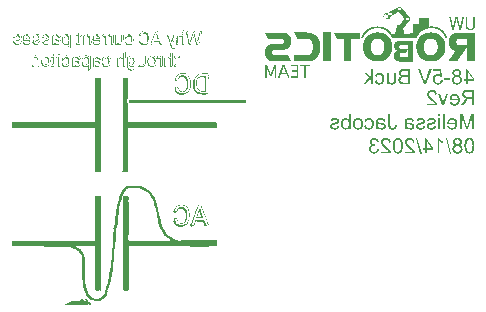
<source format=gbr>
%TF.GenerationSoftware,Altium Limited,Altium Designer,24.2.2 (26)*%
G04 Layer_Color=32896*
%FSLAX45Y45*%
%MOMM*%
%TF.SameCoordinates,3B1DD697-BB8E-4966-B076-04D6E0BCF24A*%
%TF.FilePolarity,Positive*%
%TF.FileFunction,Legend,Bot*%
%TF.Part,Single*%
G01*
G75*
G36*
X4139600Y3426291D02*
X4139366D01*
Y3426526D01*
X4139600D01*
Y3426291D01*
D02*
G37*
G36*
X4826522Y3430753D02*
X4826287D01*
Y3429813D01*
X4826052D01*
Y3428639D01*
X4825817D01*
Y3427700D01*
X4825582D01*
Y3426760D01*
X4825347D01*
Y3425586D01*
X4825113D01*
Y3424647D01*
X4824878D01*
Y3423472D01*
X4824643D01*
Y3422533D01*
X4824408D01*
Y3421359D01*
X4824173D01*
Y3420420D01*
X4823938D01*
Y3419480D01*
X4823704D01*
Y3418306D01*
X4823469D01*
Y3417367D01*
X4823234D01*
Y3416192D01*
X4822999D01*
Y3415253D01*
X4822764D01*
Y3414079D01*
X4822529D01*
Y3413139D01*
X4822294D01*
Y3412200D01*
X4822060D01*
Y3411026D01*
X4821825D01*
Y3410086D01*
X4821590D01*
Y3408912D01*
X4821355D01*
Y3407973D01*
X4821120D01*
Y3406799D01*
X4820885D01*
Y3405859D01*
X4820651D01*
Y3404920D01*
X4820416D01*
Y3403746D01*
X4820181D01*
Y3402806D01*
X4819946D01*
Y3401632D01*
X4819711D01*
Y3400692D01*
X4819476D01*
Y3399518D01*
X4819242D01*
Y3398579D01*
X4819007D01*
Y3397640D01*
X4818772D01*
Y3396465D01*
X4818537D01*
Y3395526D01*
X4818302D01*
Y3394352D01*
X4818067D01*
Y3393412D01*
X4817832D01*
Y3392238D01*
X4817598D01*
Y3391299D01*
X4817363D01*
Y3390359D01*
X4817128D01*
Y3389185D01*
X4816893D01*
Y3388246D01*
X4816658D01*
Y3387071D01*
X4816423D01*
Y3386132D01*
X4816188D01*
Y3384958D01*
X4815954D01*
Y3384019D01*
X4815719D01*
Y3383079D01*
X4815484D01*
Y3381905D01*
X4815249D01*
Y3380966D01*
X4815014D01*
Y3379791D01*
X4814780D01*
Y3378852D01*
X4814545D01*
Y3377678D01*
X4814310D01*
Y3376738D01*
X4814075D01*
Y3375799D01*
X4813840D01*
Y3374625D01*
X4813605D01*
Y3373685D01*
X4813370D01*
Y3372511D01*
X4813135D01*
Y3371572D01*
X4812901D01*
Y3370398D01*
X4812666D01*
Y3369458D01*
X4812431D01*
Y3368519D01*
X4812196D01*
Y3367345D01*
X4811961D01*
Y3366405D01*
X4811726D01*
Y3365231D01*
X4811492D01*
Y3364292D01*
X4811257D01*
Y3363117D01*
X4811022D01*
Y3362178D01*
X4810787D01*
Y3361239D01*
X4810552D01*
Y3360064D01*
X4810317D01*
Y3359125D01*
X4810083D01*
Y3357951D01*
X4809848D01*
Y3357011D01*
X4809613D01*
Y3355837D01*
X4809378D01*
Y3354898D01*
X4809143D01*
Y3353958D01*
X4808908D01*
Y3352784D01*
X4808673D01*
Y3351845D01*
X4808439D01*
Y3350671D01*
X4808204D01*
Y3349731D01*
X4807969D01*
Y3348557D01*
X4807734D01*
Y3347618D01*
X4807499D01*
Y3346678D01*
X4807264D01*
Y3345504D01*
X4807030D01*
Y3344565D01*
X4806795D01*
Y3343390D01*
X4806560D01*
Y3342451D01*
X4806325D01*
Y3341277D01*
X4806090D01*
Y3340337D01*
X4805855D01*
Y3339398D01*
X4805621D01*
Y3338224D01*
X4805386D01*
Y3337284D01*
X4805151D01*
Y3336110D01*
X4804916D01*
Y3335171D01*
X4804681D01*
Y3333997D01*
X4804446D01*
Y3333057D01*
X4804211D01*
Y3332118D01*
X4803977D01*
Y3330944D01*
X4803742D01*
Y3330004D01*
X4803507D01*
Y3328830D01*
X4803272D01*
Y3327891D01*
X4803037D01*
Y3326716D01*
X4802802D01*
Y3325777D01*
X4802567D01*
Y3324838D01*
X4802333D01*
Y3323663D01*
X4802098D01*
Y3322724D01*
X4801863D01*
Y3322254D01*
X4787303D01*
Y3322959D01*
X4787068D01*
Y3323898D01*
X4786833D01*
Y3324838D01*
X4786598D01*
Y3325777D01*
X4786363D01*
Y3326482D01*
X4786128D01*
Y3327421D01*
X4785894D01*
Y3328360D01*
X4785659D01*
Y3329300D01*
X4785424D01*
Y3330239D01*
X4785189D01*
Y3330944D01*
X4784954D01*
Y3331883D01*
X4784719D01*
Y3332822D01*
X4784484D01*
Y3333762D01*
X4784250D01*
Y3334701D01*
X4784015D01*
Y3335406D01*
X4783780D01*
Y3336345D01*
X4783545D01*
Y3337284D01*
X4783310D01*
Y3338224D01*
X4783075D01*
Y3339163D01*
X4782841D01*
Y3339868D01*
X4782606D01*
Y3340807D01*
X4782371D01*
Y3341746D01*
X4782136D01*
Y3342686D01*
X4781901D01*
Y3343625D01*
X4781666D01*
Y3344330D01*
X4781431D01*
Y3345269D01*
X4781197D01*
Y3346208D01*
X4780962D01*
Y3347148D01*
X4780727D01*
Y3348087D01*
X4780492D01*
Y3348792D01*
X4780257D01*
Y3349731D01*
X4780022D01*
Y3350671D01*
X4779787D01*
Y3351610D01*
X4779553D01*
Y3352549D01*
X4779318D01*
Y3353254D01*
X4779083D01*
Y3354193D01*
X4778848D01*
Y3355133D01*
X4778613D01*
Y3356072D01*
X4778379D01*
Y3357011D01*
X4778144D01*
Y3357716D01*
X4777909D01*
Y3358655D01*
X4777674D01*
Y3359595D01*
X4777439D01*
Y3360534D01*
X4777204D01*
Y3361474D01*
X4776969D01*
Y3362178D01*
X4776735D01*
Y3363117D01*
X4776500D01*
Y3364057D01*
X4776265D01*
Y3364996D01*
X4776030D01*
Y3365936D01*
X4775795D01*
Y3366640D01*
X4775560D01*
Y3367579D01*
X4775325D01*
Y3368519D01*
X4775091D01*
Y3369458D01*
X4774856D01*
Y3370398D01*
X4774621D01*
Y3371102D01*
X4774386D01*
Y3372042D01*
X4774151D01*
Y3372981D01*
X4773917D01*
Y3373920D01*
X4773682D01*
Y3374860D01*
X4773447D01*
Y3375564D01*
X4773212D01*
Y3376504D01*
X4772977D01*
Y3377443D01*
X4772742D01*
Y3378382D01*
X4772507D01*
Y3379322D01*
X4772273D01*
Y3380026D01*
X4772038D01*
Y3380966D01*
X4771803D01*
Y3381905D01*
X4771568D01*
Y3382844D01*
X4771333D01*
Y3383784D01*
X4771098D01*
Y3384488D01*
X4770863D01*
Y3385428D01*
X4770629D01*
Y3386367D01*
X4770394D01*
Y3387306D01*
X4770159D01*
Y3388246D01*
X4769924D01*
Y3389185D01*
X4769689D01*
Y3389890D01*
X4769454D01*
Y3390829D01*
X4769220D01*
Y3391768D01*
X4768985D01*
Y3392708D01*
X4768750D01*
Y3393647D01*
X4768515D01*
Y3394352D01*
X4768280D01*
Y3395291D01*
X4768045D01*
Y3396230D01*
X4767810D01*
Y3397170D01*
X4767576D01*
Y3398109D01*
X4767341D01*
Y3398814D01*
X4767106D01*
Y3399753D01*
X4766871D01*
Y3400692D01*
X4766636D01*
Y3402102D01*
X4766401D01*
Y3403276D01*
X4766166D01*
Y3404685D01*
X4765932D01*
Y3406094D01*
X4765697D01*
Y3407268D01*
X4765462D01*
Y3408677D01*
X4765227D01*
Y3410086D01*
X4764992D01*
Y3411261D01*
X4764758D01*
Y3412670D01*
X4764523D01*
Y3414079D01*
X4764288D01*
Y3414313D01*
X4763583D01*
Y3413609D01*
X4763348D01*
Y3412435D01*
X4763114D01*
Y3411261D01*
X4762879D01*
Y3410086D01*
X4762644D01*
Y3408677D01*
X4762409D01*
Y3407503D01*
X4762174D01*
Y3406329D01*
X4761939D01*
Y3405155D01*
X4761704D01*
Y3403980D01*
X4761470D01*
Y3402806D01*
X4761235D01*
Y3401397D01*
X4761000D01*
Y3400458D01*
X4760765D01*
Y3399518D01*
X4760530D01*
Y3398579D01*
X4760296D01*
Y3397640D01*
X4760061D01*
Y3396700D01*
X4759826D01*
Y3395761D01*
X4759591D01*
Y3394822D01*
X4759356D01*
Y3393882D01*
X4759121D01*
Y3393178D01*
X4758886D01*
Y3392238D01*
X4758652D01*
Y3391299D01*
X4758417D01*
Y3390359D01*
X4758182D01*
Y3389420D01*
X4757947D01*
Y3388481D01*
X4757712D01*
Y3387541D01*
X4757477D01*
Y3386602D01*
X4757242D01*
Y3385897D01*
X4757008D01*
Y3384958D01*
X4756773D01*
Y3384019D01*
X4756538D01*
Y3383079D01*
X4756303D01*
Y3382140D01*
X4756068D01*
Y3381201D01*
X4755833D01*
Y3380261D01*
X4755599D01*
Y3379322D01*
X4755364D01*
Y3378382D01*
X4755129D01*
Y3377678D01*
X4754894D01*
Y3376738D01*
X4754659D01*
Y3375799D01*
X4754424D01*
Y3374860D01*
X4754189D01*
Y3373920D01*
X4753955D01*
Y3373450D01*
Y3373216D01*
Y3372981D01*
X4753720D01*
Y3372042D01*
X4753485D01*
Y3371102D01*
X4753250D01*
Y3370163D01*
X4753015D01*
Y3369458D01*
X4752780D01*
Y3368519D01*
X4752545D01*
Y3367579D01*
X4752311D01*
Y3366640D01*
X4752076D01*
Y3365701D01*
X4751841D01*
Y3364761D01*
X4751606D01*
Y3363822D01*
X4751371D01*
Y3362883D01*
X4751137D01*
Y3361943D01*
X4750902D01*
Y3361239D01*
X4750667D01*
Y3360299D01*
X4750432D01*
Y3359360D01*
X4750197D01*
Y3358421D01*
X4749962D01*
Y3357481D01*
X4749727D01*
Y3356542D01*
X4749493D01*
Y3355602D01*
X4749258D01*
Y3354663D01*
X4749023D01*
Y3353724D01*
X4748788D01*
Y3353019D01*
X4748553D01*
Y3352080D01*
X4748318D01*
Y3351140D01*
X4748083D01*
Y3350201D01*
X4747849D01*
Y3349262D01*
X4747614D01*
Y3348322D01*
X4747379D01*
Y3347383D01*
X4747144D01*
Y3346443D01*
X4746909D01*
Y3345504D01*
X4746675D01*
Y3344800D01*
X4746440D01*
Y3343860D01*
X4746205D01*
Y3342921D01*
X4745970D01*
Y3341981D01*
X4745735D01*
Y3341042D01*
X4745500D01*
Y3340103D01*
X4745265D01*
Y3339163D01*
X4745031D01*
Y3338224D01*
X4744796D01*
Y3337284D01*
X4744561D01*
Y3336580D01*
X4744326D01*
Y3335641D01*
X4744091D01*
Y3334701D01*
X4743856D01*
Y3333762D01*
X4743621D01*
Y3332822D01*
X4743386D01*
Y3331883D01*
X4743152D01*
Y3330944D01*
X4742917D01*
Y3330004D01*
X4742682D01*
Y3329065D01*
X4742447D01*
Y3328360D01*
X4742212D01*
Y3327421D01*
X4741978D01*
Y3326482D01*
X4741743D01*
Y3325542D01*
X4741508D01*
Y3324603D01*
X4741273D01*
Y3323663D01*
X4741038D01*
Y3322724D01*
X4740803D01*
Y3322254D01*
X4726243D01*
Y3322959D01*
X4726008D01*
Y3323898D01*
X4725773D01*
Y3324838D01*
X4725538D01*
Y3326012D01*
X4725303D01*
Y3326951D01*
X4725069D01*
Y3327891D01*
X4724834D01*
Y3329065D01*
X4724599D01*
Y3330004D01*
X4724364D01*
Y3330944D01*
X4724129D01*
Y3331883D01*
X4723895D01*
Y3333057D01*
X4723660D01*
Y3333997D01*
X4723425D01*
Y3334936D01*
X4723190D01*
Y3336110D01*
X4722955D01*
Y3337050D01*
X4722720D01*
Y3337989D01*
X4722485D01*
Y3339163D01*
X4722251D01*
Y3340103D01*
X4722016D01*
Y3341042D01*
X4721781D01*
Y3342216D01*
X4721546D01*
Y3343156D01*
X4721311D01*
Y3344095D01*
X4721076D01*
Y3345269D01*
X4720841D01*
Y3346208D01*
X4720607D01*
Y3347148D01*
X4720372D01*
Y3348087D01*
X4720137D01*
Y3349262D01*
X4719902D01*
Y3350201D01*
X4719667D01*
Y3351140D01*
X4719433D01*
Y3352315D01*
X4719198D01*
Y3353254D01*
X4718963D01*
Y3354193D01*
X4718728D01*
Y3355367D01*
X4718493D01*
Y3356307D01*
X4718258D01*
Y3357246D01*
X4718023D01*
Y3358421D01*
X4717789D01*
Y3359360D01*
X4717554D01*
Y3360299D01*
X4717319D01*
Y3361239D01*
X4717084D01*
Y3362413D01*
X4716849D01*
Y3363352D01*
X4716614D01*
Y3364292D01*
X4716379D01*
Y3365466D01*
X4716144D01*
Y3366405D01*
X4715910D01*
Y3367345D01*
X4715675D01*
Y3368519D01*
X4715440D01*
Y3369458D01*
X4715205D01*
Y3370398D01*
X4714970D01*
Y3371572D01*
X4714736D01*
Y3372511D01*
X4714501D01*
Y3373450D01*
X4714266D01*
Y3374390D01*
X4714031D01*
Y3375564D01*
X4713796D01*
Y3376504D01*
X4713561D01*
Y3377443D01*
X4713326D01*
Y3378617D01*
X4713092D01*
Y3379557D01*
X4712857D01*
Y3380496D01*
X4712622D01*
Y3381670D01*
X4712387D01*
Y3382609D01*
X4712152D01*
Y3383549D01*
X4711917D01*
Y3384723D01*
X4711682D01*
Y3385663D01*
X4711448D01*
Y3386602D01*
X4711213D01*
Y3387776D01*
X4710978D01*
Y3388716D01*
X4710743D01*
Y3389655D01*
X4710508D01*
Y3390594D01*
X4710274D01*
Y3391768D01*
X4710039D01*
Y3392708D01*
X4709804D01*
Y3393647D01*
X4709569D01*
Y3394822D01*
X4709334D01*
Y3395761D01*
X4709099D01*
Y3396700D01*
X4708864D01*
Y3397874D01*
X4708630D01*
Y3398814D01*
X4708395D01*
Y3399753D01*
X4708160D01*
Y3400927D01*
X4707925D01*
Y3401867D01*
X4707690D01*
Y3402806D01*
X4707455D01*
Y3403746D01*
X4707220D01*
Y3404920D01*
X4706986D01*
Y3405859D01*
X4706751D01*
Y3406799D01*
X4706516D01*
Y3407973D01*
X4706281D01*
Y3408912D01*
X4706046D01*
Y3409851D01*
X4705812D01*
Y3411026D01*
X4705577D01*
Y3411965D01*
X4705342D01*
Y3412905D01*
X4705107D01*
Y3414079D01*
X4704872D01*
Y3415018D01*
X4704637D01*
Y3415958D01*
X4704402D01*
Y3417132D01*
X4704168D01*
Y3418071D01*
X4703933D01*
Y3419010D01*
X4703698D01*
Y3419950D01*
X4703463D01*
Y3421124D01*
X4703228D01*
Y3422064D01*
X4702993D01*
Y3423003D01*
X4702758D01*
Y3424177D01*
X4702523D01*
Y3425116D01*
X4702289D01*
Y3426056D01*
X4702054D01*
Y3427230D01*
X4701819D01*
Y3428169D01*
X4701584D01*
Y3429109D01*
X4701349D01*
Y3430283D01*
X4701115D01*
Y3431222D01*
X4700880D01*
Y3431692D01*
X4713326D01*
Y3431222D01*
X4713561D01*
Y3430283D01*
X4713796D01*
Y3429344D01*
X4714031D01*
Y3428169D01*
X4714266D01*
Y3427230D01*
X4714501D01*
Y3426291D01*
X4714736D01*
Y3425116D01*
X4714970D01*
Y3424177D01*
X4715205D01*
Y3423238D01*
X4715440D01*
Y3422064D01*
X4715675D01*
Y3421124D01*
X4715910D01*
Y3420185D01*
X4716144D01*
Y3419245D01*
X4716379D01*
Y3418071D01*
X4716614D01*
Y3417132D01*
X4716849D01*
Y3416192D01*
X4717084D01*
Y3415018D01*
X4717319D01*
Y3414079D01*
X4717554D01*
Y3413139D01*
X4717789D01*
Y3411965D01*
X4718023D01*
Y3411026D01*
X4718258D01*
Y3410086D01*
X4718493D01*
Y3408912D01*
X4718728D01*
Y3407973D01*
X4718963D01*
Y3407033D01*
X4719198D01*
Y3405859D01*
X4719433D01*
Y3404920D01*
X4719667D01*
Y3403980D01*
X4719902D01*
Y3403041D01*
X4720137D01*
Y3401867D01*
X4720372D01*
Y3400927D01*
X4720607D01*
Y3399988D01*
X4720841D01*
Y3398814D01*
X4721076D01*
Y3397874D01*
X4721311D01*
Y3396935D01*
X4721546D01*
Y3395761D01*
X4721781D01*
Y3394822D01*
X4722016D01*
Y3393882D01*
X4722251D01*
Y3392708D01*
X4722485D01*
Y3391768D01*
X4722720D01*
Y3390829D01*
X4722955D01*
Y3389655D01*
X4723190D01*
Y3388716D01*
X4723425D01*
Y3387776D01*
X4723660D01*
Y3386837D01*
X4723895D01*
Y3385663D01*
X4724129D01*
Y3384723D01*
X4724364D01*
Y3383784D01*
X4724599D01*
Y3382609D01*
X4724834D01*
Y3381670D01*
X4725069D01*
Y3380731D01*
X4725303D01*
Y3379557D01*
X4725538D01*
Y3378617D01*
X4725773D01*
Y3377678D01*
X4726008D01*
Y3376504D01*
X4726243D01*
Y3375564D01*
X4726478D01*
Y3374625D01*
X4726713D01*
Y3373685D01*
X4726947D01*
Y3372511D01*
X4727182D01*
Y3371572D01*
X4727417D01*
Y3370632D01*
X4727652D01*
Y3369458D01*
X4727887D01*
Y3368519D01*
X4728122D01*
Y3367579D01*
X4728357D01*
Y3366405D01*
X4728591D01*
Y3365466D01*
X4728826D01*
Y3364526D01*
X4729061D01*
Y3363352D01*
X4729296D01*
Y3362413D01*
X4729531D01*
Y3361474D01*
X4729765D01*
Y3360299D01*
X4730000D01*
Y3359360D01*
X4730235D01*
Y3358421D01*
X4730470D01*
Y3357481D01*
X4730705D01*
Y3356307D01*
X4730940D01*
Y3355367D01*
X4731175D01*
Y3354193D01*
X4731410D01*
Y3353019D01*
X4731644D01*
Y3351610D01*
X4731879D01*
Y3350436D01*
X4732114D01*
Y3349262D01*
X4732349D01*
Y3347853D01*
X4732584D01*
Y3346678D01*
X4732819D01*
Y3345269D01*
X4733054D01*
Y3344095D01*
X4733288D01*
Y3342686D01*
X4733523D01*
Y3341512D01*
X4734462D01*
Y3342921D01*
X4734697D01*
Y3344330D01*
X4734932D01*
Y3345739D01*
X4735167D01*
Y3347148D01*
X4735402D01*
Y3348557D01*
X4735637D01*
Y3350201D01*
X4735872D01*
Y3351610D01*
X4736106D01*
Y3353019D01*
X4736341D01*
Y3354428D01*
X4736576D01*
Y3355367D01*
X4736811D01*
Y3356307D01*
X4737046D01*
Y3357246D01*
X4737281D01*
Y3358186D01*
X4737516D01*
Y3359125D01*
X4737750D01*
Y3359829D01*
X4737985D01*
Y3360769D01*
X4738220D01*
Y3361708D01*
X4738455D01*
Y3362648D01*
X4738690D01*
Y3363587D01*
X4738924D01*
Y3364526D01*
X4739159D01*
Y3365466D01*
X4739394D01*
Y3366405D01*
X4739629D01*
Y3367345D01*
X4739864D01*
Y3368284D01*
X4740099D01*
Y3369223D01*
X4740334D01*
Y3370163D01*
X4740568D01*
Y3371102D01*
X4740803D01*
Y3372042D01*
X4741038D01*
Y3372981D01*
X4741273D01*
Y3373920D01*
X4741508D01*
Y3374625D01*
X4741743D01*
Y3375564D01*
X4741978D01*
Y3376504D01*
X4742212D01*
Y3377443D01*
X4742447D01*
Y3378382D01*
X4742682D01*
Y3379322D01*
X4742917D01*
Y3380261D01*
X4743152D01*
Y3381201D01*
X4743386D01*
Y3382140D01*
X4743621D01*
Y3383079D01*
X4743856D01*
Y3384019D01*
X4744091D01*
Y3384958D01*
X4744326D01*
Y3385897D01*
X4744561D01*
Y3386837D01*
X4744796D01*
Y3387776D01*
X4745031D01*
Y3388716D01*
X4745265D01*
Y3389420D01*
X4745500D01*
Y3390359D01*
X4745735D01*
Y3391299D01*
X4745970D01*
Y3392238D01*
X4746205D01*
Y3393178D01*
X4746440D01*
Y3394117D01*
X4746675D01*
Y3395056D01*
X4746909D01*
Y3395996D01*
X4747144D01*
Y3396935D01*
X4747379D01*
Y3397874D01*
X4747614D01*
Y3398814D01*
X4747849D01*
Y3399753D01*
X4748083D01*
Y3400692D01*
X4748318D01*
Y3401632D01*
X4748553D01*
Y3402571D01*
X4748788D01*
Y3403511D01*
X4749023D01*
Y3404215D01*
X4749258D01*
Y3405155D01*
X4749493D01*
Y3406094D01*
X4749727D01*
Y3407033D01*
X4749962D01*
Y3407973D01*
X4750197D01*
Y3408912D01*
X4750432D01*
Y3409851D01*
X4750667D01*
Y3410791D01*
X4750902D01*
Y3411730D01*
X4751137D01*
Y3412670D01*
X4751371D01*
Y3413609D01*
X4751606D01*
Y3414548D01*
X4751841D01*
Y3415488D01*
X4752076D01*
Y3416427D01*
X4752311D01*
Y3417367D01*
X4752545D01*
Y3418306D01*
X4752780D01*
Y3419010D01*
X4753015D01*
Y3419950D01*
X4753250D01*
Y3420889D01*
X4753485D01*
Y3421829D01*
X4753720D01*
Y3422768D01*
X4753955D01*
Y3423707D01*
X4754189D01*
Y3424647D01*
X4754424D01*
Y3425586D01*
X4754659D01*
Y3426526D01*
X4754894D01*
Y3427465D01*
X4755129D01*
Y3428404D01*
X4755364D01*
Y3429344D01*
X4755599D01*
Y3430283D01*
X4755833D01*
Y3431222D01*
X4756068D01*
Y3431692D01*
X4770159D01*
Y3431222D01*
X4770394D01*
Y3430283D01*
X4770629D01*
Y3429344D01*
X4770863D01*
Y3428404D01*
X4771098D01*
Y3427700D01*
X4771333D01*
Y3426760D01*
X4771568D01*
Y3425821D01*
X4771803D01*
Y3424882D01*
X4772038D01*
Y3423942D01*
X4772273D01*
Y3423003D01*
X4772507D01*
Y3422298D01*
X4772742D01*
Y3421359D01*
X4772977D01*
Y3420420D01*
X4773212D01*
Y3419480D01*
X4773447D01*
Y3418541D01*
X4773682D01*
Y3417601D01*
X4773917D01*
Y3416662D01*
X4774151D01*
Y3415958D01*
X4774386D01*
Y3415018D01*
X4774621D01*
Y3414079D01*
X4774856D01*
Y3413139D01*
X4775091D01*
Y3412200D01*
X4775325D01*
Y3411261D01*
X4775560D01*
Y3410556D01*
X4775795D01*
Y3409617D01*
X4776030D01*
Y3408677D01*
X4776265D01*
Y3407738D01*
X4776500D01*
Y3406799D01*
X4776735D01*
Y3405859D01*
X4776969D01*
Y3405155D01*
X4777204D01*
Y3404215D01*
X4777439D01*
Y3403276D01*
X4777674D01*
Y3402337D01*
X4777909D01*
Y3401397D01*
X4778144D01*
Y3400458D01*
X4778379D01*
Y3399753D01*
X4778613D01*
Y3398814D01*
X4778848D01*
Y3397874D01*
X4779083D01*
Y3396935D01*
X4779318D01*
Y3395996D01*
X4779553D01*
Y3395056D01*
X4779787D01*
Y3394352D01*
X4780022D01*
Y3393412D01*
X4780257D01*
Y3392473D01*
X4780492D01*
Y3391534D01*
X4780727D01*
Y3390594D01*
X4780962D01*
Y3389655D01*
X4781197D01*
Y3388950D01*
X4781431D01*
Y3388011D01*
X4781666D01*
Y3387071D01*
X4781901D01*
Y3386132D01*
X4782136D01*
Y3385193D01*
X4782371D01*
Y3384253D01*
X4782606D01*
Y3383549D01*
X4782841D01*
Y3382609D01*
X4783075D01*
Y3381670D01*
X4783310D01*
Y3380731D01*
X4783545D01*
Y3379791D01*
X4783780D01*
Y3378852D01*
X4784015D01*
Y3377913D01*
X4784250D01*
Y3377208D01*
X4784484D01*
Y3376269D01*
X4784719D01*
Y3375329D01*
X4784954D01*
Y3374390D01*
X4785189D01*
Y3373450D01*
X4785424D01*
Y3372511D01*
X4785659D01*
Y3371807D01*
X4785894D01*
Y3370867D01*
X4786128D01*
Y3369928D01*
X4786363D01*
Y3368988D01*
X4786598D01*
Y3368049D01*
X4786833D01*
Y3367110D01*
X4787068D01*
Y3366405D01*
X4787303D01*
Y3365466D01*
X4787538D01*
Y3364526D01*
X4787772D01*
Y3363587D01*
X4788007D01*
Y3362648D01*
X4788242D01*
Y3361708D01*
X4788477D01*
Y3361004D01*
X4788712D01*
Y3360064D01*
X4788946D01*
Y3359125D01*
X4789181D01*
Y3358186D01*
X4789416D01*
Y3357246D01*
X4789651D01*
Y3356307D01*
X4789886D01*
Y3355602D01*
X4790121D01*
Y3354428D01*
X4790356D01*
Y3353254D01*
X4790590D01*
Y3351845D01*
X4790825D01*
Y3350671D01*
X4791060D01*
Y3349262D01*
X4791295D01*
Y3348087D01*
X4791530D01*
Y3346678D01*
X4791765D01*
Y3345269D01*
X4792000D01*
Y3344095D01*
X4792234D01*
Y3342686D01*
X4792469D01*
Y3341512D01*
X4793408D01*
Y3342921D01*
X4793643D01*
Y3344095D01*
X4793878D01*
Y3345504D01*
X4794113D01*
Y3346678D01*
X4794348D01*
Y3348087D01*
X4794583D01*
Y3349262D01*
X4794818D01*
Y3350671D01*
X4795052D01*
Y3352080D01*
X4795287D01*
Y3353254D01*
X4795522D01*
Y3354663D01*
X4795757D01*
Y3355602D01*
X4795992D01*
Y3356777D01*
X4796227D01*
Y3357716D01*
X4796462D01*
Y3358890D01*
X4796696D01*
Y3359829D01*
X4796931D01*
Y3360769D01*
X4797166D01*
Y3361943D01*
X4797401D01*
Y3362883D01*
X4797636D01*
Y3364057D01*
X4797871D01*
Y3364996D01*
X4798105D01*
Y3366170D01*
X4798340D01*
Y3367110D01*
X4798575D01*
Y3368284D01*
X4798810D01*
Y3369223D01*
X4799045D01*
Y3370163D01*
X4799280D01*
Y3371337D01*
X4799515D01*
Y3372276D01*
X4799749D01*
Y3373450D01*
X4799984D01*
Y3374390D01*
X4800219D01*
Y3375564D01*
X4800454D01*
Y3376504D01*
X4800689D01*
Y3377443D01*
X4800924D01*
Y3378617D01*
X4801159D01*
Y3379557D01*
X4801393D01*
Y3380731D01*
X4801628D01*
Y3381670D01*
X4801863D01*
Y3382844D01*
X4802098D01*
Y3383784D01*
X4802333D01*
Y3384958D01*
X4802567D01*
Y3385897D01*
X4802802D01*
Y3386837D01*
X4803037D01*
Y3388011D01*
X4803272D01*
Y3388950D01*
X4803507D01*
Y3390125D01*
X4803742D01*
Y3391064D01*
X4803977D01*
Y3392238D01*
X4804211D01*
Y3393178D01*
X4804446D01*
Y3394352D01*
X4804681D01*
Y3395291D01*
X4804916D01*
Y3396230D01*
X4805151D01*
Y3397405D01*
X4805386D01*
Y3398344D01*
X4805621D01*
Y3399518D01*
X4805855D01*
Y3400458D01*
X4806090D01*
Y3401632D01*
X4806325D01*
Y3402571D01*
X4806560D01*
Y3403511D01*
X4806795D01*
Y3404685D01*
X4807030D01*
Y3405624D01*
X4807264D01*
Y3406799D01*
X4807499D01*
Y3407738D01*
X4807734D01*
Y3408912D01*
X4807969D01*
Y3409851D01*
X4808204D01*
Y3411026D01*
X4808439D01*
Y3411965D01*
X4808673D01*
Y3412905D01*
X4808908D01*
Y3414079D01*
X4809143D01*
Y3415018D01*
X4809378D01*
Y3416192D01*
X4809613D01*
Y3417132D01*
X4809848D01*
Y3418306D01*
X4810083D01*
Y3419245D01*
X4810317D01*
Y3420420D01*
X4810552D01*
Y3421359D01*
X4810787D01*
Y3422298D01*
X4811022D01*
Y3423472D01*
X4811257D01*
Y3424412D01*
X4811492D01*
Y3425586D01*
X4811726D01*
Y3426526D01*
X4811961D01*
Y3427700D01*
X4812196D01*
Y3428639D01*
X4812431D01*
Y3429579D01*
X4812666D01*
Y3430753D01*
X4812901D01*
Y3431692D01*
X4826522D01*
Y3430753D01*
D02*
G37*
G36*
X4919755Y3354898D02*
X4919520D01*
Y3350905D01*
X4919285D01*
Y3348322D01*
X4919051D01*
Y3346443D01*
X4918816D01*
Y3345034D01*
X4918581D01*
Y3343625D01*
X4918346D01*
Y3342451D01*
X4918111D01*
Y3341512D01*
X4917876D01*
Y3340572D01*
X4917641D01*
Y3339633D01*
X4917407D01*
Y3338928D01*
X4917172D01*
Y3338224D01*
X4916937D01*
Y3337519D01*
X4916702D01*
Y3337050D01*
X4916467D01*
Y3336345D01*
X4916232D01*
Y3335875D01*
X4915998D01*
Y3335406D01*
X4915763D01*
Y3334936D01*
X4915528D01*
Y3334466D01*
X4915293D01*
Y3333997D01*
X4915058D01*
Y3333762D01*
X4914823D01*
Y3333292D01*
X4914589D01*
Y3333057D01*
X4914354D01*
Y3332587D01*
X4914119D01*
Y3332353D01*
X4913884D01*
Y3331883D01*
X4913649D01*
Y3331648D01*
X4913414D01*
Y3331413D01*
X4913179D01*
Y3331179D01*
X4912945D01*
Y3330709D01*
X4912710D01*
Y3330474D01*
X4912475D01*
Y3330239D01*
X4912240D01*
Y3330004D01*
X4912005D01*
Y3329769D01*
X4911770D01*
Y3329535D01*
X4911536D01*
Y3329300D01*
X4911301D01*
Y3329065D01*
X4911066D01*
Y3328830D01*
X4910831D01*
Y3328595D01*
X4910596D01*
Y3328360D01*
X4910361D01*
Y3328125D01*
X4910127D01*
Y3327891D01*
X4909892D01*
Y3327656D01*
X4909422D01*
Y3327421D01*
X4909187D01*
Y3327186D01*
X4908952D01*
Y3326951D01*
X4908482D01*
Y3326716D01*
X4908248D01*
Y3326482D01*
X4908013D01*
Y3326247D01*
X4907543D01*
Y3326012D01*
X4907308D01*
Y3325777D01*
X4906839D01*
Y3325542D01*
X4906604D01*
Y3325307D01*
X4906134D01*
Y3325073D01*
X4905664D01*
Y3324838D01*
X4905195D01*
Y3324603D01*
X4904725D01*
Y3324368D01*
X4904490D01*
Y3324133D01*
X4904020D01*
Y3323898D01*
X4903316D01*
Y3323663D01*
X4902846D01*
Y3323429D01*
X4902377D01*
Y3323194D01*
X4901907D01*
Y3322959D01*
X4901202D01*
Y3322724D01*
X4900733D01*
Y3322489D01*
X4900028D01*
Y3322254D01*
X4899324D01*
Y3322020D01*
X4898619D01*
Y3321785D01*
X4897915D01*
Y3321550D01*
X4896975D01*
Y3321315D01*
X4896271D01*
Y3321080D01*
X4895331D01*
Y3320845D01*
X4894392D01*
Y3320611D01*
X4893452D01*
Y3320376D01*
X4892278D01*
Y3320141D01*
X4891104D01*
Y3319906D01*
X4889695D01*
Y3319671D01*
X4888051D01*
Y3319436D01*
X4886172D01*
Y3319201D01*
X4883119D01*
Y3318966D01*
X4875135D01*
Y3319201D01*
X4872316D01*
Y3319436D01*
X4870438D01*
Y3319671D01*
X4869029D01*
Y3319906D01*
X4867854D01*
Y3320141D01*
X4866680D01*
Y3320376D01*
X4865741D01*
Y3320611D01*
X4864801D01*
Y3320845D01*
X4864097D01*
Y3321080D01*
X4863392D01*
Y3321315D01*
X4862688D01*
Y3321550D01*
X4861983D01*
Y3321785D01*
X4861514D01*
Y3322020D01*
X4860809D01*
Y3322254D01*
X4860339D01*
Y3322489D01*
X4859870D01*
Y3322724D01*
X4859400D01*
Y3322959D01*
X4858695D01*
Y3323194D01*
X4858461D01*
Y3323429D01*
X4857991D01*
Y3323663D01*
X4857521D01*
Y3323898D01*
X4857051D01*
Y3324133D01*
X4856582D01*
Y3324368D01*
X4856347D01*
Y3324603D01*
X4855877D01*
Y3324838D01*
X4855408D01*
Y3325073D01*
X4855173D01*
Y3325307D01*
X4854703D01*
Y3325542D01*
X4854468D01*
Y3325777D01*
X4854233D01*
Y3326012D01*
X4853764D01*
Y3326247D01*
X4853529D01*
Y3326482D01*
X4853294D01*
Y3326716D01*
X4852824D01*
Y3326951D01*
X4852589D01*
Y3327186D01*
X4852355D01*
Y3327421D01*
X4852120D01*
Y3327656D01*
X4851885D01*
Y3327891D01*
X4851650D01*
Y3328125D01*
X4851180D01*
Y3328360D01*
X4850946D01*
Y3328595D01*
X4850711D01*
Y3328830D01*
X4850476D01*
Y3329065D01*
X4850241D01*
Y3329300D01*
X4850006D01*
Y3329535D01*
X4849771D01*
Y3329769D01*
X4849536D01*
Y3330004D01*
X4849302D01*
Y3330474D01*
X4849067D01*
Y3330709D01*
X4848832D01*
Y3330944D01*
X4848597D01*
Y3331179D01*
X4848362D01*
Y3331413D01*
X4848127D01*
Y3331648D01*
X4847893D01*
Y3332118D01*
X4847658D01*
Y3332353D01*
X4847423D01*
Y3332587D01*
X4847188D01*
Y3333057D01*
X4846953D01*
Y3333292D01*
X4846718D01*
Y3333762D01*
X4846484D01*
Y3333997D01*
X4846249D01*
Y3334466D01*
X4846014D01*
Y3334701D01*
X4845779D01*
Y3335171D01*
X4845544D01*
Y3335641D01*
X4845309D01*
Y3335875D01*
X4845074D01*
Y3336345D01*
X4844840D01*
Y3336815D01*
X4844605D01*
Y3337519D01*
X4844370D01*
Y3337989D01*
X4844135D01*
Y3338459D01*
X4843900D01*
Y3339163D01*
X4843665D01*
Y3339868D01*
X4843430D01*
Y3340572D01*
X4843196D01*
Y3341512D01*
X4842961D01*
Y3342451D01*
X4842726D01*
Y3343390D01*
X4842491D01*
Y3344330D01*
X4842256D01*
Y3345739D01*
X4842022D01*
Y3347148D01*
X4841787D01*
Y3348792D01*
X4841552D01*
Y3350905D01*
X4841317D01*
Y3353724D01*
X4841082D01*
Y3359125D01*
X4840847D01*
Y3431692D01*
X4853998D01*
Y3362178D01*
X4854233D01*
Y3355837D01*
X4854468D01*
Y3352549D01*
X4854703D01*
Y3350436D01*
X4854938D01*
Y3348557D01*
X4855173D01*
Y3347148D01*
X4855408D01*
Y3345974D01*
X4855643D01*
Y3344800D01*
X4855877D01*
Y3343860D01*
X4856112D01*
Y3343156D01*
X4856347D01*
Y3342451D01*
X4856582D01*
Y3341981D01*
X4856817D01*
Y3341277D01*
X4857051D01*
Y3340807D01*
X4857286D01*
Y3340337D01*
X4857521D01*
Y3340103D01*
X4857756D01*
Y3339633D01*
X4857991D01*
Y3339163D01*
X4858226D01*
Y3338928D01*
X4858461D01*
Y3338459D01*
X4858695D01*
Y3338224D01*
X4858930D01*
Y3337989D01*
X4859165D01*
Y3337519D01*
X4859400D01*
Y3337284D01*
X4859635D01*
Y3337050D01*
X4859870D01*
Y3336815D01*
X4860105D01*
Y3336580D01*
X4860339D01*
Y3336345D01*
X4860574D01*
Y3336110D01*
X4860809D01*
Y3335875D01*
X4861044D01*
Y3335641D01*
X4861279D01*
Y3335406D01*
X4861514D01*
Y3335171D01*
X4861748D01*
Y3334936D01*
X4862218D01*
Y3334701D01*
X4862453D01*
Y3334466D01*
X4862688D01*
Y3334232D01*
X4863157D01*
Y3333997D01*
X4863392D01*
Y3333762D01*
X4863862D01*
Y3333527D01*
X4864332D01*
Y3333292D01*
X4864801D01*
Y3333057D01*
X4865036D01*
Y3332822D01*
X4865741D01*
Y3332587D01*
X4866210D01*
Y3332353D01*
X4866680D01*
Y3332118D01*
X4867385D01*
Y3331883D01*
X4867854D01*
Y3331648D01*
X4868559D01*
Y3331413D01*
X4869264D01*
Y3331179D01*
X4870203D01*
Y3330944D01*
X4871142D01*
Y3330709D01*
X4872316D01*
Y3330474D01*
X4873726D01*
Y3330239D01*
X4875839D01*
Y3330004D01*
X4882180D01*
Y3330239D01*
X4884294D01*
Y3330474D01*
X4885937D01*
Y3330709D01*
X4887112D01*
Y3330944D01*
X4888051D01*
Y3331179D01*
X4888990D01*
Y3331413D01*
X4889695D01*
Y3331648D01*
X4890634D01*
Y3331883D01*
X4891339D01*
Y3332118D01*
X4891809D01*
Y3332353D01*
X4892513D01*
Y3332587D01*
X4892983D01*
Y3332822D01*
X4893452D01*
Y3333057D01*
X4894157D01*
Y3333292D01*
X4894627D01*
Y3333527D01*
X4895096D01*
Y3333762D01*
X4895331D01*
Y3333997D01*
X4895801D01*
Y3334232D01*
X4896271D01*
Y3334466D01*
X4896506D01*
Y3334701D01*
X4896975D01*
Y3334936D01*
X4897210D01*
Y3335171D01*
X4897680D01*
Y3335406D01*
X4897915D01*
Y3335641D01*
X4898149D01*
Y3335875D01*
X4898384D01*
Y3336110D01*
X4898854D01*
Y3336345D01*
X4899089D01*
Y3336580D01*
X4899324D01*
Y3336815D01*
X4899558D01*
Y3337050D01*
X4899793D01*
Y3337284D01*
X4900028D01*
Y3337519D01*
X4900263D01*
Y3337754D01*
X4900498D01*
Y3338224D01*
X4900733D01*
Y3338459D01*
X4900968D01*
Y3338694D01*
X4901202D01*
Y3338928D01*
X4901437D01*
Y3339398D01*
X4901672D01*
Y3339633D01*
X4901907D01*
Y3340103D01*
X4902142D01*
Y3340337D01*
X4902377D01*
Y3340807D01*
X4902611D01*
Y3341277D01*
X4902846D01*
Y3341746D01*
X4903081D01*
Y3342451D01*
X4903316D01*
Y3342921D01*
X4903551D01*
Y3343625D01*
X4903786D01*
Y3344565D01*
X4904020D01*
Y3345504D01*
X4904255D01*
Y3346678D01*
X4904490D01*
Y3348087D01*
X4904725D01*
Y3349731D01*
X4904960D01*
Y3352080D01*
X4905195D01*
Y3355602D01*
X4905430D01*
Y3431692D01*
X4919755D01*
Y3354898D01*
D02*
G37*
G36*
X2454595Y3312399D02*
X2450674D01*
Y3316320D01*
X2454595D01*
Y3312399D01*
D02*
G37*
G36*
X2140930Y3308478D02*
X2137009D01*
Y3312399D01*
X2140930D01*
Y3308478D01*
D02*
G37*
G36*
X2121326D02*
X2117405D01*
Y3312399D01*
X2121326D01*
Y3308478D01*
D02*
G37*
G36*
X2113484D02*
X2105643D01*
Y3312399D01*
X2113484D01*
Y3308478D01*
D02*
G37*
G36*
X2544773Y3304557D02*
X2536931D01*
Y3308478D01*
X2544773D01*
Y3304557D01*
D02*
G37*
G36*
X2105643D02*
X2101722D01*
Y3308478D01*
X2105643D01*
Y3304557D01*
D02*
G37*
G36*
X2607506D02*
X2611427D01*
Y3300636D01*
X2607506D01*
Y3304557D01*
X2603585D01*
Y3308478D01*
X2607506D01*
Y3304557D01*
D02*
G37*
G36*
X2595744Y3300636D02*
X2591823D01*
Y3308478D01*
X2595744D01*
Y3300636D01*
D02*
G37*
G36*
X2231109Y3308478D02*
X2235030D01*
Y3300636D01*
X2231109D01*
Y3308478D01*
X2223267D01*
Y3312399D01*
X2231109D01*
Y3308478D01*
D02*
G37*
G36*
X1576334Y3300636D02*
X1568493D01*
Y3304557D01*
X1576334D01*
Y3300636D01*
D02*
G37*
G36*
X2215426Y3296716D02*
X2211505D01*
Y3300636D01*
X2215426D01*
Y3296716D01*
D02*
G37*
G36*
X1568493D02*
X1564572D01*
Y3300636D01*
X1568493D01*
Y3296716D01*
D02*
G37*
G36*
X4283091Y3515062D02*
X4284735D01*
Y3514827D01*
X4285674D01*
Y3514592D01*
X4286613D01*
Y3514357D01*
X4287553D01*
Y3514123D01*
X4288257D01*
Y3513888D01*
X4288962D01*
Y3513653D01*
X4289666D01*
Y3513418D01*
X4290136D01*
Y3513183D01*
X4290841D01*
Y3512949D01*
X4291310D01*
Y3512714D01*
X4291780D01*
Y3512479D01*
X4292249D01*
Y3512244D01*
X4292719D01*
Y3512009D01*
X4293189D01*
Y3511774D01*
X4293659D01*
Y3511539D01*
X4294128D01*
Y3511304D01*
X4294363D01*
Y3511070D01*
X4294833D01*
Y3510835D01*
X4295068D01*
Y3510600D01*
X4295538D01*
Y3510365D01*
X4295772D01*
Y3510130D01*
X4296007D01*
Y3509895D01*
X4296242D01*
Y3509660D01*
X4296477D01*
Y3509426D01*
X4296712D01*
Y3508956D01*
X4296946D01*
Y3508721D01*
X4297181D01*
Y3508486D01*
X4297416D01*
Y3508252D01*
X4297651D01*
Y3508017D01*
X4297886D01*
Y3507547D01*
X4298121D01*
Y3507312D01*
X4298356D01*
Y3507077D01*
X4298590D01*
Y3506842D01*
X4298825D01*
Y3506608D01*
X4299060D01*
Y3506373D01*
X4299295D01*
Y3505903D01*
X4299530D01*
Y3505668D01*
X4299765D01*
Y3505433D01*
X4300000D01*
Y3505198D01*
X4300234D01*
Y3504964D01*
X4300469D01*
Y3504494D01*
X4300704D01*
Y3504259D01*
X4300939D01*
Y3504024D01*
X4301174D01*
Y3503790D01*
X4301408D01*
Y3503555D01*
X4301643D01*
Y3503320D01*
X4301878D01*
Y3502850D01*
X4302113D01*
Y3502615D01*
X4302348D01*
Y3502380D01*
X4302583D01*
Y3502146D01*
X4302818D01*
Y3501911D01*
X4303052D01*
Y3501441D01*
X4303287D01*
Y3501206D01*
X4303522D01*
Y3500971D01*
X4303757D01*
Y3500736D01*
X4303992D01*
Y3500502D01*
X4304227D01*
Y3500267D01*
X4304462D01*
Y3499797D01*
X4304696D01*
Y3499562D01*
X4304931D01*
Y3499328D01*
X4305166D01*
Y3499093D01*
X4305401D01*
Y3498858D01*
X4305636D01*
Y3498388D01*
X4305870D01*
Y3498153D01*
X4306105D01*
Y3497918D01*
X4306340D01*
Y3497683D01*
X4306575D01*
Y3497449D01*
X4306810D01*
Y3497214D01*
X4307045D01*
Y3496744D01*
X4307280D01*
Y3496509D01*
X4307515D01*
Y3496274D01*
X4307749D01*
Y3496039D01*
X4307984D01*
Y3495805D01*
X4308219D01*
Y3495335D01*
X4308454D01*
Y3495100D01*
X4308689D01*
Y3494865D01*
X4308924D01*
Y3494631D01*
X4309159D01*
Y3494396D01*
X4309393D01*
Y3494161D01*
X4309628D01*
Y3493691D01*
X4309863D01*
Y3493456D01*
X4310098D01*
Y3493221D01*
X4310333D01*
Y3492987D01*
X4310567D01*
Y3492752D01*
X4310802D01*
Y3492517D01*
X4311037D01*
Y3492047D01*
X4311272D01*
Y3491812D01*
X4311507D01*
Y3491577D01*
X4311742D01*
Y3491343D01*
X4311977D01*
Y3491108D01*
X4312211D01*
Y3490638D01*
X4312446D01*
Y3490403D01*
X4312681D01*
Y3490169D01*
X4312916D01*
Y3489934D01*
X4313151D01*
Y3489699D01*
X4313386D01*
Y3489464D01*
X4313621D01*
Y3488994D01*
X4313855D01*
Y3488759D01*
X4314090D01*
Y3488525D01*
X4314325D01*
Y3488290D01*
X4314560D01*
Y3488055D01*
X4314795D01*
Y3487585D01*
X4315029D01*
Y3487350D01*
X4315264D01*
Y3487115D01*
X4315499D01*
Y3486881D01*
X4315734D01*
Y3486646D01*
X4315969D01*
Y3486411D01*
X4316204D01*
Y3485941D01*
X4316439D01*
Y3485707D01*
X4316673D01*
Y3485472D01*
X4316908D01*
Y3485237D01*
X4317143D01*
Y3485002D01*
X4317378D01*
Y3484532D01*
X4317613D01*
Y3484297D01*
X4317848D01*
Y3484062D01*
X4318083D01*
Y3483828D01*
X4318317D01*
Y3483593D01*
X4318552D01*
Y3483358D01*
X4318787D01*
Y3482888D01*
X4319022D01*
Y3482653D01*
X4319257D01*
Y3482418D01*
X4319491D01*
Y3482184D01*
X4319726D01*
Y3481949D01*
X4319961D01*
Y3481479D01*
X4320196D01*
Y3481244D01*
X4320431D01*
Y3481010D01*
X4320666D01*
Y3480775D01*
X4320901D01*
Y3480540D01*
X4321136D01*
Y3480305D01*
X4321370D01*
Y3479835D01*
X4321605D01*
Y3479600D01*
X4321840D01*
Y3479366D01*
X4322075D01*
Y3479131D01*
X4322310D01*
Y3478896D01*
X4322545D01*
Y3478426D01*
X4322780D01*
Y3478191D01*
X4323014D01*
Y3477956D01*
X4323249D01*
Y3477722D01*
X4323484D01*
Y3477487D01*
X4323719D01*
Y3477252D01*
X4323954D01*
Y3476782D01*
X4324188D01*
Y3476548D01*
X4324423D01*
Y3476313D01*
X4324658D01*
Y3476078D01*
X4324893D01*
Y3475843D01*
X4325128D01*
Y3475373D01*
X4325363D01*
Y3475138D01*
X4325598D01*
Y3474904D01*
X4325832D01*
Y3474669D01*
X4326067D01*
Y3474434D01*
X4326302D01*
Y3474199D01*
X4326537D01*
Y3473729D01*
X4326772D01*
Y3473494D01*
X4327007D01*
Y3473260D01*
X4327242D01*
Y3473025D01*
X4327476D01*
Y3472790D01*
X4327711D01*
Y3472320D01*
X4327946D01*
Y3472086D01*
X4328181D01*
Y3471851D01*
X4328416D01*
Y3471616D01*
X4328650D01*
Y3471381D01*
X4328885D01*
Y3471146D01*
X4329120D01*
Y3470676D01*
X4329355D01*
Y3470441D01*
X4329590D01*
Y3470207D01*
X4329825D01*
Y3469972D01*
X4330060D01*
Y3469737D01*
X4330294D01*
Y3469502D01*
X4330529D01*
Y3469032D01*
X4330764D01*
Y3468797D01*
X4330999D01*
Y3468563D01*
X4331234D01*
Y3468328D01*
X4331469D01*
Y3468093D01*
X4331704D01*
Y3467623D01*
X4331938D01*
Y3467389D01*
X4332173D01*
Y3467154D01*
X4332408D01*
Y3466919D01*
X4332643D01*
Y3466684D01*
X4332878D01*
Y3466449D01*
X4333112D01*
Y3465979D01*
X4333347D01*
Y3465745D01*
X4333582D01*
Y3465510D01*
X4333817D01*
Y3465275D01*
X4334052D01*
Y3465040D01*
X4334287D01*
Y3464570D01*
X4334522D01*
Y3464335D01*
X4334757D01*
Y3464101D01*
X4334991D01*
Y3463866D01*
X4335226D01*
Y3463631D01*
X4335461D01*
Y3463396D01*
X4335696D01*
Y3462927D01*
X4335931D01*
Y3462692D01*
X4336166D01*
Y3462457D01*
X4336401D01*
Y3462222D01*
X4336635D01*
Y3461987D01*
X4336870D01*
Y3461517D01*
X4337105D01*
Y3461283D01*
X4337340D01*
Y3461048D01*
X4337575D01*
Y3460813D01*
X4337809D01*
Y3460578D01*
X4338044D01*
Y3460343D01*
X4338279D01*
Y3459873D01*
X4338514D01*
Y3459639D01*
X4338749D01*
Y3459404D01*
X4338984D01*
Y3459169D01*
X4339219D01*
Y3458934D01*
X4339453D01*
Y3458465D01*
X4339688D01*
Y3458230D01*
X4339923D01*
Y3457995D01*
X4340158D01*
Y3457760D01*
X4340393D01*
Y3457525D01*
X4340628D01*
Y3457290D01*
X4340863D01*
Y3456820D01*
X4341097D01*
Y3456586D01*
X4341332D01*
Y3456351D01*
X4341567D01*
Y3456116D01*
X4341802D01*
Y3455881D01*
X4342037D01*
Y3455411D01*
X4342271D01*
Y3455176D01*
X4342506D01*
Y3454942D01*
X4342741D01*
Y3454707D01*
X4342976D01*
Y3454472D01*
X4343211D01*
Y3454237D01*
X4343446D01*
Y3453768D01*
X4343681D01*
Y3453533D01*
X4343915D01*
Y3453298D01*
X4344150D01*
Y3453063D01*
X4344385D01*
Y3452828D01*
X4344620D01*
Y3452358D01*
X4344855D01*
Y3452124D01*
X4345090D01*
Y3451889D01*
X4345325D01*
Y3451654D01*
X4345559D01*
Y3451419D01*
X4345794D01*
Y3451184D01*
X4346029D01*
Y3450714D01*
X4346264D01*
Y3450480D01*
X4346499D01*
Y3450245D01*
X4346733D01*
Y3450010D01*
X4346968D01*
Y3449775D01*
X4347203D01*
Y3449306D01*
X4347438D01*
Y3449071D01*
X4347673D01*
Y3448836D01*
X4347908D01*
Y3448601D01*
X4348143D01*
Y3448366D01*
X4348378D01*
Y3448131D01*
X4348612D01*
Y3447662D01*
X4348847D01*
Y3447427D01*
X4349082D01*
Y3447192D01*
X4349317D01*
Y3446957D01*
X4349552D01*
Y3446722D01*
X4349787D01*
Y3446487D01*
X4350022D01*
Y3446018D01*
X4350256D01*
Y3445783D01*
X4350491D01*
Y3445548D01*
X4350726D01*
Y3445313D01*
X4350961D01*
Y3445078D01*
X4351196D01*
Y3444609D01*
X4351430D01*
Y3444374D01*
X4351665D01*
Y3444139D01*
X4351900D01*
Y3443904D01*
X4352135D01*
Y3443669D01*
X4352370D01*
Y3443434D01*
X4352605D01*
Y3442965D01*
X4352840D01*
Y3442730D01*
X4353074D01*
Y3442495D01*
X4353309D01*
Y3442260D01*
X4353544D01*
Y3442025D01*
X4353779D01*
Y3441555D01*
X4354014D01*
Y3441321D01*
X4354249D01*
Y3441086D01*
X4354484D01*
Y3440851D01*
X4354718D01*
Y3440616D01*
X4354953D01*
Y3440381D01*
X4355188D01*
Y3439912D01*
X4355423D01*
Y3439677D01*
X4355658D01*
Y3439442D01*
X4355892D01*
Y3439207D01*
X4356127D01*
Y3438972D01*
X4356362D01*
Y3438503D01*
X4356597D01*
Y3438268D01*
X4356832D01*
Y3438033D01*
X4357067D01*
Y3437798D01*
X4357302D01*
Y3437563D01*
X4357536D01*
Y3437328D01*
X4357771D01*
Y3436859D01*
X4358006D01*
Y3436624D01*
X4358241D01*
Y3436389D01*
X4358476D01*
Y3436154D01*
X4358711D01*
Y3435919D01*
X4358946D01*
Y3435450D01*
X4359180D01*
Y3435215D01*
X4359415D01*
Y3434980D01*
X4359650D01*
Y3434745D01*
X4359885D01*
Y3434510D01*
X4360120D01*
Y3434275D01*
X4360354D01*
Y3433806D01*
X4360589D01*
Y3433571D01*
X4360824D01*
Y3433336D01*
X4361059D01*
Y3433101D01*
X4361294D01*
Y3432866D01*
X4361529D01*
Y3432397D01*
X4361764D01*
Y3432162D01*
X4361999D01*
Y3431927D01*
X4362233D01*
Y3431692D01*
X4362468D01*
Y3431457D01*
X4362703D01*
Y3431222D01*
X4362938D01*
Y3430753D01*
X4363173D01*
Y3430518D01*
X4363408D01*
Y3430283D01*
X4363643D01*
Y3430048D01*
X4363877D01*
Y3429813D01*
X4364112D01*
Y3429344D01*
X4364582D01*
Y3429109D01*
X4364817D01*
Y3428874D01*
X4365051D01*
Y3428639D01*
X4365521D01*
Y3428404D01*
X4365756D01*
Y3428169D01*
X4366226D01*
Y3427934D01*
X4366461D01*
Y3427700D01*
X4366695D01*
Y3427465D01*
X4367165D01*
Y3427230D01*
X4367400D01*
Y3426995D01*
X4367635D01*
Y3426760D01*
X4367870D01*
Y3426526D01*
X4368105D01*
Y3426291D01*
X4368339D01*
Y3426056D01*
X4368574D01*
Y3425821D01*
X4368809D01*
Y3425586D01*
X4369044D01*
Y3425351D01*
X4369279D01*
Y3425116D01*
X4369513D01*
Y3424882D01*
X4369748D01*
Y3424647D01*
X4369983D01*
Y3424177D01*
X4370218D01*
Y3423942D01*
X4370453D01*
Y3423707D01*
X4370688D01*
Y3423238D01*
X4370923D01*
Y3422768D01*
X4371157D01*
Y3422533D01*
X4371392D01*
Y3422064D01*
X4371627D01*
Y3421594D01*
X4371862D01*
Y3421124D01*
X4372097D01*
Y3420654D01*
X4372332D01*
Y3419950D01*
X4372567D01*
Y3419245D01*
X4372801D01*
Y3418541D01*
X4373036D01*
Y3417601D01*
X4373271D01*
Y3416427D01*
X4373506D01*
Y3410791D01*
X4373271D01*
Y3409382D01*
X4373036D01*
Y3408208D01*
X4372801D01*
Y3407503D01*
X4372567D01*
Y3406564D01*
X4372332D01*
Y3406094D01*
X4372097D01*
Y3405624D01*
X4371862D01*
Y3405155D01*
X4371627D01*
Y3404920D01*
X4371392D01*
Y3404685D01*
X4371157D01*
Y3404450D01*
X4370923D01*
Y3404215D01*
X4370688D01*
Y3403746D01*
X4370453D01*
Y3403511D01*
X4370218D01*
Y3403276D01*
X4369983D01*
Y3403041D01*
X4369748D01*
Y3402806D01*
X4369513D01*
Y3402337D01*
X4369279D01*
Y3402102D01*
X4369044D01*
Y3401867D01*
X4368809D01*
Y3401632D01*
X4368574D01*
Y3401397D01*
X4368339D01*
Y3400927D01*
X4368105D01*
Y3400692D01*
X4367870D01*
Y3400458D01*
X4367635D01*
Y3400223D01*
X4367400D01*
Y3399988D01*
X4367165D01*
Y3399518D01*
X4366930D01*
Y3399284D01*
X4366695D01*
Y3399049D01*
X4366461D01*
Y3398814D01*
X4366226D01*
Y3398344D01*
X4365991D01*
Y3398109D01*
X4365756D01*
Y3397874D01*
X4365521D01*
Y3397640D01*
X4365286D01*
Y3397405D01*
X4365051D01*
Y3396935D01*
X4364817D01*
Y3396700D01*
X4364582D01*
Y3396465D01*
X4364347D01*
Y3396230D01*
X4364112D01*
Y3395996D01*
X4363877D01*
Y3395526D01*
X4363643D01*
Y3395291D01*
X4363408D01*
Y3395056D01*
X4363173D01*
Y3394822D01*
X4362938D01*
Y3394587D01*
X4362703D01*
Y3394117D01*
X4362468D01*
Y3393882D01*
X4362233D01*
Y3393647D01*
X4361999D01*
Y3393412D01*
X4361764D01*
Y3393178D01*
X4361529D01*
Y3392708D01*
X4361294D01*
Y3392473D01*
X4361059D01*
Y3392238D01*
X4360824D01*
Y3392003D01*
X4360589D01*
Y3391768D01*
X4360354D01*
Y3391299D01*
X4360120D01*
Y3391064D01*
X4359885D01*
Y3390829D01*
X4359650D01*
Y3390594D01*
X4359415D01*
Y3390125D01*
X4359180D01*
Y3389890D01*
X4358946D01*
Y3389655D01*
X4358711D01*
Y3389420D01*
X4358476D01*
Y3389185D01*
X4358241D01*
Y3388716D01*
X4358006D01*
Y3388481D01*
X4357771D01*
Y3388246D01*
X4357536D01*
Y3388011D01*
X4357302D01*
Y3387776D01*
X4357067D01*
Y3387306D01*
X4356832D01*
Y3387071D01*
X4356597D01*
Y3386837D01*
X4356362D01*
Y3386602D01*
X4356127D01*
Y3386367D01*
X4355892D01*
Y3385897D01*
X4355658D01*
Y3385663D01*
X4355423D01*
Y3385428D01*
X4355188D01*
Y3385193D01*
X4354953D01*
Y3384958D01*
X4354718D01*
Y3384488D01*
X4354484D01*
Y3384253D01*
X4354249D01*
Y3384019D01*
X4354014D01*
Y3383784D01*
X4353779D01*
Y3383549D01*
X4353544D01*
Y3383079D01*
X4353309D01*
Y3382844D01*
X4353074D01*
Y3382609D01*
X4352840D01*
Y3382375D01*
X4352605D01*
Y3381905D01*
X4352370D01*
Y3381670D01*
X4352135D01*
Y3381435D01*
X4351900D01*
Y3381201D01*
X4351665D01*
Y3380966D01*
X4351430D01*
Y3380496D01*
X4351196D01*
Y3380261D01*
X4350961D01*
Y3380026D01*
X4350726D01*
Y3379791D01*
X4350491D01*
Y3379557D01*
X4350256D01*
Y3379087D01*
X4350022D01*
Y3378852D01*
X4349787D01*
Y3378617D01*
X4349552D01*
Y3378382D01*
X4349317D01*
Y3378147D01*
X4349082D01*
Y3377678D01*
X4348847D01*
Y3377443D01*
X4348612D01*
Y3377208D01*
X4348378D01*
Y3376973D01*
X4348143D01*
Y3376738D01*
X4347908D01*
Y3376269D01*
X4347673D01*
Y3376034D01*
X4347438D01*
Y3375799D01*
X4347203D01*
Y3375564D01*
X4346968D01*
Y3375095D01*
X4346733D01*
Y3374860D01*
X4346499D01*
Y3374625D01*
X4346264D01*
Y3374390D01*
X4346029D01*
Y3374155D01*
X4345794D01*
Y3373685D01*
X4345559D01*
Y3373450D01*
X4345325D01*
Y3373216D01*
X4345090D01*
Y3372981D01*
X4344855D01*
Y3372746D01*
X4344620D01*
Y3372276D01*
X4344385D01*
Y3372042D01*
X4344150D01*
Y3371807D01*
X4343915D01*
Y3371572D01*
X4343681D01*
Y3371337D01*
X4343446D01*
Y3370867D01*
X4343211D01*
Y3370632D01*
X4342976D01*
Y3370398D01*
X4342741D01*
Y3370163D01*
X4342506D01*
Y3369928D01*
X4342271D01*
Y3369458D01*
X4342037D01*
Y3369223D01*
X4341802D01*
Y3368988D01*
X4341567D01*
Y3368754D01*
X4341332D01*
Y3368519D01*
X4341097D01*
Y3368049D01*
X4340863D01*
Y3367814D01*
X4340628D01*
Y3367579D01*
X4340393D01*
Y3367345D01*
X4340158D01*
Y3366875D01*
X4339923D01*
Y3366640D01*
X4339688D01*
Y3366405D01*
X4339453D01*
Y3366170D01*
X4339219D01*
Y3365936D01*
X4338984D01*
Y3365466D01*
X4338749D01*
Y3365231D01*
X4338514D01*
Y3364996D01*
X4338279D01*
Y3364761D01*
X4338044D01*
Y3364526D01*
X4337809D01*
Y3364057D01*
X4337575D01*
Y3363822D01*
X4337340D01*
Y3363587D01*
X4337105D01*
Y3363352D01*
X4336870D01*
Y3363117D01*
X4336635D01*
Y3362648D01*
X4336401D01*
Y3362413D01*
X4336166D01*
Y3362178D01*
X4335931D01*
Y3361943D01*
X4335696D01*
Y3361708D01*
X4335461D01*
Y3361239D01*
X4335226D01*
Y3361004D01*
X4334991D01*
Y3360769D01*
X4334757D01*
Y3360534D01*
X4334522D01*
Y3360299D01*
X4334287D01*
Y3359829D01*
X4334052D01*
Y3359595D01*
X4333817D01*
Y3359360D01*
X4333582D01*
Y3359125D01*
X4333347D01*
Y3358655D01*
X4333112D01*
Y3358421D01*
X4332878D01*
Y3358186D01*
X4332643D01*
Y3357951D01*
X4332408D01*
Y3357716D01*
X4332173D01*
Y3357246D01*
X4331938D01*
Y3357011D01*
X4331704D01*
Y3356777D01*
X4331469D01*
Y3356542D01*
X4331234D01*
Y3356307D01*
X4330999D01*
Y3355837D01*
X4330764D01*
Y3355602D01*
X4330529D01*
Y3355367D01*
X4330294D01*
Y3355133D01*
X4330060D01*
Y3354898D01*
X4329825D01*
Y3354428D01*
X4329590D01*
Y3354193D01*
X4329355D01*
Y3353958D01*
X4329120D01*
Y3353724D01*
X4328885D01*
Y3353489D01*
X4328650D01*
Y3353019D01*
X4328416D01*
Y3352784D01*
X4328181D01*
Y3352549D01*
X4327946D01*
Y3352315D01*
X4327711D01*
Y3351845D01*
X4327476D01*
Y3351610D01*
X4327242D01*
Y3351375D01*
X4327007D01*
Y3351140D01*
X4326772D01*
Y3350905D01*
X4326537D01*
Y3350436D01*
X4326302D01*
Y3350201D01*
X4326067D01*
Y3349966D01*
X4325832D01*
Y3349731D01*
X4325598D01*
Y3349496D01*
X4325363D01*
Y3349027D01*
X4325128D01*
Y3348792D01*
X4324893D01*
Y3348557D01*
X4324658D01*
Y3348322D01*
X4324423D01*
Y3348087D01*
X4324188D01*
Y3347618D01*
X4323954D01*
Y3347383D01*
X4323719D01*
Y3347148D01*
X4323484D01*
Y3346913D01*
X4323249D01*
Y3346678D01*
X4323014D01*
Y3346208D01*
X4322780D01*
Y3345974D01*
X4322545D01*
Y3345739D01*
X4322310D01*
Y3345504D01*
X4322075D01*
Y3345269D01*
X4321840D01*
Y3344800D01*
X4321605D01*
Y3344565D01*
X4321370D01*
Y3344330D01*
X4321136D01*
Y3344095D01*
X4320901D01*
Y3343625D01*
X4320666D01*
Y3343390D01*
X4320431D01*
Y3343156D01*
X4320196D01*
Y3342921D01*
X4319961D01*
Y3342686D01*
X4319726D01*
Y3342216D01*
X4319491D01*
Y3341981D01*
X4319257D01*
Y3341746D01*
X4319022D01*
Y3341512D01*
X4318787D01*
Y3341277D01*
X4318552D01*
Y3340807D01*
X4318317D01*
Y3340572D01*
X4318083D01*
Y3340337D01*
X4317848D01*
Y3340103D01*
X4317613D01*
Y3339868D01*
X4317378D01*
Y3339398D01*
X4317143D01*
Y3339163D01*
X4316908D01*
Y3338928D01*
X4316673D01*
Y3338694D01*
X4316439D01*
Y3338459D01*
X4316204D01*
Y3337989D01*
X4315969D01*
Y3337754D01*
X4315734D01*
Y3337519D01*
X4315499D01*
Y3337284D01*
X4315264D01*
Y3336815D01*
X4315029D01*
Y3336580D01*
X4314795D01*
Y3336345D01*
X4314560D01*
Y3336110D01*
X4314325D01*
Y3335875D01*
X4314090D01*
Y3335406D01*
X4313855D01*
Y3335171D01*
X4313621D01*
Y3334936D01*
X4313386D01*
Y3334701D01*
X4313151D01*
Y3334466D01*
X4312916D01*
Y3333997D01*
X4312681D01*
Y3333762D01*
X4312446D01*
Y3333527D01*
X4312211D01*
Y3333292D01*
X4311977D01*
Y3333057D01*
X4311742D01*
Y3332587D01*
X4311507D01*
Y3332353D01*
X4311272D01*
Y3332118D01*
X4311037D01*
Y3331883D01*
X4310802D01*
Y3331648D01*
X4310567D01*
Y3331179D01*
X4310333D01*
Y3330944D01*
X4310098D01*
Y3330239D01*
X4310333D01*
Y3329300D01*
X4310567D01*
Y3328595D01*
X4310802D01*
Y3327656D01*
X4311037D01*
Y3326716D01*
X4311272D01*
Y3326012D01*
X4311507D01*
Y3325073D01*
X4311742D01*
Y3324368D01*
X4311977D01*
Y3323429D01*
X4312211D01*
Y3322724D01*
X4312446D01*
Y3321785D01*
X4312681D01*
Y3320845D01*
X4312916D01*
Y3320141D01*
X4313151D01*
Y3319201D01*
X4313386D01*
Y3318497D01*
X4313621D01*
Y3317558D01*
X4313855D01*
Y3316618D01*
X4314090D01*
Y3315914D01*
X4314325D01*
Y3314974D01*
X4314560D01*
Y3314270D01*
X4314795D01*
Y3313330D01*
X4315029D01*
Y3312626D01*
X4315264D01*
Y3311686D01*
X4315499D01*
Y3310747D01*
X4315734D01*
Y3310042D01*
X4315969D01*
Y3309103D01*
X4316204D01*
Y3308399D01*
X4316439D01*
Y3307459D01*
X4316673D01*
Y3306520D01*
X4316908D01*
Y3305815D01*
X4317143D01*
Y3304876D01*
X4317378D01*
Y3304171D01*
X4317613D01*
Y3303232D01*
X4317848D01*
Y3302527D01*
X4318083D01*
Y3301588D01*
X4318317D01*
Y3300649D01*
X4318552D01*
Y3299944D01*
X4318787D01*
Y3299005D01*
X4319022D01*
Y3298300D01*
X4319257D01*
Y3297361D01*
X4319491D01*
Y3296421D01*
X4319726D01*
Y3295717D01*
X4319961D01*
Y3294778D01*
X4320196D01*
Y3294073D01*
X4320431D01*
Y3293134D01*
X4320666D01*
Y3292429D01*
X4320901D01*
Y3291490D01*
X4321136D01*
Y3290550D01*
X4321370D01*
Y3289846D01*
X4321605D01*
Y3289611D01*
X4323484D01*
Y3289846D01*
X4345794D01*
Y3290081D01*
X4366226D01*
Y3290315D01*
X4385248D01*
Y3290550D01*
X4396051D01*
Y3368049D01*
X4408028D01*
Y3367814D01*
X4421884D01*
Y3367579D01*
X4435740D01*
Y3367345D01*
X4443959D01*
Y3377443D01*
X4444194D01*
Y3390125D01*
X4444429D01*
Y3402806D01*
X4444664D01*
Y3415488D01*
X4444899D01*
Y3418776D01*
X4464861D01*
Y3418541D01*
X4501262D01*
Y3418306D01*
X4528504D01*
Y3417836D01*
X4528738D01*
Y3409617D01*
X4528973D01*
Y3401632D01*
X4529208D01*
Y3393412D01*
X4529443D01*
Y3385193D01*
X4529678D01*
Y3376973D01*
X4529913D01*
Y3368754D01*
X4530147D01*
Y3360534D01*
X4530382D01*
Y3352549D01*
X4530617D01*
Y3348792D01*
X4530852D01*
Y3349027D01*
X4533200D01*
Y3349262D01*
X4536253D01*
Y3349496D01*
X4540246D01*
Y3349731D01*
X4557624D01*
Y3349496D01*
X4561617D01*
Y3349262D01*
X4564670D01*
Y3349027D01*
X4567018D01*
Y3348792D01*
X4569132D01*
Y3348557D01*
X4571245D01*
Y3348322D01*
X4572889D01*
Y3348087D01*
X4574533D01*
Y3347853D01*
X4575942D01*
Y3347618D01*
X4577351D01*
Y3347383D01*
X4578760D01*
Y3347148D01*
X4580169D01*
Y3346913D01*
X4581344D01*
Y3346678D01*
X4582518D01*
Y3346443D01*
X4583692D01*
Y3346208D01*
X4584631D01*
Y3345974D01*
X4585806D01*
Y3345739D01*
X4586745D01*
Y3345504D01*
X4587684D01*
Y3345269D01*
X4588624D01*
Y3345034D01*
X4589563D01*
Y3344800D01*
X4590503D01*
Y3344565D01*
X4591442D01*
Y3344330D01*
X4592381D01*
Y3344095D01*
X4593086D01*
Y3343860D01*
X4594025D01*
Y3343625D01*
X4594730D01*
Y3343390D01*
X4595434D01*
Y3343156D01*
X4596374D01*
Y3342921D01*
X4597078D01*
Y3342686D01*
X4597783D01*
Y3342451D01*
X4598487D01*
Y3342216D01*
X4599192D01*
Y3341981D01*
X4599896D01*
Y3341746D01*
X4600601D01*
Y3341512D01*
X4601306D01*
Y3341277D01*
X4602010D01*
Y3341042D01*
X4602480D01*
Y3340807D01*
X4603184D01*
Y3340572D01*
X4603889D01*
Y3340337D01*
X4604593D01*
Y3340103D01*
X4605063D01*
Y3339868D01*
X4605768D01*
Y3339633D01*
X4606237D01*
Y3339398D01*
X4606942D01*
Y3339163D01*
X4607411D01*
Y3338928D01*
X4608116D01*
Y3338694D01*
X4608586D01*
Y3338459D01*
X4609055D01*
Y3338224D01*
X4609760D01*
Y3337989D01*
X4610230D01*
Y3337754D01*
X4610699D01*
Y3337519D01*
X4611404D01*
Y3337284D01*
X4611873D01*
Y3337050D01*
X4612343D01*
Y3336815D01*
X4612813D01*
Y3336580D01*
X4613283D01*
Y3336345D01*
X4613987D01*
Y3336110D01*
X4614457D01*
Y3335875D01*
X4614927D01*
Y3335641D01*
X4615396D01*
Y3335406D01*
X4615866D01*
Y3335171D01*
X4616335D01*
Y3334936D01*
X4616805D01*
Y3334701D01*
X4617275D01*
Y3334466D01*
X4617745D01*
Y3334232D01*
X4618214D01*
Y3333997D01*
X4618684D01*
Y3333762D01*
X4619154D01*
Y3333527D01*
X4619623D01*
Y3333292D01*
X4619858D01*
Y3333057D01*
X4620328D01*
Y3332822D01*
X4620797D01*
Y3332587D01*
X4621267D01*
Y3332353D01*
X4621737D01*
Y3332118D01*
X4622207D01*
Y3331883D01*
X4622442D01*
Y3331648D01*
X4622911D01*
Y3331413D01*
X4623381D01*
Y3331179D01*
X4623851D01*
Y3330944D01*
X4624085D01*
Y3330709D01*
X4624555D01*
Y3330474D01*
X4625025D01*
Y3330239D01*
X4625260D01*
Y3330004D01*
X4625729D01*
Y3329769D01*
X4626199D01*
Y3329535D01*
X4626434D01*
Y3329300D01*
X4626904D01*
Y3329065D01*
X4627373D01*
Y3328830D01*
X4627608D01*
Y3328595D01*
X4628078D01*
Y3328360D01*
X4628313D01*
Y3328125D01*
X4628782D01*
Y3327891D01*
X4629252D01*
Y3327656D01*
X4629487D01*
Y3327421D01*
X4629956D01*
Y3327186D01*
X4630191D01*
Y3326951D01*
X4630661D01*
Y3326716D01*
X4630896D01*
Y3326482D01*
X4631366D01*
Y3326247D01*
X4631600D01*
Y3326012D01*
X4632070D01*
Y3325777D01*
X4632305D01*
Y3325542D01*
X4632540D01*
Y3325307D01*
X4633010D01*
Y3325073D01*
X4633244D01*
Y3324838D01*
X4633714D01*
Y3324603D01*
X4633949D01*
Y3324368D01*
X4634184D01*
Y3324133D01*
X4634653D01*
Y3323898D01*
X4634888D01*
Y3323663D01*
X4635358D01*
Y3323429D01*
X4635593D01*
Y3323194D01*
X4635828D01*
Y3322959D01*
X4636297D01*
Y3322724D01*
X4636532D01*
Y3322489D01*
X4636767D01*
Y3322254D01*
X4637237D01*
Y3322020D01*
X4637472D01*
Y3321785D01*
X4637706D01*
Y3321550D01*
X4638176D01*
Y3321315D01*
X4638411D01*
Y3321080D01*
X4638646D01*
Y3320845D01*
X4638881D01*
Y3320611D01*
X4639350D01*
Y3320376D01*
X4639585D01*
Y3320141D01*
X4639820D01*
Y3319906D01*
X4640055D01*
Y3319671D01*
X4640525D01*
Y3319436D01*
X4640759D01*
Y3319201D01*
X4640994D01*
Y3318966D01*
X4641229D01*
Y3318732D01*
X4641464D01*
Y3318497D01*
X4641934D01*
Y3318262D01*
X4642169D01*
Y3318027D01*
X4642403D01*
Y3317792D01*
X4642638D01*
Y3317558D01*
X4642873D01*
Y3317323D01*
X4643343D01*
Y3317088D01*
X4643577D01*
Y3316853D01*
X4643812D01*
Y3316618D01*
X4644047D01*
Y3316383D01*
X4644282D01*
Y3316148D01*
X4644517D01*
Y3315914D01*
X4644752D01*
Y3315679D01*
X4645221D01*
Y3315444D01*
X4645456D01*
Y3315209D01*
X4645691D01*
Y3314974D01*
X4645926D01*
Y3314739D01*
X4646161D01*
Y3314504D01*
X4646396D01*
Y3314270D01*
X4646631D01*
Y3314035D01*
X4646865D01*
Y3313800D01*
X4647100D01*
Y3313565D01*
X4647335D01*
Y3313330D01*
X4647570D01*
Y3313095D01*
X4647805D01*
Y3312861D01*
X4648039D01*
Y3312626D01*
X4648509D01*
Y3312391D01*
X4648744D01*
Y3312156D01*
X4648979D01*
Y3311921D01*
X4649214D01*
Y3311686D01*
X4649449D01*
Y3311452D01*
X4649684D01*
Y3311217D01*
X4649918D01*
Y3310982D01*
X4650153D01*
Y3310747D01*
X4650388D01*
Y3310512D01*
X4650623D01*
Y3310277D01*
X4650858D01*
Y3310042D01*
X4651093D01*
Y3309808D01*
X4651328D01*
Y3309573D01*
X4651562D01*
Y3309338D01*
X4651797D01*
Y3309103D01*
X4652032D01*
Y3308868D01*
X4652267D01*
Y3308633D01*
X4652502D01*
Y3308399D01*
X4652736D01*
Y3307929D01*
X4652971D01*
Y3307694D01*
X4653206D01*
Y3307459D01*
X4653441D01*
Y3307224D01*
X4653676D01*
Y3306990D01*
X4653911D01*
Y3306755D01*
X4654146D01*
Y3306520D01*
X4654380D01*
Y3306285D01*
X4654615D01*
Y3306050D01*
X4654850D01*
Y3305815D01*
X4655085D01*
Y3305580D01*
X4655320D01*
Y3305345D01*
X4655555D01*
Y3304876D01*
X4655790D01*
Y3304641D01*
X4656024D01*
Y3304406D01*
X4656259D01*
Y3304171D01*
X4656494D01*
Y3303936D01*
X4656729D01*
Y3303702D01*
X4656964D01*
Y3303467D01*
X4657198D01*
Y3302997D01*
X4657433D01*
Y3302762D01*
X4657668D01*
Y3302527D01*
X4657903D01*
Y3302293D01*
X4658138D01*
Y3302058D01*
X4658373D01*
Y3301823D01*
X4658608D01*
Y3301353D01*
X4658842D01*
Y3301118D01*
X4659077D01*
Y3300883D01*
X4659312D01*
Y3300649D01*
X4659547D01*
Y3300414D01*
X4659782D01*
Y3299944D01*
X4660017D01*
Y3299709D01*
X4660252D01*
Y3299474D01*
X4660486D01*
Y3299240D01*
X4660721D01*
Y3298770D01*
X4660956D01*
Y3298535D01*
X4661191D01*
Y3298300D01*
X4661426D01*
Y3298065D01*
X4661660D01*
Y3297596D01*
X4661895D01*
Y3297361D01*
X4662130D01*
Y3297126D01*
X4662365D01*
Y3296656D01*
X4662600D01*
Y3296421D01*
X4662835D01*
Y3296187D01*
X4663070D01*
Y3295717D01*
X4663305D01*
Y3295482D01*
X4663539D01*
Y3295247D01*
X4663774D01*
Y3294778D01*
X4664009D01*
Y3294543D01*
X4664244D01*
Y3294308D01*
X4664479D01*
Y3293838D01*
X4664714D01*
Y3293603D01*
X4664949D01*
Y3293369D01*
X4665183D01*
Y3292899D01*
X4665418D01*
Y3292664D01*
X4665653D01*
Y3292194D01*
X4665888D01*
Y3291959D01*
X4666123D01*
Y3291490D01*
X4666357D01*
Y3291255D01*
X4666592D01*
Y3291020D01*
X4666827D01*
Y3290550D01*
X4667062D01*
Y3290315D01*
X4667297D01*
Y3289846D01*
X4667532D01*
Y3289611D01*
X4667767D01*
Y3289141D01*
X4668001D01*
Y3288906D01*
X4668236D01*
Y3288437D01*
X4668471D01*
Y3288202D01*
X4668706D01*
Y3287732D01*
X4668941D01*
Y3287262D01*
X4669176D01*
Y3287028D01*
X4669411D01*
Y3286558D01*
X4669645D01*
Y3286323D01*
X4669880D01*
Y3285853D01*
X4670115D01*
Y3285619D01*
X4670350D01*
Y3285149D01*
X4670585D01*
Y3284679D01*
X4670819D01*
Y3284444D01*
X4671054D01*
Y3283975D01*
X4671289D01*
Y3283505D01*
X4671524D01*
Y3283270D01*
X4671759D01*
Y3282800D01*
X4671994D01*
Y3282331D01*
X4672229D01*
Y3282096D01*
X4672463D01*
Y3281626D01*
X4672698D01*
Y3281157D01*
X4672933D01*
Y3280687D01*
X4673168D01*
Y3280452D01*
X4673403D01*
Y3279982D01*
X4673638D01*
Y3279513D01*
X4673873D01*
Y3279043D01*
X4674107D01*
Y3278573D01*
X4674342D01*
Y3278338D01*
X4674577D01*
Y3277869D01*
X4674812D01*
Y3277399D01*
X4675047D01*
Y3276929D01*
X4675281D01*
Y3276460D01*
X4675516D01*
Y3275990D01*
X4675751D01*
Y3275520D01*
X4675986D01*
Y3275051D01*
X4676221D01*
Y3274581D01*
X4676456D01*
Y3274111D01*
X4676691D01*
Y3273641D01*
X4676926D01*
Y3273172D01*
X4677160D01*
Y3272702D01*
X4677395D01*
Y3272232D01*
X4677630D01*
Y3271763D01*
X4677865D01*
Y3271293D01*
X4678100D01*
Y3270823D01*
X4678335D01*
Y3270354D01*
X4678570D01*
Y3269649D01*
X4678804D01*
Y3269179D01*
X4679039D01*
Y3268710D01*
X4679274D01*
Y3268240D01*
X4679509D01*
Y3267770D01*
X4679744D01*
Y3267066D01*
X4679978D01*
Y3266596D01*
X4680213D01*
Y3266127D01*
X4680448D01*
Y3265422D01*
X4680683D01*
Y3264952D01*
X4680918D01*
Y3264248D01*
X4681153D01*
Y3263778D01*
X4681388D01*
Y3263073D01*
X4681622D01*
Y3262604D01*
X4681857D01*
Y3261899D01*
X4682092D01*
Y3261195D01*
X4682327D01*
Y3260725D01*
X4682562D01*
Y3260020D01*
X4682797D01*
Y3259316D01*
X4683032D01*
Y3258611D01*
X4683266D01*
Y3257907D01*
X4683501D01*
Y3257202D01*
X4683736D01*
Y3256498D01*
X4683971D01*
Y3255324D01*
X4683032D01*
Y3255089D01*
X4682327D01*
Y3254854D01*
X4681388D01*
Y3254619D01*
X4680448D01*
Y3254384D01*
X4679744D01*
Y3254149D01*
X4678804D01*
Y3253914D01*
X4677865D01*
Y3253680D01*
X4676926D01*
Y3253445D01*
X4676221D01*
Y3253210D01*
X4675281D01*
Y3252975D01*
X4674342D01*
Y3252740D01*
X4673638D01*
Y3252506D01*
X4672698D01*
Y3252271D01*
X4671759D01*
Y3252036D01*
X4671054D01*
Y3251801D01*
X4669880D01*
Y3252506D01*
X4669645D01*
Y3253210D01*
X4669411D01*
Y3253914D01*
X4669176D01*
Y3254619D01*
X4668941D01*
Y3255324D01*
X4668706D01*
Y3256028D01*
X4668471D01*
Y3256498D01*
X4668236D01*
Y3257202D01*
X4668001D01*
Y3257907D01*
X4667767D01*
Y3258377D01*
X4667532D01*
Y3259081D01*
X4667297D01*
Y3259551D01*
X4667062D01*
Y3260255D01*
X4666827D01*
Y3260725D01*
X4666592D01*
Y3261195D01*
X4666357D01*
Y3261899D01*
X4666123D01*
Y3262369D01*
X4665888D01*
Y3262839D01*
X4665653D01*
Y3263308D01*
X4665418D01*
Y3263778D01*
X4665183D01*
Y3264482D01*
X4664949D01*
Y3264952D01*
X4664714D01*
Y3265422D01*
X4664479D01*
Y3265892D01*
X4664244D01*
Y3266361D01*
X4664009D01*
Y3266831D01*
X4663774D01*
Y3267301D01*
X4663539D01*
Y3267770D01*
X4663305D01*
Y3268240D01*
X4663070D01*
Y3268710D01*
X4662835D01*
Y3269179D01*
X4662600D01*
Y3269649D01*
X4662365D01*
Y3270119D01*
X4662130D01*
Y3270589D01*
X4661895D01*
Y3270823D01*
X4661660D01*
Y3271293D01*
X4661426D01*
Y3271763D01*
X4661191D01*
Y3272232D01*
X4660956D01*
Y3272702D01*
X4660721D01*
Y3272937D01*
X4660486D01*
Y3273407D01*
X4660252D01*
Y3273876D01*
X4660017D01*
Y3274346D01*
X4659782D01*
Y3274581D01*
X4659547D01*
Y3275051D01*
X4659312D01*
Y3275520D01*
X4659077D01*
Y3275990D01*
X4658842D01*
Y3276225D01*
X4658608D01*
Y3276694D01*
X4658373D01*
Y3276929D01*
X4658138D01*
Y3277399D01*
X4657903D01*
Y3277869D01*
X4657668D01*
Y3278103D01*
X4657433D01*
Y3278573D01*
X4657198D01*
Y3278808D01*
X4656964D01*
Y3279278D01*
X4656729D01*
Y3279748D01*
X4656494D01*
Y3279982D01*
X4656259D01*
Y3280452D01*
X4656024D01*
Y3280687D01*
X4655790D01*
Y3281157D01*
X4655555D01*
Y3281391D01*
X4655320D01*
Y3281861D01*
X4655085D01*
Y3282096D01*
X4654850D01*
Y3282566D01*
X4654615D01*
Y3282800D01*
X4654380D01*
Y3283270D01*
X4654146D01*
Y3283505D01*
X4653911D01*
Y3283740D01*
X4653676D01*
Y3284210D01*
X4653441D01*
Y3284444D01*
X4653206D01*
Y3284914D01*
X4652971D01*
Y3285149D01*
X4652736D01*
Y3285384D01*
X4652502D01*
Y3285853D01*
X4652267D01*
Y3286088D01*
X4652032D01*
Y3286558D01*
X4651797D01*
Y3286793D01*
X4651562D01*
Y3287028D01*
X4651328D01*
Y3287497D01*
X4651093D01*
Y3287732D01*
X4650858D01*
Y3287967D01*
X4650623D01*
Y3288202D01*
X4650388D01*
Y3288672D01*
X4650153D01*
Y3288906D01*
X4649918D01*
Y3289141D01*
X4649684D01*
Y3289611D01*
X4649449D01*
Y3289846D01*
X4649214D01*
Y3290081D01*
X4648979D01*
Y3290315D01*
X4648744D01*
Y3290785D01*
X4648509D01*
Y3291020D01*
X4648274D01*
Y3291255D01*
X4648039D01*
Y3291490D01*
X4647805D01*
Y3291724D01*
X4647570D01*
Y3292194D01*
X4647335D01*
Y3292429D01*
X4647100D01*
Y3292664D01*
X4646865D01*
Y3292899D01*
X4646631D01*
Y3293134D01*
X4646396D01*
Y3293603D01*
X4646161D01*
Y3293838D01*
X4645926D01*
Y3294073D01*
X4645691D01*
Y3294308D01*
X4645456D01*
Y3294543D01*
X4645221D01*
Y3294778D01*
X4644987D01*
Y3295012D01*
X4644752D01*
Y3295482D01*
X4644517D01*
Y3295717D01*
X4644282D01*
Y3295952D01*
X4644047D01*
Y3296187D01*
X4643812D01*
Y3296421D01*
X4643577D01*
Y3296656D01*
X4643343D01*
Y3296891D01*
X4643108D01*
Y3297126D01*
X4642873D01*
Y3297361D01*
X4642638D01*
Y3297596D01*
X4642403D01*
Y3297831D01*
X4642169D01*
Y3298065D01*
X4641934D01*
Y3298535D01*
X4641699D01*
Y3298770D01*
X4641464D01*
Y3299005D01*
X4641229D01*
Y3299240D01*
X4640994D01*
Y3299474D01*
X4640759D01*
Y3299709D01*
X4640525D01*
Y3299944D01*
X4640290D01*
Y3300179D01*
X4640055D01*
Y3300414D01*
X4639820D01*
Y3300649D01*
X4639585D01*
Y3300883D01*
X4639350D01*
Y3301118D01*
X4639115D01*
Y3301353D01*
X4638881D01*
Y3301588D01*
X4638646D01*
Y3301823D01*
X4638411D01*
Y3302058D01*
X4637941D01*
Y3302293D01*
X4637706D01*
Y3302527D01*
X4637472D01*
Y3302762D01*
X4637237D01*
Y3302997D01*
X4637002D01*
Y3303232D01*
X4636767D01*
Y3303467D01*
X4636532D01*
Y3303702D01*
X4636297D01*
Y3303936D01*
X4636063D01*
Y3304171D01*
X4635828D01*
Y3304406D01*
X4635593D01*
Y3304641D01*
X4635358D01*
Y3304876D01*
X4634888D01*
Y3305111D01*
X4634653D01*
Y3305345D01*
X4634418D01*
Y3305580D01*
X4634184D01*
Y3305815D01*
X4633949D01*
Y3306050D01*
X4633714D01*
Y3306285D01*
X4633244D01*
Y3306520D01*
X4633010D01*
Y3306755D01*
X4632775D01*
Y3306990D01*
X4632540D01*
Y3307224D01*
X4632305D01*
Y3307459D01*
X4632070D01*
Y3307694D01*
X4631600D01*
Y3307929D01*
X4631366D01*
Y3308164D01*
X4631131D01*
Y3308399D01*
X4630896D01*
Y3308633D01*
X4630426D01*
Y3308868D01*
X4630191D01*
Y3309103D01*
X4629956D01*
Y3309338D01*
X4629722D01*
Y3309573D01*
X4629252D01*
Y3309808D01*
X4629017D01*
Y3310042D01*
X4628782D01*
Y3310277D01*
X4628313D01*
Y3310512D01*
X4628078D01*
Y3310747D01*
X4627843D01*
Y3310982D01*
X4627373D01*
Y3311217D01*
X4627138D01*
Y3311452D01*
X4626904D01*
Y3311686D01*
X4626434D01*
Y3311921D01*
X4626199D01*
Y3312156D01*
X4625964D01*
Y3312391D01*
X4625494D01*
Y3312626D01*
X4625260D01*
Y3312861D01*
X4624790D01*
Y3313095D01*
X4624555D01*
Y3313330D01*
X4624320D01*
Y3313565D01*
X4623851D01*
Y3313800D01*
X4623616D01*
Y3314035D01*
X4623146D01*
Y3314270D01*
X4622911D01*
Y3314504D01*
X4622442D01*
Y3314739D01*
X4622207D01*
Y3314974D01*
X4621737D01*
Y3315209D01*
X4621502D01*
Y3315444D01*
X4621032D01*
Y3315679D01*
X4620797D01*
Y3315914D01*
X4620328D01*
Y3316148D01*
X4619858D01*
Y3316383D01*
X4619623D01*
Y3316618D01*
X4619154D01*
Y3316853D01*
X4618919D01*
Y3317088D01*
X4618449D01*
Y3317323D01*
X4617979D01*
Y3317558D01*
X4617745D01*
Y3317792D01*
X4617275D01*
Y3318027D01*
X4616805D01*
Y3318262D01*
X4616570D01*
Y3318497D01*
X4616101D01*
Y3318732D01*
X4615631D01*
Y3318966D01*
X4615161D01*
Y3319201D01*
X4614927D01*
Y3319436D01*
X4614457D01*
Y3319671D01*
X4613987D01*
Y3319906D01*
X4613517D01*
Y3320141D01*
X4613048D01*
Y3320376D01*
X4612578D01*
Y3320611D01*
X4612108D01*
Y3320845D01*
X4611873D01*
Y3321080D01*
X4611404D01*
Y3321315D01*
X4610934D01*
Y3321550D01*
X4610464D01*
Y3321785D01*
X4609995D01*
Y3322020D01*
X4609525D01*
Y3322254D01*
X4609055D01*
Y3322489D01*
X4608586D01*
Y3322724D01*
X4607881D01*
Y3322959D01*
X4607411D01*
Y3323194D01*
X4606942D01*
Y3323429D01*
X4606472D01*
Y3323663D01*
X4606002D01*
Y3323898D01*
X4605533D01*
Y3324133D01*
X4604828D01*
Y3324368D01*
X4604358D01*
Y3324603D01*
X4603889D01*
Y3324838D01*
X4603184D01*
Y3325073D01*
X4602714D01*
Y3325307D01*
X4602245D01*
Y3325542D01*
X4601540D01*
Y3325777D01*
X4601071D01*
Y3326012D01*
X4600366D01*
Y3326247D01*
X4599662D01*
Y3326482D01*
X4599192D01*
Y3326716D01*
X4598487D01*
Y3326951D01*
X4598018D01*
Y3327186D01*
X4597313D01*
Y3327421D01*
X4596609D01*
Y3327656D01*
X4595904D01*
Y3327891D01*
X4595200D01*
Y3328125D01*
X4594495D01*
Y3328360D01*
X4593790D01*
Y3328595D01*
X4593086D01*
Y3328830D01*
X4592381D01*
Y3329065D01*
X4591677D01*
Y3329300D01*
X4590737D01*
Y3329535D01*
X4590033D01*
Y3329769D01*
X4589328D01*
Y3330004D01*
X4588389D01*
Y3330239D01*
X4587450D01*
Y3330474D01*
X4586745D01*
Y3330709D01*
X4585806D01*
Y3330944D01*
X4584866D01*
Y3331179D01*
X4583927D01*
Y3331413D01*
X4582753D01*
Y3331648D01*
X4581813D01*
Y3331883D01*
X4580639D01*
Y3332118D01*
X4579465D01*
Y3332353D01*
X4578291D01*
Y3332587D01*
X4577116D01*
Y3332822D01*
X4575942D01*
Y3333057D01*
X4574533D01*
Y3333292D01*
X4573124D01*
Y3333527D01*
X4571480D01*
Y3333762D01*
X4569836D01*
Y3333997D01*
X4567958D01*
Y3334232D01*
X4565844D01*
Y3334466D01*
X4563261D01*
Y3334701D01*
X4560208D01*
Y3334936D01*
X4555980D01*
Y3335171D01*
X4541890D01*
Y3334936D01*
X4537663D01*
Y3334701D01*
X4534609D01*
Y3334466D01*
X4532026D01*
Y3334232D01*
X4529913D01*
Y3333997D01*
X4528034D01*
Y3333762D01*
X4526390D01*
Y3333527D01*
X4524746D01*
Y3333292D01*
X4523337D01*
Y3333057D01*
X4521928D01*
Y3332822D01*
X4520754D01*
Y3332587D01*
X4519345D01*
Y3332353D01*
X4518170D01*
Y3332118D01*
X4517231D01*
Y3331883D01*
X4516057D01*
Y3331648D01*
X4514883D01*
Y3331413D01*
X4513943D01*
Y3331179D01*
X4513004D01*
Y3330944D01*
X4512064D01*
Y3330709D01*
X4511125D01*
Y3330474D01*
X4510186D01*
Y3330239D01*
X4509481D01*
Y3330004D01*
X4508542D01*
Y3329769D01*
X4507837D01*
Y3329535D01*
X4506898D01*
Y3329300D01*
X4506193D01*
Y3329065D01*
X4505489D01*
Y3328830D01*
X4504784D01*
Y3328595D01*
X4503845D01*
Y3328360D01*
X4503140D01*
Y3328125D01*
X4502436D01*
Y3327891D01*
X4501731D01*
Y3327656D01*
X4501262D01*
Y3327421D01*
X4500557D01*
Y3327186D01*
X4499853D01*
Y3326951D01*
X4499148D01*
Y3326716D01*
X4498678D01*
Y3326482D01*
X4497974D01*
Y3326247D01*
X4497269D01*
Y3326012D01*
X4496799D01*
Y3325777D01*
X4496095D01*
Y3325542D01*
X4495625D01*
Y3325307D01*
X4494921D01*
Y3325073D01*
X4494451D01*
Y3324838D01*
X4493981D01*
Y3324603D01*
X4493277D01*
Y3324368D01*
X4492807D01*
Y3324133D01*
X4492337D01*
Y3323898D01*
X4491633D01*
Y3323663D01*
X4491163D01*
Y3323429D01*
X4490694D01*
Y3323194D01*
X4490224D01*
Y3322959D01*
X4489754D01*
Y3322724D01*
X4489284D01*
Y3322489D01*
X4488815D01*
Y3322254D01*
X4488110D01*
Y3322020D01*
X4487641D01*
Y3321785D01*
X4487171D01*
Y3321550D01*
X4486701D01*
Y3321315D01*
X4486232D01*
Y3321080D01*
X4485997D01*
Y3320845D01*
X4485527D01*
Y3320611D01*
X4485057D01*
Y3320376D01*
X4484587D01*
Y3320141D01*
X4484118D01*
Y3319906D01*
X4483648D01*
Y3319671D01*
X4483178D01*
Y3319436D01*
X4482709D01*
Y3319201D01*
X4482474D01*
Y3318966D01*
X4482004D01*
Y3318732D01*
X4481535D01*
Y3318497D01*
X4481065D01*
Y3318262D01*
X4480830D01*
Y3318027D01*
X4480360D01*
Y3317792D01*
X4479891D01*
Y3317558D01*
X4479656D01*
Y3317323D01*
X4479186D01*
Y3317088D01*
X4478716D01*
Y3316853D01*
X4478482D01*
Y3316618D01*
X4478012D01*
Y3316383D01*
X4477542D01*
Y3316148D01*
X4477307D01*
Y3315914D01*
X4476838D01*
Y3315679D01*
X4476603D01*
Y3315444D01*
X4476133D01*
Y3315209D01*
X4475898D01*
Y3314974D01*
X4475429D01*
Y3314739D01*
X4475194D01*
Y3314504D01*
X4474724D01*
Y3314270D01*
X4474489D01*
Y3314035D01*
X4474019D01*
Y3313800D01*
X4473785D01*
Y3313565D01*
X4473315D01*
Y3313330D01*
X4473080D01*
Y3313095D01*
X4472611D01*
Y3312861D01*
X4472376D01*
Y3312626D01*
X4471906D01*
Y3312391D01*
X4471671D01*
Y3312156D01*
X4471436D01*
Y3311921D01*
X4470966D01*
Y3311686D01*
X4470732D01*
Y3311452D01*
X4470262D01*
Y3311217D01*
X4470027D01*
Y3310982D01*
X4469792D01*
Y3310747D01*
X4469323D01*
Y3310512D01*
X4469088D01*
Y3310277D01*
X4468853D01*
Y3310042D01*
X4468383D01*
Y3309808D01*
X4468148D01*
Y3309573D01*
X4467914D01*
Y3309338D01*
X4467444D01*
Y3309103D01*
X4467209D01*
Y3308868D01*
X4466974D01*
Y3308633D01*
X4466739D01*
Y3308399D01*
X4466270D01*
Y3308164D01*
X4466035D01*
Y3307929D01*
X4465800D01*
Y3307694D01*
X4465565D01*
Y3307459D01*
X4465095D01*
Y3307224D01*
X4464861D01*
Y3306990D01*
X4464626D01*
Y3306755D01*
X4464391D01*
Y3306520D01*
X4464156D01*
Y3306285D01*
X4463686D01*
Y3306050D01*
X4463452D01*
Y3305815D01*
X4463217D01*
Y3305580D01*
X4462982D01*
Y3305345D01*
X4462747D01*
Y3305111D01*
X4462512D01*
Y3304876D01*
X4462277D01*
Y3304641D01*
X4461808D01*
Y3304406D01*
X4461573D01*
Y3304171D01*
X4461338D01*
Y3303936D01*
X4461103D01*
Y3303702D01*
X4460868D01*
Y3303467D01*
X4460633D01*
Y3303232D01*
X4460398D01*
Y3302997D01*
X4460164D01*
Y3302762D01*
X4459929D01*
Y3302527D01*
X4459459D01*
Y3302293D01*
X4459224D01*
Y3302058D01*
X4458990D01*
Y3301823D01*
X4458755D01*
Y3301588D01*
X4458520D01*
Y3301353D01*
X4458285D01*
Y3301118D01*
X4458050D01*
Y3300883D01*
X4457815D01*
Y3300649D01*
X4457580D01*
Y3300414D01*
X4457345D01*
Y3300179D01*
X4457111D01*
Y3299944D01*
X4456876D01*
Y3299709D01*
X4456641D01*
Y3299474D01*
X4456406D01*
Y3299240D01*
X4456171D01*
Y3299005D01*
X4455936D01*
Y3298770D01*
X4455702D01*
Y3298535D01*
X4455467D01*
Y3298300D01*
X4455232D01*
Y3298065D01*
X4454997D01*
Y3297831D01*
X4454762D01*
Y3297596D01*
X4454527D01*
Y3297361D01*
X4454293D01*
Y3297126D01*
X4454058D01*
Y3296891D01*
X4453823D01*
Y3296656D01*
X4453588D01*
Y3296187D01*
X4453353D01*
Y3295952D01*
X4453118D01*
Y3295717D01*
X4452883D01*
Y3295482D01*
X4452649D01*
Y3295247D01*
X4452414D01*
Y3295012D01*
X4452179D01*
Y3294778D01*
X4451944D01*
Y3294543D01*
X4451709D01*
Y3294308D01*
X4451474D01*
Y3294073D01*
X4451240D01*
Y3293603D01*
X4451005D01*
Y3293369D01*
X4450770D01*
Y3293134D01*
X4450535D01*
Y3292899D01*
X4450300D01*
Y3292664D01*
X4450065D01*
Y3292429D01*
X4449831D01*
Y3291959D01*
X4449596D01*
Y3291724D01*
X4449361D01*
Y3291490D01*
X4449126D01*
Y3291255D01*
X4448891D01*
Y3291020D01*
X4448656D01*
Y3290550D01*
X4448421D01*
Y3290315D01*
X4448187D01*
Y3290081D01*
X4447952D01*
Y3289846D01*
X4447717D01*
Y3289611D01*
X4447482D01*
Y3289141D01*
X4447247D01*
Y3288906D01*
X4447012D01*
Y3288672D01*
X4446777D01*
Y3288202D01*
X4446543D01*
Y3287967D01*
X4446308D01*
Y3287732D01*
X4446073D01*
Y3287497D01*
X4445838D01*
Y3287028D01*
X4445603D01*
Y3286793D01*
X4445369D01*
Y3286558D01*
X4445134D01*
Y3286088D01*
X4444899D01*
Y3285853D01*
X4444664D01*
Y3285619D01*
X4444429D01*
Y3285149D01*
X4444194D01*
Y3284914D01*
X4443959D01*
Y3284679D01*
X4443724D01*
Y3284210D01*
X4443490D01*
Y3283975D01*
X4443255D01*
Y3283505D01*
X4443020D01*
Y3283270D01*
X4442785D01*
Y3283035D01*
X4442550D01*
Y3282566D01*
X4442315D01*
Y3282331D01*
X4442081D01*
Y3281861D01*
X4441846D01*
Y3281626D01*
X4441611D01*
Y3281157D01*
X4441376D01*
Y3280922D01*
X4441141D01*
Y3280452D01*
X4440906D01*
Y3280217D01*
X4440672D01*
Y3279748D01*
X4440437D01*
Y3279513D01*
X4440202D01*
Y3279043D01*
X4439967D01*
Y3278808D01*
X4439732D01*
Y3278338D01*
X4439497D01*
Y3278103D01*
X4439262D01*
Y3277634D01*
X4439028D01*
Y3277399D01*
X4438793D01*
Y3276929D01*
X4438558D01*
Y3276460D01*
X4438323D01*
Y3276225D01*
X4438088D01*
Y3275755D01*
X4437853D01*
Y3275520D01*
X4437619D01*
Y3275051D01*
X4437384D01*
Y3274581D01*
X4437149D01*
Y3274346D01*
X4436914D01*
Y3273876D01*
X4436679D01*
Y3273407D01*
X4436444D01*
Y3272937D01*
X4436210D01*
Y3272702D01*
X4435975D01*
Y3272232D01*
X4435740D01*
Y3271763D01*
X4435505D01*
Y3271293D01*
X4435270D01*
Y3271058D01*
X4435035D01*
Y3270589D01*
X4434800D01*
Y3270119D01*
X4434566D01*
Y3269649D01*
X4434331D01*
Y3269179D01*
X4434096D01*
Y3268710D01*
X4433861D01*
Y3268475D01*
X4433626D01*
Y3268005D01*
X4433391D01*
Y3267536D01*
X4433156D01*
Y3267066D01*
X4432922D01*
Y3266596D01*
X4432687D01*
Y3266127D01*
X4432452D01*
Y3265657D01*
X4432217D01*
Y3265187D01*
X4431982D01*
Y3264717D01*
X4431748D01*
Y3264248D01*
X4431513D01*
Y3263778D01*
X4431278D01*
Y3263073D01*
X4431043D01*
Y3262604D01*
X4430808D01*
Y3262134D01*
X4430573D01*
Y3261664D01*
X4430338D01*
Y3261195D01*
X4430103D01*
Y3260490D01*
X4429869D01*
Y3260020D01*
X4429634D01*
Y3259551D01*
X4429399D01*
Y3258846D01*
X4429164D01*
Y3258377D01*
X4428929D01*
Y3257907D01*
X4428694D01*
Y3257202D01*
X4428460D01*
Y3256733D01*
X4428225D01*
Y3256028D01*
X4427990D01*
Y3255324D01*
X4427755D01*
Y3254854D01*
X4427520D01*
Y3254149D01*
X4427285D01*
Y3253445D01*
X4427051D01*
Y3252740D01*
X4426816D01*
Y3252036D01*
X4426581D01*
Y3251566D01*
X4421179D01*
Y3251331D01*
X4313621D01*
Y3251096D01*
X4215220D01*
Y3251801D01*
X4214986D01*
Y3252506D01*
X4214751D01*
Y3253210D01*
X4214516D01*
Y3253914D01*
X4214281D01*
Y3254619D01*
X4214046D01*
Y3255324D01*
X4213811D01*
Y3255793D01*
X4213577D01*
Y3256498D01*
X4213342D01*
Y3257202D01*
X4213107D01*
Y3257672D01*
X4212872D01*
Y3258377D01*
X4212637D01*
Y3258846D01*
X4212402D01*
Y3259551D01*
X4212168D01*
Y3260020D01*
X4211933D01*
Y3260490D01*
X4211698D01*
Y3261195D01*
X4211463D01*
Y3261664D01*
X4211228D01*
Y3262134D01*
X4210993D01*
Y3262604D01*
X4210758D01*
Y3263308D01*
X4210523D01*
Y3263778D01*
X4210289D01*
Y3264248D01*
X4210054D01*
Y3264717D01*
X4209819D01*
Y3265187D01*
X4209584D01*
Y3265657D01*
X4209349D01*
Y3266127D01*
X4209115D01*
Y3266596D01*
X4208880D01*
Y3267066D01*
X4208645D01*
Y3267536D01*
X4208410D01*
Y3268005D01*
X4208175D01*
Y3268475D01*
X4207940D01*
Y3268945D01*
X4207705D01*
Y3269414D01*
X4207471D01*
Y3269884D01*
X4207236D01*
Y3270354D01*
X4207001D01*
Y3270823D01*
X4206766D01*
Y3271058D01*
X4206531D01*
Y3271528D01*
X4206296D01*
Y3271998D01*
X4206061D01*
Y3272467D01*
X4205827D01*
Y3272937D01*
X4205592D01*
Y3273172D01*
X4205357D01*
Y3273641D01*
X4205122D01*
Y3274111D01*
X4204887D01*
Y3274581D01*
X4204653D01*
Y3274816D01*
X4204418D01*
Y3275285D01*
X4204183D01*
Y3275755D01*
X4203948D01*
Y3275990D01*
X4203713D01*
Y3276460D01*
X4203478D01*
Y3276929D01*
X4203243D01*
Y3277164D01*
X4203009D01*
Y3277634D01*
X4202774D01*
Y3277869D01*
X4202539D01*
Y3278338D01*
X4202304D01*
Y3278808D01*
X4202069D01*
Y3279043D01*
X4201834D01*
Y3279513D01*
X4201599D01*
Y3279748D01*
X4201365D01*
Y3280217D01*
X4201130D01*
Y3280452D01*
X4200895D01*
Y3280922D01*
X4200660D01*
Y3281157D01*
X4200425D01*
Y3281626D01*
X4200190D01*
Y3281861D01*
X4199956D01*
Y3282331D01*
X4199721D01*
Y3282566D01*
X4199486D01*
Y3283035D01*
X4199251D01*
Y3283270D01*
X4199016D01*
Y3283505D01*
X4198781D01*
Y3283975D01*
X4198547D01*
Y3284210D01*
X4198312D01*
Y3284679D01*
X4198077D01*
Y3284914D01*
X4197842D01*
Y3285149D01*
X4197607D01*
Y3285619D01*
X4197372D01*
Y3285853D01*
X4197137D01*
Y3286088D01*
X4196902D01*
Y3286558D01*
X4196668D01*
Y3286793D01*
X4196433D01*
Y3287028D01*
X4196198D01*
Y3287497D01*
X4195963D01*
Y3287732D01*
X4195728D01*
Y3287967D01*
X4195494D01*
Y3288437D01*
X4195259D01*
Y3288672D01*
X4195024D01*
Y3288906D01*
X4194789D01*
Y3289376D01*
X4194554D01*
Y3289611D01*
X4194319D01*
Y3289846D01*
X4194084D01*
Y3290081D01*
X4193850D01*
Y3290550D01*
X4193615D01*
Y3290785D01*
X4193380D01*
Y3291020D01*
X4193145D01*
Y3291255D01*
X4192910D01*
Y3291490D01*
X4192675D01*
Y3291959D01*
X4192440D01*
Y3292194D01*
X4192206D01*
Y3292429D01*
X4191971D01*
Y3292664D01*
X4191736D01*
Y3292899D01*
X4191501D01*
Y3293134D01*
X4191266D01*
Y3293603D01*
X4191031D01*
Y3293838D01*
X4190797D01*
Y3294073D01*
X4190562D01*
Y3294308D01*
X4190327D01*
Y3294543D01*
X4190092D01*
Y3294778D01*
X4189857D01*
Y3295012D01*
X4189622D01*
Y3295482D01*
X4189388D01*
Y3295717D01*
X4189153D01*
Y3295952D01*
X4188918D01*
Y3296187D01*
X4188683D01*
Y3296421D01*
X4188448D01*
Y3296656D01*
X4188213D01*
Y3296891D01*
X4187978D01*
Y3297126D01*
X4187744D01*
Y3297361D01*
X4187509D01*
Y3297596D01*
X4187274D01*
Y3297831D01*
X4187039D01*
Y3298065D01*
X4186804D01*
Y3298300D01*
X4186569D01*
Y3298535D01*
X4186335D01*
Y3298770D01*
X4186100D01*
Y3299005D01*
X4185865D01*
Y3299240D01*
X4185630D01*
Y3299474D01*
X4185395D01*
Y3299709D01*
X4185160D01*
Y3299944D01*
X4184926D01*
Y3300179D01*
X4184691D01*
Y3300414D01*
X4184456D01*
Y3300649D01*
X4184221D01*
Y3300883D01*
X4183986D01*
Y3301118D01*
X4183751D01*
Y3301353D01*
X4183516D01*
Y3301588D01*
X4183281D01*
Y3301823D01*
X4183047D01*
Y3302058D01*
X4182812D01*
Y3302293D01*
X4182577D01*
Y3302527D01*
X4182342D01*
Y3302762D01*
X4182107D01*
Y3302997D01*
X4181873D01*
Y3303232D01*
X4181638D01*
Y3303467D01*
X4181403D01*
Y3303702D01*
X4181168D01*
Y3303936D01*
X4180698D01*
Y3304171D01*
X4180463D01*
Y3304406D01*
X4180229D01*
Y3304641D01*
X4179994D01*
Y3304876D01*
X4179759D01*
Y3305111D01*
X4179524D01*
Y3305345D01*
X4179289D01*
Y3305580D01*
X4178819D01*
Y3305815D01*
X4178585D01*
Y3306050D01*
X4178350D01*
Y3306285D01*
X4178115D01*
Y3306520D01*
X4177880D01*
Y3306755D01*
X4177645D01*
Y3306990D01*
X4177176D01*
Y3307224D01*
X4176941D01*
Y3307459D01*
X4176706D01*
Y3307694D01*
X4176471D01*
Y3307929D01*
X4176001D01*
Y3308164D01*
X4175767D01*
Y3308399D01*
X4175532D01*
Y3308633D01*
X4175297D01*
Y3308868D01*
X4174827D01*
Y3309103D01*
X4174592D01*
Y3309338D01*
X4174357D01*
Y3309573D01*
X4174123D01*
Y3309808D01*
X4173653D01*
Y3310042D01*
X4173418D01*
Y3310277D01*
X4173183D01*
Y3310512D01*
X4172714D01*
Y3310747D01*
X4172479D01*
Y3310982D01*
X4172244D01*
Y3311217D01*
X4171774D01*
Y3311452D01*
X4171539D01*
Y3311686D01*
X4171070D01*
Y3311921D01*
X4170835D01*
Y3312156D01*
X4170600D01*
Y3312391D01*
X4170130D01*
Y3312626D01*
X4169895D01*
Y3312861D01*
X4169426D01*
Y3313095D01*
X4169191D01*
Y3313330D01*
X4168956D01*
Y3313565D01*
X4168486D01*
Y3313800D01*
X4168252D01*
Y3314035D01*
X4167782D01*
Y3314270D01*
X4167547D01*
Y3314504D01*
X4167077D01*
Y3314739D01*
X4166842D01*
Y3314974D01*
X4166373D01*
Y3315209D01*
X4165903D01*
Y3315444D01*
X4165668D01*
Y3315679D01*
X4165198D01*
Y3315914D01*
X4164964D01*
Y3316148D01*
X4164494D01*
Y3316383D01*
X4164259D01*
Y3316618D01*
X4163789D01*
Y3316853D01*
X4163320D01*
Y3317088D01*
X4163085D01*
Y3317323D01*
X4162615D01*
Y3317558D01*
X4162146D01*
Y3317792D01*
X4161911D01*
Y3318027D01*
X4161441D01*
Y3318262D01*
X4160971D01*
Y3318497D01*
X4160502D01*
Y3318732D01*
X4160267D01*
Y3318966D01*
X4159797D01*
Y3319201D01*
X4159327D01*
Y3319436D01*
X4158858D01*
Y3319671D01*
X4158388D01*
Y3319906D01*
X4157918D01*
Y3320141D01*
X4157684D01*
Y3320376D01*
X4157214D01*
Y3320611D01*
X4156744D01*
Y3320845D01*
X4156274D01*
Y3321080D01*
X4155805D01*
Y3321315D01*
X4155335D01*
Y3321550D01*
X4154865D01*
Y3321785D01*
X4154396D01*
Y3322020D01*
X4153926D01*
Y3322254D01*
X4153456D01*
Y3322489D01*
X4152752D01*
Y3322724D01*
X4152282D01*
Y3322959D01*
X4151812D01*
Y3323194D01*
X4151343D01*
Y3323429D01*
X4150873D01*
Y3323663D01*
X4150168D01*
Y3323898D01*
X4149699D01*
Y3324133D01*
X4149229D01*
Y3324368D01*
X4148759D01*
Y3324603D01*
X4148055D01*
Y3324838D01*
X4147585D01*
Y3325073D01*
X4146881D01*
Y3325307D01*
X4146411D01*
Y3325542D01*
X4145706D01*
Y3325777D01*
X4145237D01*
Y3326012D01*
X4144532D01*
Y3326247D01*
X4143828D01*
Y3326482D01*
X4143358D01*
Y3326716D01*
X4142653D01*
Y3326951D01*
X4141949D01*
Y3327186D01*
X4141244D01*
Y3327421D01*
X4140540D01*
Y3327656D01*
X4140070D01*
Y3327891D01*
X4139366D01*
Y3328125D01*
X4138426D01*
Y3328360D01*
X4137722D01*
Y3328595D01*
X4137017D01*
Y3328830D01*
X4136313D01*
Y3329065D01*
X4135373D01*
Y3329300D01*
X4134669D01*
Y3329535D01*
X4133729D01*
Y3329769D01*
X4133025D01*
Y3330004D01*
X4132085D01*
Y3330239D01*
X4131146D01*
Y3330474D01*
X4130207D01*
Y3330709D01*
X4129267D01*
Y3330944D01*
X4128328D01*
Y3331179D01*
X4127388D01*
Y3331413D01*
X4126214D01*
Y3331648D01*
X4125040D01*
Y3331883D01*
X4123866D01*
Y3332118D01*
X4122692D01*
Y3332353D01*
X4121517D01*
Y3332587D01*
X4120108D01*
Y3332822D01*
X4118699D01*
Y3333057D01*
X4117055D01*
Y3333292D01*
X4115411D01*
Y3333527D01*
X4113533D01*
Y3333762D01*
X4111654D01*
Y3333997D01*
X4109305D01*
Y3334232D01*
X4106487D01*
Y3334466D01*
X4102495D01*
Y3334701D01*
X4085821D01*
Y3334466D01*
X4081829D01*
Y3334232D01*
X4079010D01*
Y3333997D01*
X4076662D01*
Y3333762D01*
X4074783D01*
Y3333527D01*
X4072904D01*
Y3333292D01*
X4071261D01*
Y3333057D01*
X4069617D01*
Y3332822D01*
X4068208D01*
Y3332587D01*
X4066799D01*
Y3332353D01*
X4065624D01*
Y3332118D01*
X4064215D01*
Y3331883D01*
X4063276D01*
Y3331648D01*
X4062102D01*
Y3331413D01*
X4060927D01*
Y3331179D01*
X4059988D01*
Y3330944D01*
X4059049D01*
Y3330709D01*
X4057874D01*
Y3330474D01*
X4056935D01*
Y3330239D01*
X4056230D01*
Y3330004D01*
X4055291D01*
Y3329769D01*
X4054352D01*
Y3329535D01*
X4053647D01*
Y3329300D01*
X4052708D01*
Y3329065D01*
X4052003D01*
Y3328830D01*
X4051299D01*
Y3328595D01*
X4050359D01*
Y3328360D01*
X4049655D01*
Y3328125D01*
X4048950D01*
Y3327891D01*
X4048246D01*
Y3327656D01*
X4047541D01*
Y3327421D01*
X4046837D01*
Y3327186D01*
X4046132D01*
Y3326951D01*
X4045428D01*
Y3326716D01*
X4044958D01*
Y3326482D01*
X4044253D01*
Y3326247D01*
X4043549D01*
Y3326012D01*
X4043079D01*
Y3325777D01*
X4042375D01*
Y3325542D01*
X4041905D01*
Y3325307D01*
X4041200D01*
Y3325073D01*
X4040731D01*
Y3324838D01*
X4040026D01*
Y3324603D01*
X4039557D01*
Y3324368D01*
X4038852D01*
Y3324133D01*
X4038382D01*
Y3323898D01*
X4037913D01*
Y3323663D01*
X4037443D01*
Y3323429D01*
X4036738D01*
Y3323194D01*
X4036269D01*
Y3322959D01*
X4035799D01*
Y3322724D01*
X4035329D01*
Y3322489D01*
X4034860D01*
Y3322254D01*
X4034390D01*
Y3322020D01*
X4033685D01*
Y3321785D01*
X4033216D01*
Y3321550D01*
X4032746D01*
Y3321315D01*
X4032276D01*
Y3321080D01*
X4031807D01*
Y3320845D01*
X4031337D01*
Y3320611D01*
X4030867D01*
Y3320376D01*
X4030632D01*
Y3320141D01*
X4030163D01*
Y3319906D01*
X4029693D01*
Y3319671D01*
X4029223D01*
Y3319436D01*
X4028754D01*
Y3319201D01*
X4028284D01*
Y3318966D01*
X4027814D01*
Y3318732D01*
X4027579D01*
Y3318497D01*
X4027110D01*
Y3318262D01*
X4026640D01*
Y3318027D01*
X4026170D01*
Y3317792D01*
X4025936D01*
Y3317558D01*
X4025466D01*
Y3317323D01*
X4024996D01*
Y3317088D01*
X4024761D01*
Y3316853D01*
X4024292D01*
Y3316618D01*
X4023822D01*
Y3316383D01*
X4023587D01*
Y3316148D01*
X4023117D01*
Y3315914D01*
X4022648D01*
Y3315679D01*
X4022413D01*
Y3315444D01*
X4021943D01*
Y3315209D01*
X4021708D01*
Y3314974D01*
X4021239D01*
Y3314739D01*
X4021004D01*
Y3314504D01*
X4020534D01*
Y3314270D01*
X4020299D01*
Y3314035D01*
X4019830D01*
Y3313800D01*
X4019595D01*
Y3313565D01*
X4019125D01*
Y3313330D01*
X4018890D01*
Y3313095D01*
X4018420D01*
Y3312861D01*
X4018186D01*
Y3312626D01*
X4017716D01*
Y3312391D01*
X4017481D01*
Y3312156D01*
X4017011D01*
Y3311921D01*
X4016777D01*
Y3311686D01*
X4016542D01*
Y3311452D01*
X4016072D01*
Y3311217D01*
X4015837D01*
Y3310982D01*
X4015602D01*
Y3310747D01*
X4015133D01*
Y3310512D01*
X4014898D01*
Y3310277D01*
X4014428D01*
Y3310042D01*
X4014193D01*
Y3309808D01*
X4013958D01*
Y3309573D01*
X4013723D01*
Y3309338D01*
X4013254D01*
Y3309103D01*
X4013019D01*
Y3308868D01*
X4012784D01*
Y3308633D01*
X4012315D01*
Y3308399D01*
X4012080D01*
Y3308164D01*
X4011845D01*
Y3307929D01*
X4011610D01*
Y3307694D01*
X4011140D01*
Y3307459D01*
X4010905D01*
Y3307224D01*
X4010671D01*
Y3306990D01*
X4010436D01*
Y3306755D01*
X4009966D01*
Y3306520D01*
X4009731D01*
Y3306285D01*
X4009496D01*
Y3306050D01*
X4009261D01*
Y3305815D01*
X4009027D01*
Y3305580D01*
X4008792D01*
Y3305345D01*
X4008322D01*
Y3305111D01*
X4008087D01*
Y3304876D01*
X4007853D01*
Y3304641D01*
X4007618D01*
Y3304406D01*
X4007383D01*
Y3304171D01*
X4007148D01*
Y3303936D01*
X4006678D01*
Y3303702D01*
X4006443D01*
Y3303467D01*
X4006209D01*
Y3303232D01*
X4005974D01*
Y3302997D01*
X4005739D01*
Y3302762D01*
X4005504D01*
Y3302527D01*
X4005269D01*
Y3302293D01*
X4005034D01*
Y3302058D01*
X4004799D01*
Y3301823D01*
X4004565D01*
Y3301588D01*
X4004330D01*
Y3301353D01*
X4004095D01*
Y3301118D01*
X4003625D01*
Y3300883D01*
X4003390D01*
Y3300649D01*
X4003156D01*
Y3300414D01*
X4002921D01*
Y3300179D01*
X4002686D01*
Y3299944D01*
X4002451D01*
Y3299709D01*
X4002216D01*
Y3299474D01*
X4001981D01*
Y3299240D01*
X4001746D01*
Y3299005D01*
X4001512D01*
Y3298770D01*
X4001277D01*
Y3298535D01*
X4001042D01*
Y3298300D01*
X4000807D01*
Y3298065D01*
X4000572D01*
Y3297831D01*
X4000337D01*
Y3297596D01*
X4000102D01*
Y3297361D01*
X3999868D01*
Y3296891D01*
X3999633D01*
Y3296656D01*
X3999398D01*
Y3296421D01*
X3999163D01*
Y3296187D01*
X3998928D01*
Y3295952D01*
X3998694D01*
Y3295717D01*
X3998459D01*
Y3295482D01*
X3998224D01*
Y3295247D01*
X3997989D01*
Y3295012D01*
X3997754D01*
Y3294778D01*
X3997519D01*
Y3294543D01*
X3997284D01*
Y3294308D01*
X3997050D01*
Y3293838D01*
X3996815D01*
Y3293603D01*
X3996580D01*
Y3293369D01*
X3996345D01*
Y3293134D01*
X3996110D01*
Y3292899D01*
X3995875D01*
Y3292664D01*
X3995640D01*
Y3292429D01*
X3995406D01*
Y3291959D01*
X3995171D01*
Y3291724D01*
X3994936D01*
Y3291490D01*
X3994701D01*
Y3291255D01*
X3994466D01*
Y3291020D01*
X3994232D01*
Y3290550D01*
X3993997D01*
Y3290315D01*
X3993762D01*
Y3290081D01*
X3993527D01*
Y3289846D01*
X3993292D01*
Y3289611D01*
X3993057D01*
Y3289141D01*
X3992822D01*
Y3288906D01*
X3992588D01*
Y3288672D01*
X3992353D01*
Y3288437D01*
X3992118D01*
Y3287967D01*
X3991883D01*
Y3287732D01*
X3991648D01*
Y3287497D01*
X3991413D01*
Y3287262D01*
X3991178D01*
Y3286793D01*
X3990944D01*
Y3286558D01*
X3990709D01*
Y3286323D01*
X3990474D01*
Y3285853D01*
X3990239D01*
Y3285619D01*
X3990004D01*
Y3285384D01*
X3989769D01*
Y3284914D01*
X3989535D01*
Y3284679D01*
X3989300D01*
Y3284444D01*
X3989065D01*
Y3283975D01*
X3988830D01*
Y3283740D01*
X3988595D01*
Y3283270D01*
X3988360D01*
Y3283035D01*
X3988125D01*
Y3282800D01*
X3987891D01*
Y3282331D01*
X3987656D01*
Y3282096D01*
X3987421D01*
Y3281626D01*
X3987186D01*
Y3281391D01*
X3986951D01*
Y3280922D01*
X3986716D01*
Y3280687D01*
X3986481D01*
Y3280217D01*
X3986247D01*
Y3279982D01*
X3986012D01*
Y3279513D01*
X3985777D01*
Y3279278D01*
X3985542D01*
Y3278808D01*
X3985307D01*
Y3278573D01*
X3985073D01*
Y3278103D01*
X3984838D01*
Y3277869D01*
X3984603D01*
Y3277399D01*
X3984368D01*
Y3277164D01*
X3984133D01*
Y3276694D01*
X3983898D01*
Y3276225D01*
X3983663D01*
Y3275990D01*
X3983429D01*
Y3275520D01*
X3983194D01*
Y3275285D01*
X3982959D01*
Y3274816D01*
X3982724D01*
Y3274346D01*
X3982489D01*
Y3274111D01*
X3982254D01*
Y3273641D01*
X3982019D01*
Y3273172D01*
X3981785D01*
Y3272937D01*
X3981550D01*
Y3272467D01*
X3981315D01*
Y3271998D01*
X3981080D01*
Y3271528D01*
X3980845D01*
Y3271293D01*
X3980611D01*
Y3270823D01*
X3980376D01*
Y3270354D01*
X3980141D01*
Y3269884D01*
X3979906D01*
Y3269414D01*
X3979671D01*
Y3269179D01*
X3979436D01*
Y3268710D01*
X3979201D01*
Y3268240D01*
X3978967D01*
Y3267770D01*
X3978732D01*
Y3267301D01*
X3978497D01*
Y3266831D01*
X3978262D01*
Y3266361D01*
X3978027D01*
Y3265892D01*
X3977792D01*
Y3265422D01*
X3977557D01*
Y3264952D01*
X3977322D01*
Y3264482D01*
X3977088D01*
Y3264013D01*
X3976853D01*
Y3263543D01*
X3976618D01*
Y3263073D01*
X3976383D01*
Y3262604D01*
X3976148D01*
Y3261899D01*
X3975914D01*
Y3261430D01*
X3975679D01*
Y3260960D01*
X3975444D01*
Y3260490D01*
X3975209D01*
Y3260020D01*
X3974974D01*
Y3259316D01*
X3974739D01*
Y3258846D01*
X3974504D01*
Y3258142D01*
X3974270D01*
Y3257672D01*
X3974035D01*
Y3257202D01*
X3973800D01*
Y3256498D01*
X3973565D01*
Y3256028D01*
X3973330D01*
Y3255324D01*
X3973095D01*
Y3254619D01*
X3972860D01*
Y3254149D01*
X3972626D01*
Y3253445D01*
X3972391D01*
Y3252740D01*
X3972156D01*
Y3252036D01*
X3971921D01*
Y3251331D01*
X3970747D01*
Y3251566D01*
X3970042D01*
Y3251801D01*
X3969103D01*
Y3252036D01*
X3968398D01*
Y3252271D01*
X3967459D01*
Y3252506D01*
X3966755D01*
Y3252740D01*
X3965815D01*
Y3252975D01*
X3965111D01*
Y3253210D01*
X3964171D01*
Y3253445D01*
X3963467D01*
Y3253680D01*
X3962527D01*
Y3253914D01*
X3961823D01*
Y3254149D01*
X3960883D01*
Y3254384D01*
X3960179D01*
Y3254619D01*
X3959239D01*
Y3254854D01*
X3958535D01*
Y3255089D01*
X3957831D01*
Y3256028D01*
X3958065D01*
Y3256733D01*
X3958300D01*
Y3257437D01*
X3958535D01*
Y3258142D01*
X3958770D01*
Y3258611D01*
X3959005D01*
Y3259316D01*
X3959239D01*
Y3260020D01*
X3959474D01*
Y3260725D01*
X3959709D01*
Y3261195D01*
X3959944D01*
Y3261899D01*
X3960179D01*
Y3262369D01*
X3960414D01*
Y3263073D01*
X3960649D01*
Y3263543D01*
X3960883D01*
Y3264248D01*
X3961118D01*
Y3264717D01*
X3961353D01*
Y3265187D01*
X3961588D01*
Y3265892D01*
X3961823D01*
Y3266361D01*
X3962058D01*
Y3266831D01*
X3962293D01*
Y3267301D01*
X3962527D01*
Y3268005D01*
X3962762D01*
Y3268475D01*
X3962997D01*
Y3268945D01*
X3963232D01*
Y3269414D01*
X3963467D01*
Y3269884D01*
X3963701D01*
Y3270354D01*
X3963936D01*
Y3270823D01*
X3964171D01*
Y3271293D01*
X3964406D01*
Y3271763D01*
X3964641D01*
Y3272232D01*
X3964876D01*
Y3272702D01*
X3965111D01*
Y3273172D01*
X3965346D01*
Y3273641D01*
X3965580D01*
Y3274111D01*
X3965815D01*
Y3274581D01*
X3966050D01*
Y3275051D01*
X3966285D01*
Y3275520D01*
X3966520D01*
Y3275990D01*
X3966755D01*
Y3276460D01*
X3966990D01*
Y3276694D01*
X3967224D01*
Y3277164D01*
X3967459D01*
Y3277634D01*
X3967694D01*
Y3278103D01*
X3967929D01*
Y3278573D01*
X3968164D01*
Y3278808D01*
X3968398D01*
Y3279278D01*
X3968633D01*
Y3279748D01*
X3968868D01*
Y3280217D01*
X3969103D01*
Y3280452D01*
X3969338D01*
Y3280922D01*
X3969573D01*
Y3281391D01*
X3969808D01*
Y3281626D01*
X3970042D01*
Y3282096D01*
X3970277D01*
Y3282566D01*
X3970512D01*
Y3282800D01*
X3970747D01*
Y3283270D01*
X3970982D01*
Y3283740D01*
X3971217D01*
Y3283975D01*
X3971452D01*
Y3284444D01*
X3971686D01*
Y3284914D01*
X3971921D01*
Y3285149D01*
X3972156D01*
Y3285619D01*
X3972391D01*
Y3285853D01*
X3972626D01*
Y3286323D01*
X3972860D01*
Y3286558D01*
X3973095D01*
Y3287028D01*
X3973330D01*
Y3287262D01*
X3973565D01*
Y3287732D01*
X3973800D01*
Y3287967D01*
X3974035D01*
Y3288437D01*
X3974270D01*
Y3288672D01*
X3974504D01*
Y3289141D01*
X3974739D01*
Y3289376D01*
X3974974D01*
Y3289846D01*
X3975209D01*
Y3290081D01*
X3975444D01*
Y3290550D01*
X3975679D01*
Y3290785D01*
X3975914D01*
Y3291020D01*
X3976148D01*
Y3291490D01*
X3976383D01*
Y3291724D01*
X3976618D01*
Y3292194D01*
X3976853D01*
Y3292429D01*
X3977088D01*
Y3292664D01*
X3977322D01*
Y3293134D01*
X3977557D01*
Y3293369D01*
X3977792D01*
Y3293603D01*
X3978027D01*
Y3294073D01*
X3978262D01*
Y3294308D01*
X3978497D01*
Y3294543D01*
X3978732D01*
Y3295012D01*
X3978967D01*
Y3295247D01*
X3979201D01*
Y3295482D01*
X3979436D01*
Y3295952D01*
X3979671D01*
Y3296187D01*
X3979906D01*
Y3296421D01*
X3980141D01*
Y3296891D01*
X3980376D01*
Y3297126D01*
X3980611D01*
Y3297361D01*
X3980845D01*
Y3297596D01*
X3981080D01*
Y3298065D01*
X3981315D01*
Y3298300D01*
X3981550D01*
Y3298535D01*
X3981785D01*
Y3298770D01*
X3982019D01*
Y3299240D01*
X3982254D01*
Y3299474D01*
X3982489D01*
Y3299709D01*
X3982724D01*
Y3299944D01*
X3982959D01*
Y3300179D01*
X3983194D01*
Y3300649D01*
X3983429D01*
Y3300883D01*
X3983663D01*
Y3301118D01*
X3983898D01*
Y3301353D01*
X3984133D01*
Y3301588D01*
X3984368D01*
Y3301823D01*
X3984603D01*
Y3302293D01*
X3984838D01*
Y3302527D01*
X3985073D01*
Y3302762D01*
X3985307D01*
Y3302997D01*
X3985542D01*
Y3303232D01*
X3985777D01*
Y3303467D01*
X3986012D01*
Y3303702D01*
X3986247D01*
Y3304171D01*
X3986481D01*
Y3304406D01*
X3986716D01*
Y3304641D01*
X3986951D01*
Y3304876D01*
X3987186D01*
Y3305111D01*
X3987421D01*
Y3305345D01*
X3987656D01*
Y3305580D01*
X3987891D01*
Y3305815D01*
X3988125D01*
Y3306050D01*
X3988360D01*
Y3306285D01*
X3988595D01*
Y3306520D01*
X3988830D01*
Y3306755D01*
X3989065D01*
Y3307224D01*
X3989300D01*
Y3307459D01*
X3989535D01*
Y3307694D01*
X3989769D01*
Y3307929D01*
X3990004D01*
Y3308164D01*
X3990239D01*
Y3308399D01*
X3990474D01*
Y3308633D01*
X3990709D01*
Y3308868D01*
X3990944D01*
Y3309103D01*
X3991178D01*
Y3309338D01*
X3991413D01*
Y3309573D01*
X3991648D01*
Y3309808D01*
X3991883D01*
Y3310042D01*
X3992118D01*
Y3310277D01*
X3992353D01*
Y3310512D01*
X3992588D01*
Y3310747D01*
X3992822D01*
Y3310982D01*
X3993057D01*
Y3311217D01*
X3993292D01*
Y3311452D01*
X3993527D01*
Y3311686D01*
X3993762D01*
Y3311921D01*
X3994232D01*
Y3312156D01*
X3994466D01*
Y3312391D01*
X3994701D01*
Y3312626D01*
X3994936D01*
Y3312861D01*
X3995171D01*
Y3313095D01*
X3995406D01*
Y3313330D01*
X3995640D01*
Y3313565D01*
X3995875D01*
Y3313800D01*
X3996110D01*
Y3314035D01*
X3996345D01*
Y3314270D01*
X3996580D01*
Y3314504D01*
X3996815D01*
Y3314739D01*
X3997284D01*
Y3314974D01*
X3997519D01*
Y3315209D01*
X3997754D01*
Y3315444D01*
X3997989D01*
Y3315679D01*
X3998224D01*
Y3315914D01*
X3998459D01*
Y3316148D01*
X3998694D01*
Y3316383D01*
X3999163D01*
Y3316618D01*
X3999398D01*
Y3316853D01*
X3999633D01*
Y3317088D01*
X3999868D01*
Y3317323D01*
X4000102D01*
Y3317558D01*
X4000572D01*
Y3317792D01*
X4000807D01*
Y3318027D01*
X4001042D01*
Y3318262D01*
X4001277D01*
Y3318497D01*
X4001512D01*
Y3318732D01*
X4001981D01*
Y3318966D01*
X4002216D01*
Y3319201D01*
X4002451D01*
Y3319436D01*
X4002686D01*
Y3319671D01*
X4003156D01*
Y3319906D01*
X4003390D01*
Y3320141D01*
X4003625D01*
Y3320376D01*
X4003860D01*
Y3320611D01*
X4004330D01*
Y3320845D01*
X4004565D01*
Y3321080D01*
X4004799D01*
Y3321315D01*
X4005269D01*
Y3321550D01*
X4005504D01*
Y3321785D01*
X4005739D01*
Y3322020D01*
X4006209D01*
Y3322254D01*
X4006443D01*
Y3322489D01*
X4006678D01*
Y3322724D01*
X4007148D01*
Y3322959D01*
X4007383D01*
Y3323194D01*
X4007618D01*
Y3323429D01*
X4008087D01*
Y3323663D01*
X4008322D01*
Y3323898D01*
X4008792D01*
Y3324133D01*
X4009027D01*
Y3324368D01*
X4009261D01*
Y3324603D01*
X4009731D01*
Y3324838D01*
X4009966D01*
Y3325073D01*
X4010436D01*
Y3325307D01*
X4010671D01*
Y3325542D01*
X4011140D01*
Y3325777D01*
X4011375D01*
Y3326012D01*
X4011845D01*
Y3326247D01*
X4012080D01*
Y3326482D01*
X4012549D01*
Y3326716D01*
X4012784D01*
Y3326951D01*
X4013254D01*
Y3327186D01*
X4013489D01*
Y3327421D01*
X4013958D01*
Y3327656D01*
X4014193D01*
Y3327891D01*
X4014663D01*
Y3328125D01*
X4015133D01*
Y3328360D01*
X4015367D01*
Y3328595D01*
X4015837D01*
Y3328830D01*
X4016307D01*
Y3329065D01*
X4016542D01*
Y3329300D01*
X4017011D01*
Y3329535D01*
X4017246D01*
Y3329769D01*
X4017716D01*
Y3330004D01*
X4018186D01*
Y3330239D01*
X4018655D01*
Y3330474D01*
X4018890D01*
Y3330709D01*
X4019360D01*
Y3330944D01*
X4019830D01*
Y3331179D01*
X4020299D01*
Y3331413D01*
X4020534D01*
Y3331648D01*
X4021004D01*
Y3331883D01*
X4021474D01*
Y3332118D01*
X4021943D01*
Y3332353D01*
X4022413D01*
Y3332587D01*
X4022882D01*
Y3332822D01*
X4023117D01*
Y3333057D01*
X4023587D01*
Y3333292D01*
X4024057D01*
Y3333527D01*
X4024526D01*
Y3333762D01*
X4024996D01*
Y3333997D01*
X4025466D01*
Y3334232D01*
X4025936D01*
Y3334466D01*
X4026405D01*
Y3334701D01*
X4026875D01*
Y3334936D01*
X4027344D01*
Y3335171D01*
X4027814D01*
Y3335406D01*
X4028284D01*
Y3335641D01*
X4028988D01*
Y3335875D01*
X4029458D01*
Y3336110D01*
X4029928D01*
Y3336345D01*
X4030398D01*
Y3336580D01*
X4030867D01*
Y3336815D01*
X4031572D01*
Y3337050D01*
X4032041D01*
Y3337284D01*
X4032511D01*
Y3337519D01*
X4032981D01*
Y3337754D01*
X4033685D01*
Y3337989D01*
X4034155D01*
Y3338224D01*
X4034860D01*
Y3338459D01*
X4035329D01*
Y3338694D01*
X4035799D01*
Y3338928D01*
X4036503D01*
Y3339163D01*
X4037208D01*
Y3339398D01*
X4037678D01*
Y3339633D01*
X4038382D01*
Y3339868D01*
X4038852D01*
Y3340103D01*
X4039557D01*
Y3340337D01*
X4040261D01*
Y3340572D01*
X4040966D01*
Y3340807D01*
X4041435D01*
Y3341042D01*
X4042140D01*
Y3341277D01*
X4042844D01*
Y3341512D01*
X4043549D01*
Y3341746D01*
X4044253D01*
Y3341981D01*
X4044958D01*
Y3342216D01*
X4045662D01*
Y3342451D01*
X4046602D01*
Y3342686D01*
X4047306D01*
Y3342921D01*
X4048011D01*
Y3343156D01*
X4048950D01*
Y3343390D01*
X4049655D01*
Y3343625D01*
X4050594D01*
Y3343860D01*
X4051299D01*
Y3344095D01*
X4052238D01*
Y3344330D01*
X4053178D01*
Y3344565D01*
X4054117D01*
Y3344800D01*
X4055056D01*
Y3345034D01*
X4055996D01*
Y3345269D01*
X4056935D01*
Y3345504D01*
X4058109D01*
Y3345739D01*
X4059049D01*
Y3345974D01*
X4060223D01*
Y3346208D01*
X4061397D01*
Y3346443D01*
X4062571D01*
Y3346678D01*
X4063980D01*
Y3346913D01*
X4065155D01*
Y3347148D01*
X4066564D01*
Y3347383D01*
X4068208D01*
Y3347618D01*
X4069617D01*
Y3347853D01*
X4071495D01*
Y3348087D01*
X4073374D01*
Y3348322D01*
X4075488D01*
Y3348557D01*
X4077836D01*
Y3348792D01*
X4080654D01*
Y3349027D01*
X4084177D01*
Y3349262D01*
X4090518D01*
Y3349496D01*
X4097798D01*
Y3349262D01*
X4104139D01*
Y3349027D01*
X4107662D01*
Y3348792D01*
X4110480D01*
Y3348557D01*
X4112828D01*
Y3348322D01*
X4114942D01*
Y3348087D01*
X4116821D01*
Y3347853D01*
X4118464D01*
Y3347618D01*
X4120108D01*
Y3347383D01*
X4121752D01*
Y3347148D01*
X4123161D01*
Y3346913D01*
X4124335D01*
Y3346678D01*
X4125745D01*
Y3346443D01*
X4126919D01*
Y3346208D01*
X4128093D01*
Y3345974D01*
X4129032D01*
Y3345739D01*
X4130207D01*
Y3345504D01*
X4131146D01*
Y3345269D01*
X4132320D01*
Y3345034D01*
X4133260D01*
Y3344800D01*
X4134199D01*
Y3344565D01*
X4135138D01*
Y3344330D01*
X4136078D01*
Y3344095D01*
X4136782D01*
Y3343860D01*
X4137722D01*
Y3343625D01*
X4138661D01*
Y3343390D01*
X4139366D01*
Y3343156D01*
X4140070D01*
Y3342921D01*
X4141009D01*
Y3342686D01*
X4141714D01*
Y3342451D01*
X4142418D01*
Y3342216D01*
X4143123D01*
Y3341981D01*
X4143828D01*
Y3341746D01*
X4144532D01*
Y3341512D01*
X4145237D01*
Y3341277D01*
X4145941D01*
Y3341042D01*
X4146646D01*
Y3340807D01*
X4147350D01*
Y3340572D01*
X4148055D01*
Y3340337D01*
X4148525D01*
Y3340103D01*
X4149229D01*
Y3339868D01*
X4149934D01*
Y3339633D01*
X4150403D01*
Y3339398D01*
X4151108D01*
Y3339163D01*
X4151577D01*
Y3338928D01*
X4152282D01*
Y3338694D01*
X4152752D01*
Y3338459D01*
X4153456D01*
Y3338224D01*
X4153926D01*
Y3337989D01*
X4154631D01*
Y3337754D01*
X4155100D01*
Y3337519D01*
X4155570D01*
Y3337284D01*
X4156274D01*
Y3337050D01*
X4156744D01*
Y3336815D01*
X4157214D01*
Y3336580D01*
X4157684D01*
Y3336345D01*
X4158153D01*
Y3336110D01*
X4158858D01*
Y3335875D01*
X4159327D01*
Y3335641D01*
X4159797D01*
Y3335406D01*
X4160267D01*
Y3335171D01*
X4160736D01*
Y3334936D01*
X4161206D01*
Y3334701D01*
X4161676D01*
Y3334466D01*
X4162146D01*
Y3334232D01*
X4162615D01*
Y3333997D01*
X4163085D01*
Y3333762D01*
X4163555D01*
Y3333527D01*
X4164024D01*
Y3333292D01*
X4164494D01*
Y3333057D01*
X4164964D01*
Y3332822D01*
X4165198D01*
Y3332587D01*
X4165668D01*
Y3332353D01*
X4166138D01*
Y3332118D01*
X4166608D01*
Y3331883D01*
X4167077D01*
Y3331648D01*
X4167547D01*
Y3331413D01*
X4167782D01*
Y3331179D01*
X4168252D01*
Y3330944D01*
X4168721D01*
Y3330709D01*
X4169191D01*
Y3330474D01*
X4169426D01*
Y3330239D01*
X4169895D01*
Y3330004D01*
X4170365D01*
Y3329769D01*
X4170600D01*
Y3329535D01*
X4171070D01*
Y3329300D01*
X4171539D01*
Y3329065D01*
X4171774D01*
Y3328830D01*
X4172244D01*
Y3328595D01*
X4172714D01*
Y3328360D01*
X4172948D01*
Y3328125D01*
X4173418D01*
Y3327891D01*
X4173653D01*
Y3327656D01*
X4174123D01*
Y3327421D01*
X4174357D01*
Y3327186D01*
X4174827D01*
Y3326951D01*
X4175297D01*
Y3326716D01*
X4175532D01*
Y3326482D01*
X4176001D01*
Y3326247D01*
X4176236D01*
Y3326012D01*
X4176706D01*
Y3325777D01*
X4176941D01*
Y3325542D01*
X4177176D01*
Y3325307D01*
X4177645D01*
Y3325073D01*
X4177880D01*
Y3324838D01*
X4178350D01*
Y3324603D01*
X4178585D01*
Y3324368D01*
X4179054D01*
Y3324133D01*
X4179289D01*
Y3323898D01*
X4179524D01*
Y3323663D01*
X4179994D01*
Y3323429D01*
X4180229D01*
Y3323194D01*
X4180698D01*
Y3322959D01*
X4180933D01*
Y3322724D01*
X4181168D01*
Y3322489D01*
X4181638D01*
Y3322254D01*
X4181873D01*
Y3322020D01*
X4182107D01*
Y3321785D01*
X4182577D01*
Y3321550D01*
X4182812D01*
Y3321315D01*
X4183047D01*
Y3321080D01*
X4183281D01*
Y3320845D01*
X4183751D01*
Y3320611D01*
X4183986D01*
Y3320376D01*
X4184221D01*
Y3320141D01*
X4184456D01*
Y3319906D01*
X4184926D01*
Y3319671D01*
X4185160D01*
Y3319436D01*
X4185395D01*
Y3319201D01*
X4185630D01*
Y3318966D01*
X4186100D01*
Y3318732D01*
X4186335D01*
Y3318497D01*
X4186569D01*
Y3318262D01*
X4186804D01*
Y3318027D01*
X4187274D01*
Y3317792D01*
X4187509D01*
Y3317558D01*
X4187744D01*
Y3317323D01*
X4187978D01*
Y3317088D01*
X4188213D01*
Y3316853D01*
X4188448D01*
Y3316618D01*
X4188918D01*
Y3316383D01*
X4189153D01*
Y3316148D01*
X4189388D01*
Y3315914D01*
X4189622D01*
Y3315679D01*
X4189857D01*
Y3315444D01*
X4190092D01*
Y3315209D01*
X4190327D01*
Y3314974D01*
X4190562D01*
Y3314739D01*
X4191031D01*
Y3314504D01*
X4191266D01*
Y3314270D01*
X4191501D01*
Y3314035D01*
X4191736D01*
Y3313800D01*
X4191971D01*
Y3313565D01*
X4192206D01*
Y3313330D01*
X4192440D01*
Y3313095D01*
X4192675D01*
Y3312861D01*
X4192910D01*
Y3312626D01*
X4193145D01*
Y3312391D01*
X4193380D01*
Y3312156D01*
X4193615D01*
Y3311921D01*
X4193850D01*
Y3311686D01*
X4194084D01*
Y3311452D01*
X4194319D01*
Y3311217D01*
X4194554D01*
Y3310982D01*
X4194789D01*
Y3310747D01*
X4195024D01*
Y3310512D01*
X4195494D01*
Y3310277D01*
X4195728D01*
Y3310042D01*
X4195963D01*
Y3309573D01*
X4196198D01*
Y3309338D01*
X4196433D01*
Y3309103D01*
X4196668D01*
Y3308868D01*
X4196902D01*
Y3308633D01*
X4197137D01*
Y3308399D01*
X4197372D01*
Y3308164D01*
X4197607D01*
Y3307929D01*
X4197842D01*
Y3307694D01*
X4198077D01*
Y3307459D01*
X4198312D01*
Y3307224D01*
X4198547D01*
Y3306990D01*
X4198781D01*
Y3306755D01*
X4199016D01*
Y3306520D01*
X4199251D01*
Y3306285D01*
X4199486D01*
Y3306050D01*
X4199721D01*
Y3305815D01*
X4199956D01*
Y3305580D01*
X4200190D01*
Y3305345D01*
X4200425D01*
Y3304876D01*
X4200660D01*
Y3304641D01*
X4200895D01*
Y3304406D01*
X4201130D01*
Y3304171D01*
X4201365D01*
Y3303936D01*
X4201599D01*
Y3303702D01*
X4201834D01*
Y3303467D01*
X4202069D01*
Y3303232D01*
X4202304D01*
Y3302762D01*
X4202539D01*
Y3302527D01*
X4202774D01*
Y3302293D01*
X4203009D01*
Y3302058D01*
X4203243D01*
Y3301823D01*
X4203478D01*
Y3301353D01*
X4203713D01*
Y3301118D01*
X4203948D01*
Y3300883D01*
X4204183D01*
Y3300649D01*
X4204418D01*
Y3300414D01*
X4204653D01*
Y3299944D01*
X4204887D01*
Y3299709D01*
X4205122D01*
Y3299474D01*
X4205357D01*
Y3299240D01*
X4205592D01*
Y3299005D01*
X4205827D01*
Y3298535D01*
X4206061D01*
Y3298300D01*
X4206296D01*
Y3298065D01*
X4206531D01*
Y3297596D01*
X4206766D01*
Y3297361D01*
X4207001D01*
Y3297126D01*
X4207236D01*
Y3296891D01*
X4207471D01*
Y3296421D01*
X4207705D01*
Y3296187D01*
X4207940D01*
Y3295952D01*
X4208175D01*
Y3295482D01*
X4208410D01*
Y3295247D01*
X4208645D01*
Y3295012D01*
X4208880D01*
Y3294543D01*
X4209115D01*
Y3294308D01*
X4209349D01*
Y3294073D01*
X4209584D01*
Y3293603D01*
X4209819D01*
Y3293369D01*
X4210054D01*
Y3293134D01*
X4210289D01*
Y3292664D01*
X4210523D01*
Y3292429D01*
X4210758D01*
Y3291959D01*
X4210993D01*
Y3291724D01*
X4211228D01*
Y3291255D01*
X4211463D01*
Y3291020D01*
X4211698D01*
Y3290785D01*
X4211933D01*
Y3290315D01*
X4212168D01*
Y3290081D01*
X4212402D01*
Y3289611D01*
X4212637D01*
Y3289376D01*
X4212872D01*
Y3288906D01*
X4238235D01*
Y3289141D01*
X4242462D01*
Y3289846D01*
X4242697D01*
Y3290785D01*
X4242932D01*
Y3291724D01*
X4243167D01*
Y3292429D01*
X4243402D01*
Y3293369D01*
X4243637D01*
Y3294308D01*
X4243872D01*
Y3295247D01*
X4244106D01*
Y3296187D01*
X4244341D01*
Y3296421D01*
Y3296656D01*
Y3296891D01*
X4244576D01*
Y3297831D01*
X4244811D01*
Y3298770D01*
X4245046D01*
Y3299709D01*
X4245281D01*
Y3300649D01*
X4245516D01*
Y3301588D01*
X4245750D01*
Y3302293D01*
X4245985D01*
Y3303232D01*
X4246220D01*
Y3304171D01*
X4246455D01*
Y3305111D01*
X4246690D01*
Y3306050D01*
X4246924D01*
Y3306755D01*
X4247159D01*
Y3307694D01*
X4247394D01*
Y3308633D01*
X4247629D01*
Y3309573D01*
X4247864D01*
Y3310512D01*
X4248099D01*
Y3311452D01*
X4248334D01*
Y3312156D01*
X4248568D01*
Y3313095D01*
X4248803D01*
Y3314035D01*
X4249038D01*
Y3314974D01*
X4249273D01*
Y3315914D01*
X4249508D01*
Y3316618D01*
X4249743D01*
Y3317558D01*
X4249978D01*
Y3318497D01*
X4250212D01*
Y3319436D01*
X4250447D01*
Y3320376D01*
X4250682D01*
Y3321315D01*
X4250917D01*
Y3322020D01*
X4251152D01*
Y3322959D01*
X4251386D01*
Y3323898D01*
X4251621D01*
Y3324838D01*
X4251856D01*
Y3325777D01*
X4252091D01*
Y3326482D01*
X4252326D01*
Y3327421D01*
X4252561D01*
Y3328360D01*
X4252796D01*
Y3329300D01*
X4253031D01*
Y3330239D01*
X4253265D01*
Y3331179D01*
X4253500D01*
Y3331883D01*
X4253735D01*
Y3332822D01*
X4253970D01*
Y3333762D01*
X4254205D01*
Y3334701D01*
X4254440D01*
Y3335641D01*
X4254674D01*
Y3336345D01*
X4254909D01*
Y3337284D01*
X4255144D01*
Y3338224D01*
X4255379D01*
Y3339163D01*
X4255614D01*
Y3340103D01*
X4255849D01*
Y3341042D01*
X4256083D01*
Y3341746D01*
X4256318D01*
Y3342686D01*
X4256553D01*
Y3343625D01*
X4256788D01*
Y3344565D01*
X4257023D01*
Y3345504D01*
X4257258D01*
Y3346208D01*
X4257493D01*
Y3347148D01*
X4257727D01*
Y3348087D01*
X4257962D01*
Y3349027D01*
X4258197D01*
Y3349966D01*
X4258432D01*
Y3350905D01*
X4258667D01*
Y3351610D01*
X4258902D01*
Y3352549D01*
X4259137D01*
Y3353489D01*
X4259371D01*
Y3354428D01*
X4259606D01*
Y3355367D01*
X4259841D01*
Y3356072D01*
X4260076D01*
Y3357011D01*
X4260311D01*
Y3357951D01*
X4260545D01*
Y3358890D01*
X4260780D01*
Y3359125D01*
X4278628D01*
Y3359360D01*
X4278863D01*
Y3359595D01*
X4279098D01*
Y3360064D01*
X4279333D01*
Y3360299D01*
X4279568D01*
Y3360534D01*
X4279803D01*
Y3360769D01*
X4280038D01*
Y3361004D01*
X4280273D01*
Y3361474D01*
X4280507D01*
Y3361708D01*
X4280742D01*
Y3361943D01*
X4280977D01*
Y3362178D01*
X4281212D01*
Y3362648D01*
X4281447D01*
Y3362883D01*
X4281682D01*
Y3363117D01*
X4281917D01*
Y3363352D01*
X4282151D01*
Y3363587D01*
X4282386D01*
Y3364057D01*
X4282621D01*
Y3364292D01*
X4282856D01*
Y3364526D01*
X4283091D01*
Y3364761D01*
X4283325D01*
Y3364996D01*
X4283560D01*
Y3365466D01*
X4283795D01*
Y3365701D01*
X4284030D01*
Y3365936D01*
X4284265D01*
Y3366170D01*
X4284500D01*
Y3366640D01*
X4284735D01*
Y3366875D01*
X4284969D01*
Y3367110D01*
X4285204D01*
Y3367345D01*
X4285439D01*
Y3367579D01*
X4285674D01*
Y3368049D01*
X4285909D01*
Y3368284D01*
X4286144D01*
Y3368519D01*
X4286379D01*
Y3368754D01*
X4286613D01*
Y3368988D01*
X4286848D01*
Y3369458D01*
X4287083D01*
Y3369693D01*
X4287318D01*
Y3369928D01*
X4287553D01*
Y3370163D01*
X4287787D01*
Y3370632D01*
X4288022D01*
Y3370867D01*
X4288257D01*
Y3371102D01*
X4288492D01*
Y3371337D01*
X4288727D01*
Y3371572D01*
X4288962D01*
Y3372042D01*
X4289197D01*
Y3372276D01*
X4289431D01*
Y3372511D01*
X4289666D01*
Y3372746D01*
X4289901D01*
Y3373216D01*
X4290136D01*
Y3373450D01*
X4290371D01*
Y3373685D01*
X4290606D01*
Y3373920D01*
X4290841D01*
Y3374155D01*
X4291075D01*
Y3374625D01*
X4291310D01*
Y3374860D01*
X4291545D01*
Y3375095D01*
X4291780D01*
Y3375329D01*
X4292015D01*
Y3375564D01*
X4292249D01*
Y3376034D01*
X4292484D01*
Y3376269D01*
X4292719D01*
Y3376504D01*
X4292954D01*
Y3376738D01*
X4293189D01*
Y3377208D01*
X4293424D01*
Y3377443D01*
X4293659D01*
Y3377678D01*
X4293894D01*
Y3377913D01*
X4294128D01*
Y3378147D01*
X4294363D01*
Y3378617D01*
X4294598D01*
Y3378852D01*
X4294833D01*
Y3379087D01*
X4295068D01*
Y3379322D01*
X4295303D01*
Y3379791D01*
X4295538D01*
Y3380026D01*
X4295772D01*
Y3380261D01*
X4296007D01*
Y3380496D01*
X4296242D01*
Y3380731D01*
X4296477D01*
Y3381201D01*
X4296712D01*
Y3381435D01*
X4296946D01*
Y3381670D01*
X4297181D01*
Y3381905D01*
X4297416D01*
Y3382140D01*
X4297651D01*
Y3382609D01*
X4297886D01*
Y3382844D01*
X4298121D01*
Y3383079D01*
X4298356D01*
Y3383314D01*
X4298590D01*
Y3383784D01*
X4298825D01*
Y3384019D01*
X4299060D01*
Y3384253D01*
X4299295D01*
Y3384488D01*
X4299530D01*
Y3384723D01*
X4299765D01*
Y3385193D01*
X4300000D01*
Y3385428D01*
X4300234D01*
Y3385663D01*
X4300469D01*
Y3385897D01*
X4300704D01*
Y3386132D01*
X4300939D01*
Y3386602D01*
X4301174D01*
Y3386837D01*
X4301408D01*
Y3387071D01*
X4301643D01*
Y3387306D01*
X4301878D01*
Y3387776D01*
X4302113D01*
Y3388011D01*
X4302348D01*
Y3388246D01*
X4302583D01*
Y3388481D01*
X4302818D01*
Y3388716D01*
X4303052D01*
Y3389185D01*
X4303287D01*
Y3389420D01*
X4303522D01*
Y3389655D01*
X4303757D01*
Y3389890D01*
X4303992D01*
Y3390359D01*
X4304227D01*
Y3390594D01*
X4304462D01*
Y3390829D01*
X4304696D01*
Y3391064D01*
X4304931D01*
Y3391299D01*
X4305166D01*
Y3391768D01*
X4305401D01*
Y3392003D01*
X4305636D01*
Y3392238D01*
X4305870D01*
Y3392473D01*
X4306105D01*
Y3392708D01*
X4306340D01*
Y3393178D01*
X4306575D01*
Y3393412D01*
X4306810D01*
Y3393647D01*
X4307045D01*
Y3393882D01*
X4307280D01*
Y3394352D01*
X4307515D01*
Y3394587D01*
X4307749D01*
Y3394822D01*
X4307984D01*
Y3395056D01*
X4308219D01*
Y3395291D01*
X4308454D01*
Y3395761D01*
X4308689D01*
Y3395996D01*
X4308924D01*
Y3396230D01*
X4309159D01*
Y3396465D01*
X4309393D01*
Y3396700D01*
X4309628D01*
Y3397170D01*
X4309863D01*
Y3397405D01*
X4310098D01*
Y3397640D01*
X4310333D01*
Y3397874D01*
X4310567D01*
Y3398344D01*
X4310802D01*
Y3398579D01*
X4311037D01*
Y3398814D01*
X4311272D01*
Y3399049D01*
X4311507D01*
Y3399284D01*
X4311742D01*
Y3399753D01*
X4311977D01*
Y3399988D01*
X4312211D01*
Y3400223D01*
X4312446D01*
Y3400458D01*
X4312681D01*
Y3400927D01*
X4312916D01*
Y3401162D01*
X4313151D01*
Y3401397D01*
X4313386D01*
Y3401632D01*
X4313621D01*
Y3401867D01*
X4313855D01*
Y3402337D01*
X4314090D01*
Y3402571D01*
X4314325D01*
Y3402806D01*
X4314560D01*
Y3403041D01*
X4314795D01*
Y3403276D01*
X4315029D01*
Y3403746D01*
X4315264D01*
Y3403980D01*
X4315499D01*
Y3404215D01*
X4315734D01*
Y3404450D01*
X4315969D01*
Y3404920D01*
X4316204D01*
Y3405155D01*
X4316439D01*
Y3405389D01*
X4316673D01*
Y3405624D01*
X4316908D01*
Y3405859D01*
X4317143D01*
Y3406329D01*
X4317378D01*
Y3406564D01*
X4317613D01*
Y3406799D01*
X4317848D01*
Y3407033D01*
X4318083D01*
Y3407268D01*
X4318317D01*
Y3407738D01*
X4318552D01*
Y3407973D01*
X4318787D01*
Y3408208D01*
X4319022D01*
Y3408443D01*
X4319257D01*
Y3408912D01*
X4319491D01*
Y3409147D01*
X4319726D01*
Y3409382D01*
X4319961D01*
Y3409617D01*
X4320196D01*
Y3409851D01*
X4320431D01*
Y3410321D01*
X4320666D01*
Y3410556D01*
X4320901D01*
Y3410791D01*
X4321136D01*
Y3411026D01*
X4321370D01*
Y3411261D01*
X4321605D01*
Y3411730D01*
X4321840D01*
Y3411965D01*
X4322075D01*
Y3412200D01*
X4322310D01*
Y3412435D01*
X4322545D01*
Y3412905D01*
X4322780D01*
Y3413139D01*
X4323014D01*
Y3413374D01*
X4323249D01*
Y3413609D01*
X4323484D01*
Y3413844D01*
X4323719D01*
Y3414313D01*
X4323484D01*
Y3414079D01*
X4323249D01*
Y3413844D01*
X4323014D01*
Y3413609D01*
X4322780D01*
Y3413374D01*
X4322310D01*
Y3413844D01*
X4322075D01*
Y3414079D01*
X4321840D01*
Y3414313D01*
X4321605D01*
Y3414548D01*
X4321370D01*
Y3415018D01*
X4321136D01*
Y3415253D01*
X4320901D01*
Y3415488D01*
X4320666D01*
Y3415723D01*
X4320431D01*
Y3416192D01*
X4320196D01*
Y3416427D01*
X4319961D01*
Y3416662D01*
X4319726D01*
Y3417132D01*
X4319491D01*
Y3417367D01*
X4319257D01*
Y3417601D01*
X4319022D01*
Y3417836D01*
X4318787D01*
Y3418306D01*
X4318552D01*
Y3418541D01*
X4318317D01*
Y3418776D01*
X4318083D01*
Y3419010D01*
X4317848D01*
Y3419480D01*
X4317613D01*
Y3419715D01*
X4317378D01*
Y3419950D01*
X4317143D01*
Y3420420D01*
X4316908D01*
Y3420654D01*
X4316673D01*
Y3420889D01*
X4316439D01*
Y3421124D01*
X4316204D01*
Y3421594D01*
X4315969D01*
Y3421829D01*
X4315734D01*
Y3422064D01*
X4315499D01*
Y3422298D01*
X4315264D01*
Y3422768D01*
X4315029D01*
Y3423003D01*
X4314795D01*
Y3423238D01*
X4314560D01*
Y3423472D01*
X4314325D01*
Y3423942D01*
X4314090D01*
Y3424177D01*
X4313855D01*
Y3424412D01*
X4313621D01*
Y3424882D01*
X4313386D01*
Y3425116D01*
X4313151D01*
Y3425351D01*
X4312916D01*
Y3425586D01*
X4312681D01*
Y3426056D01*
X4312446D01*
Y3426291D01*
X4312211D01*
Y3426526D01*
X4311977D01*
Y3426760D01*
X4311742D01*
Y3427230D01*
X4311507D01*
Y3427465D01*
X4311272D01*
Y3427700D01*
X4311037D01*
Y3428169D01*
X4310802D01*
Y3428404D01*
X4310567D01*
Y3428639D01*
X4310333D01*
Y3428874D01*
X4310098D01*
Y3429344D01*
X4309863D01*
Y3429579D01*
X4309628D01*
Y3429813D01*
X4309393D01*
Y3430048D01*
X4309159D01*
Y3430518D01*
X4308924D01*
Y3430753D01*
X4308689D01*
Y3430988D01*
X4308454D01*
Y3431457D01*
X4308219D01*
Y3431692D01*
X4307984D01*
Y3431927D01*
X4307749D01*
Y3432162D01*
X4307515D01*
Y3432631D01*
X4307280D01*
Y3432866D01*
X4307045D01*
Y3433101D01*
X4306810D01*
Y3433336D01*
X4306575D01*
Y3433806D01*
X4306340D01*
Y3434041D01*
X4306105D01*
Y3434275D01*
X4305870D01*
Y3434510D01*
X4305636D01*
Y3434980D01*
X4305401D01*
Y3435215D01*
X4305166D01*
Y3435450D01*
X4304931D01*
Y3435685D01*
X4304696D01*
Y3435919D01*
X4304462D01*
Y3436154D01*
X4304227D01*
Y3436389D01*
X4303992D01*
Y3436624D01*
X4303757D01*
Y3436859D01*
X4303522D01*
Y3437093D01*
X4303287D01*
Y3437328D01*
X4303052D01*
Y3437798D01*
X4302818D01*
Y3438033D01*
X4302583D01*
Y3438268D01*
X4302348D01*
Y3438503D01*
X4302113D01*
Y3438737D01*
X4301878D01*
Y3438972D01*
X4301643D01*
Y3439207D01*
X4301408D01*
Y3439442D01*
X4301174D01*
Y3439677D01*
X4300939D01*
Y3439912D01*
X4300704D01*
Y3440147D01*
X4300469D01*
Y3440381D01*
X4300234D01*
Y3440616D01*
X4300000D01*
Y3441086D01*
X4299765D01*
Y3441321D01*
X4299530D01*
Y3441555D01*
X4299295D01*
Y3441790D01*
X4299060D01*
Y3442025D01*
X4298825D01*
Y3442260D01*
X4298590D01*
Y3442495D01*
X4298356D01*
Y3442730D01*
X4298121D01*
Y3442965D01*
X4297886D01*
Y3443199D01*
X4297651D01*
Y3443434D01*
X4297416D01*
Y3443904D01*
X4297181D01*
Y3444139D01*
X4296946D01*
Y3444374D01*
X4296712D01*
Y3444609D01*
X4296477D01*
Y3444844D01*
X4296242D01*
Y3445078D01*
X4296007D01*
Y3445313D01*
X4295772D01*
Y3445548D01*
X4295538D01*
Y3445783D01*
X4295303D01*
Y3446252D01*
X4295068D01*
Y3446487D01*
X4294833D01*
Y3446722D01*
X4294598D01*
Y3446957D01*
X4294363D01*
Y3447192D01*
X4294128D01*
Y3447427D01*
X4293894D01*
Y3447662D01*
X4293659D01*
Y3447896D01*
X4293424D01*
Y3448131D01*
X4293189D01*
Y3448601D01*
X4292954D01*
Y3448836D01*
X4292719D01*
Y3449071D01*
X4292484D01*
Y3449306D01*
X4292249D01*
Y3449540D01*
X4292015D01*
Y3449775D01*
X4291780D01*
Y3450010D01*
X4291545D01*
Y3450245D01*
X4291310D01*
Y3450714D01*
X4291075D01*
Y3450949D01*
X4290841D01*
Y3451184D01*
X4290606D01*
Y3451419D01*
X4290371D01*
Y3451654D01*
X4290136D01*
Y3451889D01*
X4289901D01*
Y3452124D01*
X4289666D01*
Y3452593D01*
X4289431D01*
Y3452828D01*
X4289197D01*
Y3453063D01*
X4288962D01*
Y3453298D01*
X4288727D01*
Y3453533D01*
X4288492D01*
Y3453768D01*
X4288257D01*
Y3454002D01*
X4288022D01*
Y3454472D01*
X4287787D01*
Y3454707D01*
X4287553D01*
Y3454942D01*
X4287318D01*
Y3455176D01*
X4287083D01*
Y3455411D01*
X4286848D01*
Y3455646D01*
X4286613D01*
Y3456116D01*
X4286379D01*
Y3456351D01*
X4286144D01*
Y3456586D01*
X4285909D01*
Y3456820D01*
X4285674D01*
Y3457055D01*
X4285439D01*
Y3457290D01*
X4285204D01*
Y3457760D01*
X4284969D01*
Y3457995D01*
X4284735D01*
Y3458230D01*
X4284500D01*
Y3458465D01*
X4284265D01*
Y3458699D01*
X4284030D01*
Y3458934D01*
X4283795D01*
Y3459404D01*
X4283560D01*
Y3459639D01*
X4283325D01*
Y3459873D01*
X4283091D01*
Y3460108D01*
X4282856D01*
Y3460343D01*
X4282621D01*
Y3460578D01*
X4282386D01*
Y3461048D01*
X4282151D01*
Y3461283D01*
X4281917D01*
Y3461517D01*
X4281682D01*
Y3461752D01*
X4281447D01*
Y3461987D01*
X4281212D01*
Y3462457D01*
X4280977D01*
Y3462692D01*
X4280742D01*
Y3462927D01*
X4280507D01*
Y3463161D01*
X4280273D01*
Y3463396D01*
X4280038D01*
Y3463866D01*
X4279803D01*
Y3464101D01*
X4279568D01*
Y3464335D01*
X4279333D01*
Y3464570D01*
X4279098D01*
Y3464805D01*
X4278863D01*
Y3465275D01*
X4278628D01*
Y3465510D01*
X4278394D01*
Y3465745D01*
X4278159D01*
Y3465979D01*
X4277924D01*
Y3466214D01*
X4277689D01*
Y3466684D01*
X4277454D01*
Y3466919D01*
X4277220D01*
Y3467154D01*
X4276985D01*
Y3467389D01*
X4276750D01*
Y3467858D01*
X4276515D01*
Y3468093D01*
X4276280D01*
Y3468328D01*
X4276045D01*
Y3468563D01*
X4275810D01*
Y3468797D01*
X4275576D01*
Y3469267D01*
X4275341D01*
Y3469502D01*
X4275106D01*
Y3469737D01*
X4274871D01*
Y3469972D01*
X4274636D01*
Y3470441D01*
X4274401D01*
Y3470676D01*
X4274166D01*
Y3470911D01*
X4273932D01*
Y3471146D01*
X4273697D01*
Y3471616D01*
X4273462D01*
Y3471851D01*
X4273227D01*
Y3472086D01*
X4272992D01*
Y3472320D01*
X4272758D01*
Y3472790D01*
X4272523D01*
Y3473025D01*
X4271818D01*
Y3472790D01*
X4271348D01*
Y3472555D01*
X4270879D01*
Y3472320D01*
X4270409D01*
Y3472086D01*
X4269939D01*
Y3471851D01*
X4269704D01*
Y3471616D01*
X4269235D01*
Y3471381D01*
X4268765D01*
Y3471146D01*
X4268296D01*
Y3470911D01*
X4267826D01*
Y3470676D01*
X4267591D01*
Y3470441D01*
X4267121D01*
Y3470207D01*
X4266652D01*
Y3469972D01*
X4266182D01*
Y3469737D01*
X4265712D01*
Y3469502D01*
X4265477D01*
Y3469267D01*
X4265007D01*
Y3469032D01*
X4264538D01*
Y3468797D01*
X4264068D01*
Y3468563D01*
X4263833D01*
Y3468328D01*
X4263364D01*
Y3468093D01*
X4262894D01*
Y3467858D01*
X4262424D01*
Y3467623D01*
X4261955D01*
Y3467389D01*
X4261720D01*
Y3467154D01*
X4261250D01*
Y3466919D01*
X4260780D01*
Y3466684D01*
X4260311D01*
Y3466449D01*
X4259841D01*
Y3466214D01*
X4259606D01*
Y3465979D01*
X4259137D01*
Y3465745D01*
X4258667D01*
Y3465510D01*
X4258197D01*
Y3465275D01*
X4257727D01*
Y3465040D01*
X4257493D01*
Y3464805D01*
X4257023D01*
Y3464570D01*
X4256553D01*
Y3464335D01*
X4256083D01*
Y3464101D01*
X4255614D01*
Y3463866D01*
X4255379D01*
Y3463631D01*
X4254909D01*
Y3463396D01*
X4254440D01*
Y3463161D01*
X4253970D01*
Y3462927D01*
X4253500D01*
Y3462692D01*
X4253265D01*
Y3462457D01*
X4252796D01*
Y3462222D01*
X4252326D01*
Y3461987D01*
X4251856D01*
Y3461752D01*
X4251386D01*
Y3461517D01*
X4251152D01*
Y3461283D01*
X4250682D01*
Y3461048D01*
X4250212D01*
Y3460813D01*
X4249743D01*
Y3460578D01*
X4249508D01*
Y3460343D01*
X4249038D01*
Y3460108D01*
X4248568D01*
Y3459873D01*
X4248099D01*
Y3459639D01*
X4247629D01*
Y3459404D01*
X4247394D01*
Y3459169D01*
X4246924D01*
Y3458934D01*
X4246455D01*
Y3458699D01*
X4245985D01*
Y3458465D01*
X4245516D01*
Y3458230D01*
X4245281D01*
Y3457995D01*
X4244811D01*
Y3457760D01*
X4244341D01*
Y3457525D01*
X4243872D01*
Y3457290D01*
X4243402D01*
Y3457055D01*
X4243167D01*
Y3456820D01*
X4242697D01*
Y3456586D01*
X4242228D01*
Y3456351D01*
X4241758D01*
Y3456116D01*
X4241288D01*
Y3455881D01*
X4241053D01*
Y3455646D01*
X4240584D01*
Y3455411D01*
X4240114D01*
Y3455176D01*
X4239644D01*
Y3454942D01*
X4239175D01*
Y3454707D01*
X4238940D01*
Y3454472D01*
X4238470D01*
Y3454237D01*
X4238000D01*
Y3454002D01*
X4237531D01*
Y3453768D01*
X4237296D01*
Y3453533D01*
X4236826D01*
Y3453298D01*
X4236357D01*
Y3453063D01*
X4235887D01*
Y3452828D01*
X4235417D01*
Y3452593D01*
X4235182D01*
Y3452358D01*
X4234713D01*
Y3452124D01*
X4234243D01*
Y3451889D01*
X4233773D01*
Y3451654D01*
X4233303D01*
Y3451419D01*
X4233069D01*
Y3451184D01*
X4232599D01*
Y3450949D01*
X4232129D01*
Y3450714D01*
X4231660D01*
Y3450480D01*
X4231190D01*
Y3450245D01*
X4230955D01*
Y3450010D01*
X4230485D01*
Y3449775D01*
X4230016D01*
Y3449540D01*
X4229546D01*
Y3449306D01*
X4229076D01*
Y3449071D01*
X4228841D01*
Y3448836D01*
X4228372D01*
Y3448601D01*
X4227902D01*
Y3448366D01*
X4227432D01*
Y3448131D01*
X4226963D01*
Y3447896D01*
X4226728D01*
Y3447662D01*
X4226258D01*
Y3447427D01*
X4225789D01*
Y3447192D01*
X4225319D01*
Y3446957D01*
X4224849D01*
Y3446722D01*
X4224614D01*
Y3446487D01*
X4224144D01*
Y3446252D01*
X4223675D01*
Y3446018D01*
X4223205D01*
Y3445783D01*
X4222970D01*
Y3445548D01*
X4222501D01*
Y3445313D01*
X4222031D01*
Y3445078D01*
X4221561D01*
Y3444844D01*
X4221092D01*
Y3444609D01*
X4220857D01*
Y3444374D01*
X4220387D01*
Y3444139D01*
X4219917D01*
Y3443904D01*
X4219448D01*
Y3443669D01*
X4218978D01*
Y3443434D01*
X4218743D01*
Y3443199D01*
X4218274D01*
Y3442965D01*
X4217804D01*
Y3442730D01*
X4217334D01*
Y3442495D01*
X4216864D01*
Y3442260D01*
X4216630D01*
Y3442025D01*
X4216160D01*
Y3441790D01*
X4215690D01*
Y3441555D01*
X4215220D01*
Y3441321D01*
X4214751D01*
Y3441086D01*
X4214516D01*
Y3440851D01*
X4214046D01*
Y3440616D01*
X4213577D01*
Y3440381D01*
X4213107D01*
Y3440147D01*
X4212637D01*
Y3439912D01*
X4212402D01*
Y3439677D01*
X4211933D01*
Y3439442D01*
X4211463D01*
Y3439207D01*
X4210993D01*
Y3438972D01*
X4210758D01*
Y3438737D01*
X4210289D01*
Y3438503D01*
X4209819D01*
Y3438268D01*
X4209349D01*
Y3438033D01*
X4208880D01*
Y3437798D01*
X4207940D01*
Y3437563D01*
X4207236D01*
Y3437328D01*
X4207001D01*
Y3436859D01*
X4206766D01*
Y3436389D01*
X4206531D01*
Y3435685D01*
X4206296D01*
Y3435215D01*
X4206061D01*
Y3434745D01*
X4205827D01*
Y3434041D01*
X4205592D01*
Y3433571D01*
X4205357D01*
Y3433101D01*
X4205122D01*
Y3432397D01*
X4204887D01*
Y3431927D01*
X4204653D01*
Y3431457D01*
X4204418D01*
Y3430753D01*
X4204183D01*
Y3430283D01*
X4203948D01*
Y3429813D01*
X4203713D01*
Y3429109D01*
X4203478D01*
Y3428639D01*
X4203243D01*
Y3427934D01*
X4203009D01*
Y3427465D01*
X4202774D01*
Y3426995D01*
X4202539D01*
Y3426291D01*
X4202304D01*
Y3425821D01*
X4202069D01*
Y3425351D01*
X4201834D01*
Y3424647D01*
X4201599D01*
Y3424177D01*
X4201365D01*
Y3423707D01*
X4201130D01*
Y3423003D01*
X4200895D01*
Y3422533D01*
X4200660D01*
Y3422064D01*
X4200425D01*
Y3421359D01*
X4200190D01*
Y3420889D01*
X4199956D01*
Y3420185D01*
X4199721D01*
Y3419715D01*
X4199486D01*
Y3419245D01*
X4199251D01*
Y3418541D01*
X4199016D01*
Y3418071D01*
X4198781D01*
Y3417601D01*
X4198547D01*
Y3416897D01*
X4198312D01*
Y3416427D01*
X4198077D01*
Y3415958D01*
X4197842D01*
Y3415253D01*
X4197607D01*
Y3414783D01*
X4195728D01*
Y3414548D01*
X4187978D01*
Y3414313D01*
X4179994D01*
Y3414079D01*
X4172009D01*
Y3413844D01*
X4164024D01*
Y3413609D01*
X4156039D01*
Y3413374D01*
X4151577D01*
Y3413609D01*
X4152517D01*
Y3413844D01*
X4153221D01*
Y3414079D01*
X4154161D01*
Y3414313D01*
X4154865D01*
Y3414548D01*
X4155805D01*
Y3414783D01*
X4156509D01*
Y3415018D01*
X4157449D01*
Y3415253D01*
X4158153D01*
Y3415488D01*
X4159093D01*
Y3415723D01*
X4159797D01*
Y3415958D01*
X4160736D01*
Y3416192D01*
X4161441D01*
Y3416427D01*
X4162380D01*
Y3416662D01*
X4163085D01*
Y3416897D01*
X4164024D01*
Y3417132D01*
X4164729D01*
Y3417367D01*
X4165668D01*
Y3417601D01*
X4166373D01*
Y3417836D01*
X4167312D01*
Y3418071D01*
X4168017D01*
Y3418306D01*
X4168956D01*
Y3418541D01*
X4169660D01*
Y3418776D01*
X4170600D01*
Y3419010D01*
X4171305D01*
Y3419245D01*
X4172244D01*
Y3419480D01*
X4172948D01*
Y3419715D01*
X4173888D01*
Y3419950D01*
X4174827D01*
Y3420185D01*
X4175532D01*
Y3420420D01*
X4176471D01*
Y3420654D01*
X4177176D01*
Y3420889D01*
X4178115D01*
Y3421124D01*
X4178819D01*
Y3421359D01*
X4179759D01*
Y3421594D01*
X4180463D01*
Y3421829D01*
X4181403D01*
Y3422064D01*
X4182107D01*
Y3422298D01*
X4183047D01*
Y3422533D01*
X4183751D01*
Y3422768D01*
X4184691D01*
Y3423003D01*
X4185395D01*
Y3423238D01*
X4186100D01*
Y3423472D01*
X4186335D01*
Y3423942D01*
X4186100D01*
Y3425821D01*
X4185865D01*
Y3427934D01*
X4185630D01*
Y3429813D01*
X4185395D01*
Y3431692D01*
X4185160D01*
Y3433806D01*
X4184926D01*
Y3435685D01*
X4184691D01*
Y3437798D01*
X4184456D01*
Y3439677D01*
X4184221D01*
Y3441555D01*
X4183986D01*
Y3443434D01*
X4183751D01*
Y3443904D01*
X4183516D01*
Y3444374D01*
X4183281D01*
Y3444609D01*
X4183047D01*
Y3444844D01*
X4182812D01*
Y3445313D01*
X4182577D01*
Y3445783D01*
X4182107D01*
Y3446018D01*
X4181638D01*
Y3446252D01*
X4180933D01*
Y3446487D01*
X4180463D01*
Y3446722D01*
X4179759D01*
Y3446957D01*
X4179054D01*
Y3447192D01*
X4178585D01*
Y3447427D01*
X4177880D01*
Y3447662D01*
X4177410D01*
Y3447896D01*
X4176706D01*
Y3448131D01*
X4176236D01*
Y3448366D01*
X4175532D01*
Y3448601D01*
X4175062D01*
Y3448836D01*
X4174357D01*
Y3449071D01*
X4173653D01*
Y3449306D01*
X4173183D01*
Y3449540D01*
X4172479D01*
Y3449775D01*
X4172009D01*
Y3450010D01*
X4171305D01*
Y3450245D01*
X4170835D01*
Y3450480D01*
X4170130D01*
Y3450714D01*
X4169660D01*
Y3450949D01*
X4168956D01*
Y3451184D01*
X4168252D01*
Y3451419D01*
X4167782D01*
Y3451654D01*
X4167077D01*
Y3451889D01*
X4166608D01*
Y3452124D01*
X4165903D01*
Y3452358D01*
X4165433D01*
Y3452593D01*
X4164729D01*
Y3452828D01*
X4164259D01*
Y3453063D01*
X4163555D01*
Y3453298D01*
X4162850D01*
Y3453533D01*
X4162146D01*
Y3453298D01*
X4161911D01*
Y3453063D01*
X4161676D01*
Y3452828D01*
X4161441D01*
Y3452593D01*
X4161206D01*
Y3452124D01*
X4160971D01*
Y3451889D01*
X4160736D01*
Y3451654D01*
X4160502D01*
Y3451419D01*
X4160267D01*
Y3451184D01*
X4160032D01*
Y3450714D01*
X4159797D01*
Y3450480D01*
X4159562D01*
Y3450245D01*
X4159327D01*
Y3450010D01*
X4159093D01*
Y3449775D01*
X4158858D01*
Y3449540D01*
X4158623D01*
Y3449071D01*
X4158388D01*
Y3448836D01*
X4158153D01*
Y3448601D01*
X4157918D01*
Y3448366D01*
X4157684D01*
Y3448131D01*
X4157449D01*
Y3447662D01*
X4157214D01*
Y3447427D01*
X4156979D01*
Y3447192D01*
X4156744D01*
Y3446957D01*
X4156509D01*
Y3446722D01*
X4156274D01*
Y3446252D01*
X4156039D01*
Y3446018D01*
X4155805D01*
Y3445783D01*
X4155570D01*
Y3445548D01*
X4155335D01*
Y3445313D01*
X4155100D01*
Y3444844D01*
X4154865D01*
Y3444609D01*
X4154631D01*
Y3444374D01*
X4154396D01*
Y3444139D01*
X4154161D01*
Y3443904D01*
X4153926D01*
Y3443434D01*
X4153691D01*
Y3443199D01*
X4153456D01*
Y3442965D01*
X4153221D01*
Y3442730D01*
X4152987D01*
Y3442495D01*
X4152752D01*
Y3442025D01*
X4152517D01*
Y3441790D01*
X4152282D01*
Y3441555D01*
X4152047D01*
Y3441321D01*
X4151812D01*
Y3441086D01*
X4151577D01*
Y3440616D01*
X4151343D01*
Y3440381D01*
X4151108D01*
Y3440147D01*
X4150873D01*
Y3439912D01*
X4150638D01*
Y3439677D01*
X4150403D01*
Y3439207D01*
X4150168D01*
Y3438972D01*
X4149934D01*
Y3438737D01*
X4149699D01*
Y3438503D01*
X4149464D01*
Y3438268D01*
X4149229D01*
Y3437798D01*
X4148994D01*
Y3437563D01*
X4148759D01*
Y3437328D01*
X4148525D01*
Y3437093D01*
X4148290D01*
Y3436859D01*
X4148055D01*
Y3436389D01*
X4147820D01*
Y3436154D01*
X4147585D01*
Y3435919D01*
X4147350D01*
Y3435685D01*
X4147115D01*
Y3435450D01*
X4146881D01*
Y3434980D01*
X4146646D01*
Y3434745D01*
X4146411D01*
Y3434510D01*
X4146176D01*
Y3434275D01*
X4145941D01*
Y3434041D01*
X4145706D01*
Y3433806D01*
X4145472D01*
Y3433336D01*
X4145237D01*
Y3433101D01*
X4145002D01*
Y3432866D01*
X4144767D01*
Y3432631D01*
X4144532D01*
Y3432397D01*
X4144297D01*
Y3431927D01*
X4144063D01*
Y3431692D01*
X4143828D01*
Y3431457D01*
X4143593D01*
Y3431222D01*
X4143358D01*
Y3430988D01*
X4143123D01*
Y3430518D01*
X4142888D01*
Y3430283D01*
X4142653D01*
Y3430048D01*
X4142418D01*
Y3429813D01*
X4142184D01*
Y3429579D01*
X4141949D01*
Y3429109D01*
X4141714D01*
Y3428874D01*
X4141479D01*
Y3428639D01*
X4141244D01*
Y3428404D01*
X4141009D01*
Y3428169D01*
X4140775D01*
Y3427700D01*
X4140540D01*
Y3427465D01*
X4140305D01*
Y3427230D01*
X4140070D01*
Y3426995D01*
X4139835D01*
Y3426760D01*
X4139600D01*
Y3427230D01*
X4139835D01*
Y3427700D01*
X4140070D01*
Y3428169D01*
X4140305D01*
Y3428874D01*
X4140540D01*
Y3429344D01*
X4140775D01*
Y3429813D01*
X4141009D01*
Y3430518D01*
X4141244D01*
Y3430988D01*
X4141479D01*
Y3431457D01*
X4141714D01*
Y3432162D01*
X4141949D01*
Y3432631D01*
X4142184D01*
Y3433101D01*
X4142418D01*
Y3433806D01*
X4142653D01*
Y3434275D01*
X4142888D01*
Y3434745D01*
X4143123D01*
Y3435450D01*
X4143358D01*
Y3435919D01*
X4143593D01*
Y3436389D01*
X4143828D01*
Y3436859D01*
X4144063D01*
Y3437563D01*
X4144297D01*
Y3438033D01*
X4144532D01*
Y3438503D01*
X4144767D01*
Y3439207D01*
X4145002D01*
Y3439677D01*
X4145237D01*
Y3440147D01*
X4145472D01*
Y3440851D01*
X4145706D01*
Y3441321D01*
X4145941D01*
Y3441790D01*
X4146176D01*
Y3442495D01*
X4146411D01*
Y3442965D01*
X4146646D01*
Y3443434D01*
X4146881D01*
Y3444139D01*
X4147115D01*
Y3444609D01*
X4147350D01*
Y3445078D01*
X4147585D01*
Y3445783D01*
X4147820D01*
Y3446252D01*
X4148055D01*
Y3446722D01*
X4148290D01*
Y3447427D01*
X4148525D01*
Y3447896D01*
X4148759D01*
Y3448366D01*
X4148994D01*
Y3448836D01*
X4149229D01*
Y3449540D01*
X4149464D01*
Y3450010D01*
X4149699D01*
Y3450480D01*
X4149934D01*
Y3451184D01*
X4150168D01*
Y3451654D01*
X4150403D01*
Y3452124D01*
X4150638D01*
Y3452828D01*
X4150873D01*
Y3453298D01*
X4151108D01*
Y3453768D01*
X4151343D01*
Y3454472D01*
X4151577D01*
Y3454942D01*
X4151812D01*
Y3455411D01*
X4152047D01*
Y3456116D01*
X4152282D01*
Y3456586D01*
X4152517D01*
Y3457055D01*
X4152752D01*
Y3457760D01*
X4152987D01*
Y3458230D01*
X4153221D01*
Y3458699D01*
X4153456D01*
Y3459404D01*
X4153691D01*
Y3459873D01*
X4153926D01*
Y3460343D01*
X4154161D01*
Y3460813D01*
X4154396D01*
Y3461517D01*
X4154631D01*
Y3461987D01*
X4154865D01*
Y3462457D01*
X4155100D01*
Y3463161D01*
X4155335D01*
Y3463631D01*
X4155570D01*
Y3464101D01*
X4155805D01*
Y3464805D01*
X4156039D01*
Y3465275D01*
X4156274D01*
Y3465745D01*
X4157918D01*
Y3465510D01*
X4160736D01*
Y3465275D01*
X4163555D01*
Y3465040D01*
X4166373D01*
Y3464805D01*
X4168956D01*
Y3464570D01*
X4171774D01*
Y3464335D01*
X4174592D01*
Y3464101D01*
X4177410D01*
Y3463866D01*
X4180229D01*
Y3463631D01*
X4181638D01*
Y3462927D01*
X4181873D01*
Y3463396D01*
X4182107D01*
Y3463866D01*
X4182342D01*
Y3464335D01*
X4182577D01*
Y3464805D01*
X4182812D01*
Y3465040D01*
X4183047D01*
Y3465510D01*
X4183281D01*
Y3465745D01*
X4183516D01*
Y3465979D01*
X4183751D01*
Y3466214D01*
X4184221D01*
Y3466449D01*
X4184691D01*
Y3466684D01*
X4185160D01*
Y3466919D01*
X4185630D01*
Y3467154D01*
X4186100D01*
Y3467389D01*
X4186569D01*
Y3467623D01*
X4186804D01*
Y3467858D01*
X4187274D01*
Y3468093D01*
X4187744D01*
Y3468328D01*
X4188213D01*
Y3468563D01*
X4188683D01*
Y3468797D01*
X4189153D01*
Y3469032D01*
X4189622D01*
Y3469267D01*
X4189857D01*
Y3469502D01*
X4190327D01*
Y3469737D01*
X4190797D01*
Y3469972D01*
X4191266D01*
Y3470207D01*
X4191736D01*
Y3470441D01*
X4192206D01*
Y3470676D01*
X4192440D01*
Y3470911D01*
X4192910D01*
Y3471146D01*
X4193380D01*
Y3471381D01*
X4193850D01*
Y3471616D01*
X4194319D01*
Y3471851D01*
X4194789D01*
Y3472086D01*
X4195259D01*
Y3472320D01*
X4195494D01*
Y3472555D01*
X4195963D01*
Y3472790D01*
X4196433D01*
Y3473025D01*
X4196902D01*
Y3473260D01*
X4197372D01*
Y3473494D01*
X4197842D01*
Y3473729D01*
X4198312D01*
Y3473964D01*
X4198547D01*
Y3474199D01*
X4199016D01*
Y3474434D01*
X4199486D01*
Y3474669D01*
X4199956D01*
Y3474904D01*
X4200425D01*
Y3475138D01*
X4200895D01*
Y3475373D01*
X4201365D01*
Y3475608D01*
X4201599D01*
Y3475843D01*
X4202069D01*
Y3476078D01*
X4202539D01*
Y3476313D01*
X4203009D01*
Y3476548D01*
X4203478D01*
Y3476782D01*
X4203948D01*
Y3477017D01*
X4204183D01*
Y3477252D01*
X4204653D01*
Y3477487D01*
X4205122D01*
Y3477722D01*
X4205592D01*
Y3477956D01*
X4206061D01*
Y3478191D01*
X4206531D01*
Y3478426D01*
X4207001D01*
Y3478661D01*
X4207236D01*
Y3478896D01*
X4207705D01*
Y3479131D01*
X4208175D01*
Y3479366D01*
X4208645D01*
Y3479600D01*
X4209115D01*
Y3479835D01*
X4209584D01*
Y3480070D01*
X4210054D01*
Y3480305D01*
X4210289D01*
Y3480540D01*
X4210758D01*
Y3480775D01*
X4211228D01*
Y3481010D01*
X4211698D01*
Y3481244D01*
X4212168D01*
Y3481479D01*
X4212637D01*
Y3481714D01*
X4213107D01*
Y3481949D01*
X4213342D01*
Y3482184D01*
X4213811D01*
Y3482418D01*
X4214281D01*
Y3482653D01*
X4214751D01*
Y3482888D01*
X4215220D01*
Y3483123D01*
X4215690D01*
Y3483358D01*
X4215925D01*
Y3483593D01*
X4216395D01*
Y3483828D01*
X4216864D01*
Y3484062D01*
X4217334D01*
Y3484297D01*
X4217804D01*
Y3484532D01*
X4218274D01*
Y3484767D01*
X4218743D01*
Y3485002D01*
X4218978D01*
Y3485237D01*
X4219448D01*
Y3485472D01*
X4219917D01*
Y3485707D01*
X4220387D01*
Y3485941D01*
X4220857D01*
Y3486176D01*
X4221326D01*
Y3486411D01*
X4221796D01*
Y3486646D01*
X4222031D01*
Y3486881D01*
X4222501D01*
Y3487115D01*
X4222970D01*
Y3487350D01*
X4223440D01*
Y3487585D01*
X4223910D01*
Y3487820D01*
X4224379D01*
Y3488055D01*
X4224849D01*
Y3488290D01*
X4225084D01*
Y3488525D01*
X4225554D01*
Y3488759D01*
X4226023D01*
Y3488994D01*
X4226493D01*
Y3489229D01*
X4226963D01*
Y3489464D01*
X4227432D01*
Y3489699D01*
X4227667D01*
Y3489934D01*
X4228137D01*
Y3490169D01*
X4228607D01*
Y3490403D01*
X4229076D01*
Y3490638D01*
X4229546D01*
Y3490873D01*
X4230016D01*
Y3491108D01*
X4230485D01*
Y3491343D01*
X4230720D01*
Y3491577D01*
X4231190D01*
Y3491812D01*
X4231660D01*
Y3492047D01*
X4232129D01*
Y3492282D01*
X4232599D01*
Y3492517D01*
X4233069D01*
Y3492752D01*
X4233538D01*
Y3492987D01*
X4233773D01*
Y3493221D01*
X4234243D01*
Y3493456D01*
X4234713D01*
Y3493691D01*
X4235182D01*
Y3493926D01*
X4235652D01*
Y3494161D01*
X4236122D01*
Y3494396D01*
X4236357D01*
Y3494631D01*
X4236826D01*
Y3494865D01*
X4237296D01*
Y3495100D01*
X4237765D01*
Y3495335D01*
X4238235D01*
Y3495570D01*
X4238705D01*
Y3495805D01*
X4239175D01*
Y3496039D01*
X4239410D01*
Y3496274D01*
X4239879D01*
Y3496509D01*
X4240349D01*
Y3496744D01*
X4240819D01*
Y3496979D01*
X4241288D01*
Y3497214D01*
X4241758D01*
Y3497449D01*
X4242228D01*
Y3497683D01*
X4242462D01*
Y3497918D01*
X4242932D01*
Y3498153D01*
X4243402D01*
Y3498388D01*
X4243872D01*
Y3498623D01*
X4244341D01*
Y3498858D01*
X4244811D01*
Y3499093D01*
X4245281D01*
Y3499328D01*
X4245516D01*
Y3499562D01*
X4245985D01*
Y3499797D01*
X4246455D01*
Y3500032D01*
X4246924D01*
Y3500267D01*
X4247394D01*
Y3500502D01*
X4247864D01*
Y3500736D01*
X4248099D01*
Y3500971D01*
X4248568D01*
Y3501206D01*
X4249038D01*
Y3501441D01*
X4249508D01*
Y3501676D01*
X4249978D01*
Y3501911D01*
X4250447D01*
Y3502146D01*
X4250917D01*
Y3502380D01*
X4251152D01*
Y3502615D01*
X4251621D01*
Y3502850D01*
X4252091D01*
Y3503085D01*
X4252561D01*
Y3503320D01*
X4253031D01*
Y3503555D01*
X4253500D01*
Y3503790D01*
X4253970D01*
Y3504024D01*
X4254205D01*
Y3504259D01*
X4254674D01*
Y3504494D01*
X4255144D01*
Y3504729D01*
X4255614D01*
Y3504964D01*
X4256083D01*
Y3505198D01*
X4256553D01*
Y3505433D01*
X4257023D01*
Y3505668D01*
X4257258D01*
Y3505903D01*
X4257727D01*
Y3506138D01*
X4258197D01*
Y3506373D01*
X4258667D01*
Y3506608D01*
X4259137D01*
Y3506842D01*
X4259606D01*
Y3507077D01*
X4259841D01*
Y3507312D01*
X4260311D01*
Y3507547D01*
X4260780D01*
Y3507782D01*
X4261250D01*
Y3508017D01*
X4261720D01*
Y3508252D01*
X4262189D01*
Y3508486D01*
X4262659D01*
Y3508721D01*
X4262894D01*
Y3508956D01*
X4263364D01*
Y3509191D01*
X4263833D01*
Y3509426D01*
X4264303D01*
Y3509660D01*
X4264538D01*
Y3509895D01*
X4265007D01*
Y3510130D01*
X4265242D01*
Y3510365D01*
X4265477D01*
Y3510600D01*
X4265947D01*
Y3510835D01*
X4266182D01*
Y3511070D01*
X4266417D01*
Y3511304D01*
X4266886D01*
Y3511539D01*
X4267356D01*
Y3511774D01*
X4267591D01*
Y3512009D01*
X4268061D01*
Y3512244D01*
X4268530D01*
Y3512479D01*
X4269000D01*
Y3512714D01*
X4269235D01*
Y3512949D01*
X4269939D01*
Y3513183D01*
X4270409D01*
Y3513418D01*
X4270879D01*
Y3513653D01*
X4271348D01*
Y3513888D01*
X4272053D01*
Y3514123D01*
X4272758D01*
Y3514357D01*
X4273462D01*
Y3514592D01*
X4274401D01*
Y3514827D01*
X4275576D01*
Y3515062D01*
X4276985D01*
Y3515297D01*
X4283091D01*
Y3515062D01*
D02*
G37*
G36*
X2607506Y3284953D02*
X2603585D01*
Y3300636D01*
X2607506D01*
Y3284953D01*
D02*
G37*
G36*
X2105643D02*
X2101722D01*
Y3288874D01*
X2105643D01*
Y3284953D01*
D02*
G37*
G36*
X1999781Y3281032D02*
X1980177D01*
Y3284953D01*
X1999781D01*
Y3281032D01*
D02*
G37*
G36*
X1831187D02*
X1823345D01*
Y3284953D01*
X1831187D01*
Y3281032D01*
D02*
G37*
G36*
X1780216D02*
X1768454D01*
Y3284953D01*
X1780216D01*
Y3281032D01*
D02*
G37*
G36*
X1729246D02*
X1713562D01*
Y3284953D01*
X1729246D01*
Y3281032D01*
D02*
G37*
G36*
X1639067D02*
X1631226D01*
Y3284953D01*
X1639067D01*
Y3281032D01*
D02*
G37*
G36*
X1564572Y3292795D02*
X1568493D01*
Y3288874D01*
Y3281032D01*
X1560651D01*
Y3296716D01*
X1564572D01*
Y3292795D01*
D02*
G37*
G36*
X1470473Y3281032D02*
X1450869D01*
Y3284953D01*
X1470473D01*
Y3281032D01*
D02*
G37*
G36*
X1384215D02*
X1368531D01*
Y3284953D01*
X1384215D01*
Y3281032D01*
D02*
G37*
G36*
X1297957D02*
X1282274D01*
Y3284953D01*
X1297957D01*
Y3281032D01*
D02*
G37*
G36*
X1227383D02*
X1199937D01*
Y3284953D01*
X1227383D01*
Y3281032D01*
D02*
G37*
G36*
X1133283D02*
X1117600D01*
Y3284953D01*
X1133283D01*
Y3281032D01*
D02*
G37*
G36*
X1058788D02*
X1039184D01*
Y3284953D01*
X1058788D01*
Y3281032D01*
D02*
G37*
G36*
X1980177Y3277112D02*
X1976256D01*
Y3281032D01*
X1980177D01*
Y3277112D01*
D02*
G37*
G36*
X1944890D02*
X1940969D01*
Y3281032D01*
X1944890D01*
Y3277112D01*
D02*
G37*
G36*
X1846870D02*
X1842949D01*
Y3281032D01*
X1846870D01*
Y3277112D01*
D02*
G37*
G36*
X1737087D02*
X1733166D01*
Y3281032D01*
X1737087D01*
Y3277112D01*
D02*
G37*
G36*
X1662592D02*
X1654750D01*
Y3281032D01*
X1662592D01*
Y3277112D01*
D02*
G37*
G36*
X1360690D02*
X1352848D01*
Y3281032D01*
X1360690D01*
Y3277112D01*
D02*
G37*
G36*
X1031342D02*
X1027421D01*
Y3281032D01*
X1031342D01*
Y3277112D01*
D02*
G37*
G36*
X2387941Y3273191D02*
X2384020D01*
Y3277112D01*
X2387941D01*
Y3273191D01*
D02*
G37*
G36*
X1791979D02*
X1788058D01*
Y3277112D01*
Y3281032D01*
X1791979D01*
Y3273191D01*
D02*
G37*
G36*
X1486156D02*
X1482235D01*
Y3277112D01*
Y3281032D01*
X1486156D01*
Y3273191D01*
D02*
G37*
G36*
X1196016D02*
X1188174D01*
Y3277112D01*
X1192095D01*
Y3281032D01*
X1196016D01*
Y3273191D01*
D02*
G37*
G36*
X2560456Y3269270D02*
X2556536D01*
Y3273191D01*
Y3277112D01*
X2560456D01*
Y3269270D01*
D02*
G37*
G36*
X2450674Y3304557D02*
X2454595D01*
Y3300636D01*
X2450674D01*
Y3269270D01*
X2446753D01*
Y3273191D01*
X2442832D01*
Y3288874D01*
X2446753D01*
Y3296716D01*
X2442832D01*
Y3304557D01*
X2446753D01*
Y3308478D01*
X2450674D01*
Y3304557D01*
D02*
G37*
G36*
X1697879Y3269270D02*
X1693959D01*
Y3273191D01*
X1697879D01*
Y3269270D01*
D02*
G37*
G36*
X1352848D02*
X1348927D01*
Y3273191D01*
X1352848D01*
Y3269270D01*
D02*
G37*
G36*
X1188174D02*
X1184254D01*
Y3273191D01*
X1188174D01*
Y3269270D01*
D02*
G37*
G36*
X1105838D02*
X1101917D01*
Y3273191D01*
X1105838D01*
Y3269270D01*
D02*
G37*
G36*
X2215426Y3265349D02*
X2211505D01*
Y3269270D01*
X2215426D01*
Y3265349D01*
D02*
G37*
G36*
X2093880Y3292795D02*
X2089960D01*
Y3284953D01*
X2086039D01*
Y3277112D01*
X2097801D01*
Y3273191D01*
X2093880D01*
Y3269270D01*
X2089960D01*
Y3265349D01*
X2078197D01*
Y3269270D01*
X2074277D01*
Y3273191D01*
X2078197D01*
Y3284953D01*
X2082118D01*
Y3288874D01*
X2086039D01*
Y3296716D01*
X2093880D01*
Y3292795D01*
D02*
G37*
G36*
X2027227Y3265349D02*
X2023306D01*
Y3269270D01*
X2027227D01*
Y3265349D01*
D02*
G37*
G36*
X1674354D02*
X1670434D01*
Y3269270D01*
X1674354D01*
Y3265349D01*
D02*
G37*
G36*
X1595938Y3269270D02*
X1592017D01*
Y3265349D01*
X1584176D01*
Y3261428D01*
X1576334D01*
Y3269270D01*
X1580255D01*
Y3273191D01*
X1595938D01*
Y3269270D01*
D02*
G37*
G36*
X1411660Y3261428D02*
X1407740D01*
Y3265349D01*
X1411660D01*
Y3261428D01*
D02*
G37*
G36*
X1199937Y3257507D02*
X1196016D01*
Y3261428D01*
X1199937D01*
Y3257507D01*
D02*
G37*
G36*
X2211505Y3284953D02*
X2207584D01*
Y3277112D01*
X2203663D01*
Y3265349D01*
X2199742D01*
Y3257507D01*
Y3253587D01*
X2195821D01*
Y3269270D01*
X2199742D01*
Y3281032D01*
X2203663D01*
Y3288874D01*
X2207584D01*
Y3292795D01*
X2211505D01*
Y3284953D01*
D02*
G37*
G36*
X1976256Y3253587D02*
X1972336D01*
Y3249666D01*
X1968415D01*
Y3245745D01*
X1964494D01*
Y3241824D01*
X1960573D01*
Y3245745D01*
X1956652D01*
Y3257507D01*
X1964494D01*
Y3253587D01*
X1968415D01*
Y3257507D01*
X1976256D01*
Y3253587D01*
D02*
G37*
G36*
X1446948D02*
X1443027D01*
Y3257507D01*
X1446948D01*
Y3253587D01*
D02*
G37*
G36*
X1388136Y3269270D02*
X1392056D01*
Y3265349D01*
X1395977D01*
Y3261428D01*
X1403819D01*
Y3257507D01*
Y3253587D01*
X1388136D01*
Y3257507D01*
X1384215D01*
Y3261428D01*
X1380294D01*
Y3265349D01*
X1364611D01*
Y3269270D01*
X1368531D01*
Y3273191D01*
X1388136D01*
Y3269270D01*
D02*
G37*
G36*
X1325403Y3257507D02*
Y3253587D01*
X1321482D01*
Y3261428D01*
X1325403D01*
Y3257507D01*
D02*
G37*
G36*
X1082313Y3253587D02*
X1078392D01*
Y3257507D01*
Y3265349D01*
X1082313D01*
Y3253587D01*
D02*
G37*
G36*
X2536931Y3249666D02*
X2533011D01*
Y3253587D01*
Y3257507D01*
X2536931D01*
Y3249666D01*
D02*
G37*
G36*
X1674354D02*
X1670434D01*
Y3253587D01*
X1674354D01*
Y3249666D01*
D02*
G37*
G36*
X1364611D02*
X1360690D01*
Y3253587D01*
X1364611D01*
Y3249666D01*
D02*
G37*
G36*
X1301878Y3269270D02*
X1309720D01*
Y3253587D01*
X1305799D01*
Y3249666D01*
X1301878D01*
Y3261428D01*
X1294036D01*
Y3265349D01*
X1282274D01*
Y3261428D01*
X1278353D01*
Y3269270D01*
X1286195D01*
Y3273191D01*
X1301878D01*
Y3269270D01*
D02*
G37*
G36*
X1270511D02*
X1266591D01*
Y3265349D01*
X1262670D01*
Y3261428D01*
X1266591D01*
Y3257507D01*
X1274432D01*
Y3253587D01*
X1270511D01*
Y3249666D01*
X1258749D01*
Y3253587D01*
X1254828D01*
Y3257507D01*
X1258749D01*
Y3261428D01*
Y3265349D01*
Y3269270D01*
X1262670D01*
Y3273191D01*
X1270511D01*
Y3269270D01*
D02*
G37*
G36*
X1246987Y3253587D02*
Y3249666D01*
X1243066D01*
Y3261428D01*
X1246987D01*
Y3253587D01*
D02*
G37*
G36*
X1223462Y3269270D02*
X1231303D01*
Y3253587D01*
X1227383D01*
Y3249666D01*
X1219541D01*
Y3261428D01*
X1215620D01*
Y3265349D01*
X1199937D01*
Y3269270D01*
X1207779D01*
Y3273191D01*
X1223462D01*
Y3269270D01*
D02*
G37*
G36*
X1184254Y3261428D02*
X1188174D01*
Y3253587D01*
X1184254D01*
Y3249666D01*
X1176412D01*
Y3253587D01*
Y3257507D01*
Y3269270D01*
X1184254D01*
Y3261428D01*
D02*
G37*
G36*
X1058788Y3269270D02*
X1066630D01*
Y3253587D01*
X1062709D01*
Y3249666D01*
X1058788D01*
Y3257507D01*
X1054867D01*
Y3261428D01*
X1050946D01*
Y3265349D01*
X1039184D01*
Y3261428D01*
X1035263D01*
Y3257507D01*
X1031342D01*
Y3265349D01*
X1035263D01*
Y3269270D01*
X1039184D01*
Y3273191D01*
X1058788D01*
Y3269270D01*
D02*
G37*
G36*
X1019580Y3257507D02*
X1027421D01*
Y3253587D01*
Y3249666D01*
X1015659D01*
Y3253587D01*
X1011738D01*
Y3257507D01*
X1015659D01*
Y3269270D01*
X1019580D01*
Y3257507D01*
D02*
G37*
G36*
X2195821Y3245745D02*
X2191901D01*
Y3249666D01*
Y3253587D01*
X2195821D01*
Y3245745D01*
D02*
G37*
G36*
X1729246Y3269270D02*
X1733166D01*
Y3265349D01*
X1737087D01*
Y3261428D01*
X1741008D01*
Y3245745D01*
X1729246D01*
Y3253587D01*
X1733166D01*
Y3257507D01*
X1729246D01*
Y3261428D01*
X1721404D01*
Y3265349D01*
X1705721D01*
Y3269270D01*
X1709641D01*
Y3273191D01*
X1729246D01*
Y3269270D01*
D02*
G37*
G36*
X1725325Y3245745D02*
X1713562D01*
Y3249666D01*
X1725325D01*
Y3245745D01*
D02*
G37*
G36*
X1321482D02*
X1317561D01*
Y3249666D01*
X1321482D01*
Y3245745D01*
D02*
G37*
G36*
X1294036D02*
X1290116D01*
Y3249666D01*
X1294036D01*
Y3245745D01*
D02*
G37*
G36*
X1137204Y3269270D02*
X1145046D01*
Y3261428D01*
X1148966D01*
Y3257507D01*
X1152887D01*
Y3253587D01*
Y3249666D01*
X1148966D01*
Y3245745D01*
X1141125D01*
Y3249666D01*
X1137204D01*
Y3253587D01*
X1141125D01*
Y3257507D01*
X1137204D01*
Y3261428D01*
X1133283D01*
Y3265349D01*
X1113679D01*
Y3269270D01*
X1121521D01*
Y3273191D01*
X1137204D01*
Y3269270D01*
D02*
G37*
G36*
X1125441Y3245745D02*
X1121521D01*
Y3249666D01*
X1125441D01*
Y3245745D01*
D02*
G37*
G36*
X1113679D02*
X1109759D01*
Y3249666D01*
X1113679D01*
Y3245745D01*
D02*
G37*
G36*
X1078392D02*
X1074471D01*
Y3249666D01*
X1078392D01*
Y3245745D01*
D02*
G37*
G36*
X1239145Y3241824D02*
X1235224D01*
Y3245745D01*
Y3249666D01*
X1239145D01*
Y3241824D01*
D02*
G37*
G36*
X2533011Y3237903D02*
X2529090D01*
Y3241824D01*
X2533011D01*
Y3237903D01*
D02*
G37*
G36*
X2415387D02*
X2411466D01*
Y3253587D01*
Y3257507D01*
X2415387D01*
Y3237903D01*
D02*
G37*
G36*
X2227188Y3281032D02*
X2231109D01*
Y3273191D01*
X2235030D01*
Y3265349D01*
Y3261428D01*
X2238950D01*
Y3249666D01*
X2242871D01*
Y3241824D01*
X2238950D01*
Y3237903D01*
X2235030D01*
Y3241824D01*
X2231109D01*
Y3253587D01*
X2227188D01*
Y3265349D01*
X2223267D01*
Y3273191D01*
X2219346D01*
Y3288874D01*
X2227188D01*
Y3281032D01*
D02*
G37*
G36*
X2211505Y3237903D02*
X2207584D01*
Y3241824D01*
X2211505D01*
Y3237903D01*
D02*
G37*
G36*
X1944890D02*
X1940969D01*
Y3257507D01*
Y3261428D01*
Y3273191D01*
X1944890D01*
Y3237903D01*
D02*
G37*
G36*
X1274432D02*
X1270511D01*
Y3241824D01*
X1274432D01*
Y3237903D01*
D02*
G37*
G36*
X1231303D02*
X1223462D01*
Y3241824D01*
X1231303D01*
Y3237903D01*
D02*
G37*
G36*
X1196016D02*
X1192095D01*
Y3241824D01*
X1196016D01*
Y3237903D01*
D02*
G37*
G36*
X1070550D02*
X1062709D01*
Y3241824D01*
X1070550D01*
Y3237903D01*
D02*
G37*
G36*
X2372258Y3269270D02*
X2368337D01*
Y3253587D01*
X2364416D01*
Y3245745D01*
X2360495D01*
Y3230062D01*
X2356574D01*
Y3218299D01*
X2352654D01*
Y3222220D01*
X2348733D01*
Y3233983D01*
X2344812D01*
Y3237903D01*
X2348733D01*
Y3233983D01*
X2356574D01*
Y3249666D01*
X2360495D01*
Y3253587D01*
Y3261428D01*
X2364416D01*
Y3273191D01*
X2368337D01*
Y3277112D01*
X2372258D01*
Y3269270D01*
D02*
G37*
G36*
X2262475Y3233983D02*
X2258554D01*
Y3237903D01*
X2262475D01*
Y3233983D01*
D02*
G37*
G36*
X1756691Y3249666D02*
Y3245745D01*
Y3233983D01*
X1752770D01*
Y3257507D01*
X1756691D01*
Y3249666D01*
D02*
G37*
G36*
X1266591Y3233983D02*
X1262670D01*
Y3237903D01*
X1266591D01*
Y3233983D01*
D02*
G37*
G36*
X1188174D02*
X1184254D01*
Y3237903D01*
X1188174D01*
Y3233983D01*
D02*
G37*
G36*
X2031148Y3230062D02*
X2027227D01*
Y3233983D01*
Y3237903D01*
Y3241824D01*
X2031148D01*
Y3230062D01*
D02*
G37*
G36*
X1411660Y3233983D02*
Y3230062D01*
X1407740D01*
Y3237903D01*
X1411660D01*
Y3233983D01*
D02*
G37*
G36*
X1313640Y3237903D02*
X1305799D01*
Y3233983D01*
X1301878D01*
Y3230062D01*
X1282274D01*
Y3233983D01*
X1294036D01*
Y3237903D01*
X1301878D01*
Y3241824D01*
X1313640D01*
Y3237903D01*
D02*
G37*
G36*
X1223462Y3233983D02*
X1215620D01*
Y3230062D01*
X1203858D01*
Y3233983D01*
X1207779D01*
Y3237903D01*
X1223462D01*
Y3233983D01*
D02*
G37*
G36*
X2168376Y3226141D02*
X2164455D01*
Y3230062D01*
Y3233983D01*
X2168376D01*
Y3226141D01*
D02*
G37*
G36*
X1282274D02*
X1278353D01*
Y3230062D01*
X1282274D01*
Y3226141D01*
D02*
G37*
G36*
X1203858D02*
X1199937D01*
Y3230062D01*
X1203858D01*
Y3226141D01*
D02*
G37*
G36*
X1062709Y3233983D02*
X1054867D01*
Y3230062D01*
X1039184D01*
Y3226141D01*
X1035263D01*
Y3233983D01*
X1047026D01*
Y3237903D01*
X1062709D01*
Y3233983D01*
D02*
G37*
G36*
X2368337Y3222220D02*
X2364416D01*
Y3226141D01*
X2368337D01*
Y3222220D01*
D02*
G37*
G36*
X1674354Y3226141D02*
Y3222220D01*
X1670434D01*
Y3230062D01*
X1674354D01*
Y3226141D01*
D02*
G37*
G36*
X1278353Y3222220D02*
X1274432D01*
Y3226141D01*
X1278353D01*
Y3222220D01*
D02*
G37*
G36*
X1082313D02*
X1074471D01*
Y3226141D01*
X1082313D01*
Y3222220D01*
D02*
G37*
G36*
X2591823Y3281032D02*
X2587902D01*
Y3265349D01*
X2583981D01*
Y3253587D01*
X2580060D01*
Y3241824D01*
Y3237903D01*
X2576140D01*
Y3218299D01*
X2572219D01*
Y3230062D01*
X2568298D01*
Y3237903D01*
X2572219D01*
Y3241824D01*
X2576140D01*
Y3261428D01*
X2580060D01*
Y3277112D01*
X2583981D01*
Y3292795D01*
X2587902D01*
Y3300636D01*
X2591823D01*
Y3281032D01*
D02*
G37*
G36*
X2536931Y3296716D02*
X2533011D01*
Y3292795D01*
Y3288874D01*
Y3281032D01*
X2529090D01*
Y3265349D01*
X2525169D01*
Y3249666D01*
X2521248D01*
Y3237903D01*
X2517327D01*
Y3222220D01*
X2513407D01*
Y3218299D01*
X2509486D01*
Y3237903D01*
X2513407D01*
Y3249666D01*
X2517327D01*
Y3261428D01*
X2521248D01*
Y3273191D01*
X2525169D01*
Y3288874D01*
X2529090D01*
Y3300636D01*
X2533011D01*
Y3304557D01*
X2536931D01*
Y3296716D01*
D02*
G37*
G36*
X1944890Y3218299D02*
X1940969D01*
Y3222220D01*
X1944890D01*
Y3218299D01*
D02*
G37*
G36*
X1321482Y3222220D02*
X1325403D01*
Y3218299D01*
X1321482D01*
Y3222220D01*
X1317561D01*
Y3226141D01*
X1321482D01*
Y3222220D01*
D02*
G37*
G36*
X1246987Y3218299D02*
X1243066D01*
Y3222220D01*
Y3226141D01*
X1246987D01*
Y3218299D01*
D02*
G37*
G36*
X1070550D02*
X1062709D01*
Y3222220D01*
X1066630D01*
Y3226141D01*
X1070550D01*
Y3218299D01*
D02*
G37*
G36*
X2137009Y3296716D02*
X2144851D01*
Y3292795D01*
X2148772D01*
Y3284953D01*
X2152693D01*
Y3269270D01*
X2156613D01*
Y3237903D01*
X2152693D01*
Y3226141D01*
X2148772D01*
Y3218299D01*
X2144851D01*
Y3214379D01*
X2137009D01*
Y3218299D01*
X2140930D01*
Y3222220D01*
Y3226141D01*
X2144851D01*
Y3269270D01*
X2140930D01*
Y3277112D01*
X2137009D01*
Y3281032D01*
X2133089D01*
Y3284953D01*
X2129168D01*
Y3288874D01*
X2105643D01*
Y3296716D01*
X2113484D01*
Y3300636D01*
X2137009D01*
Y3296716D01*
D02*
G37*
G36*
X2003702Y3269270D02*
X2007623D01*
Y3265349D01*
X2011544D01*
Y3261428D01*
X2015464D01*
Y3222220D01*
X2011544D01*
Y3214379D01*
X2007623D01*
Y3233983D01*
X2011544D01*
Y3237903D01*
X2007623D01*
Y3249666D01*
X2003702D01*
Y3257507D01*
X1995860D01*
Y3261428D01*
X1980177D01*
Y3257507D01*
X1976256D01*
Y3265349D01*
X1980177D01*
Y3269270D01*
X1984098D01*
Y3273191D01*
X2003702D01*
Y3269270D01*
D02*
G37*
G36*
X1693959Y3261428D02*
X1690038D01*
Y3253587D01*
Y3249666D01*
Y3237903D01*
X1744929D01*
Y3226141D01*
X1741008D01*
Y3222220D01*
X1737087D01*
Y3214379D01*
X1729246D01*
Y3222220D01*
X1733166D01*
Y3230062D01*
X1682196D01*
Y3237903D01*
X1678275D01*
Y3241824D01*
X1682196D01*
Y3261428D01*
X1686117D01*
Y3269270D01*
X1693959D01*
Y3261428D01*
D02*
G37*
G36*
X1313640Y3218299D02*
X1309720D01*
Y3214379D01*
X1305799D01*
Y3222220D01*
X1313640D01*
Y3218299D01*
D02*
G37*
G36*
X1199937Y3214379D02*
X1196016D01*
Y3218299D01*
Y3222220D01*
Y3226141D01*
X1199937D01*
Y3214379D01*
D02*
G37*
G36*
X1101917Y3261428D02*
X1097996D01*
Y3237903D01*
X1152887D01*
Y3226141D01*
X1148966D01*
Y3222220D01*
Y3218299D01*
X1145046D01*
Y3214379D01*
X1137204D01*
Y3218299D01*
X1141125D01*
Y3230062D01*
X1090154D01*
Y3257507D01*
X1094075D01*
Y3265349D01*
X1097996D01*
Y3269270D01*
X1101917D01*
Y3261428D01*
D02*
G37*
G36*
X1035263Y3222220D02*
Y3218299D01*
Y3214379D01*
X1031342D01*
Y3226141D01*
X1035263D01*
Y3222220D01*
D02*
G37*
G36*
X2109564Y3210458D02*
X2105643D01*
Y3214379D01*
X2109564D01*
Y3210458D01*
D02*
G37*
G36*
X1929207Y3273191D02*
X1933127D01*
Y3269270D01*
X1929207D01*
Y3237903D01*
X1933127D01*
Y3222220D01*
X1929207D01*
Y3214379D01*
X1925286D01*
Y3210458D01*
X1921365D01*
Y3222220D01*
X1925286D01*
Y3277112D01*
X1929207D01*
Y3273191D01*
D02*
G37*
G36*
X1905682Y3210458D02*
X1901761D01*
Y3214379D01*
X1905682D01*
Y3210458D01*
D02*
G37*
G36*
X1552809Y3273191D02*
X1568493D01*
Y3214379D01*
X1564572D01*
Y3210458D01*
X1560651D01*
Y3261428D01*
X1556730D01*
Y3265349D01*
X1544968D01*
Y3277112D01*
X1548889D01*
Y3281032D01*
X1552809D01*
Y3273191D01*
D02*
G37*
G36*
X1470473Y3269270D02*
X1478314D01*
Y3265349D01*
X1482235D01*
Y3261428D01*
X1486156D01*
Y3222220D01*
X1482235D01*
Y3214379D01*
X1478314D01*
Y3210458D01*
X1474393D01*
Y3226141D01*
X1478314D01*
Y3233983D01*
X1474393D01*
Y3241824D01*
Y3245745D01*
Y3257507D01*
X1470473D01*
Y3261428D01*
X1462631D01*
Y3265349D01*
X1450869D01*
Y3261428D01*
X1446948D01*
Y3269270D01*
X1454789D01*
Y3273191D01*
X1470473D01*
Y3269270D01*
D02*
G37*
G36*
X1450869Y3214379D02*
Y3210458D01*
X1446948D01*
Y3218299D01*
X1450869D01*
Y3214379D01*
D02*
G37*
G36*
X1384215Y3237903D02*
X1392056D01*
Y3233983D01*
X1395977D01*
Y3226141D01*
X1399898D01*
Y3222220D01*
X1395977D01*
Y3214379D01*
X1392056D01*
Y3210458D01*
X1388136D01*
Y3226141D01*
X1384215D01*
Y3230062D01*
X1372452D01*
Y3233983D01*
X1364611D01*
Y3230062D01*
X1360690D01*
Y3233983D01*
X1356769D01*
Y3237903D01*
X1360690D01*
Y3241824D01*
X1384215D01*
Y3237903D01*
D02*
G37*
G36*
X1239145Y3222220D02*
X1235224D01*
Y3218299D01*
X1231303D01*
Y3214379D01*
X1227383D01*
Y3210458D01*
X1219541D01*
Y3214379D01*
X1223462D01*
Y3218299D01*
X1227383D01*
Y3222220D01*
X1231303D01*
Y3226141D01*
X1239145D01*
Y3222220D01*
D02*
G37*
G36*
X1062709Y3210458D02*
X1058788D01*
Y3214379D01*
X1062709D01*
Y3210458D01*
D02*
G37*
G36*
X2587902Y3206537D02*
X2583981D01*
Y3210458D01*
Y3214379D01*
Y3218299D01*
X2587902D01*
Y3206537D01*
D02*
G37*
G36*
X2191901Y3233983D02*
X2187980D01*
Y3222220D01*
X2184059D01*
Y3218299D01*
Y3214379D01*
Y3210458D01*
X2180138D01*
Y3206537D01*
X2176217D01*
Y3214379D01*
X2180138D01*
Y3226141D01*
X2184059D01*
Y3237903D01*
X2187980D01*
Y3245745D01*
X2191901D01*
Y3233983D01*
D02*
G37*
G36*
X2129168Y3206537D02*
X2121326D01*
Y3210458D01*
X2129168D01*
Y3206537D01*
D02*
G37*
G36*
X2023306D02*
X2019385D01*
Y3210458D01*
X2023306D01*
Y3206537D01*
D02*
G37*
G36*
X1917444D02*
X1913523D01*
Y3210458D01*
X1917444D01*
Y3206537D01*
D02*
G37*
G36*
X1862553D02*
X1858632D01*
Y3253587D01*
Y3257507D01*
Y3281032D01*
X1862553D01*
Y3206537D01*
D02*
G37*
G36*
X1748850D02*
X1744929D01*
Y3210458D01*
X1748850D01*
Y3206537D01*
D02*
G37*
G36*
X1721404D02*
X1713562D01*
Y3210458D01*
X1721404D01*
Y3206537D01*
D02*
G37*
G36*
X1674354D02*
X1670434D01*
Y3210458D01*
Y3214379D01*
Y3218299D01*
X1674354D01*
Y3206537D01*
D02*
G37*
G36*
X1466552D02*
X1458710D01*
Y3210458D01*
X1466552D01*
Y3206537D01*
D02*
G37*
G36*
X1321482D02*
X1317561D01*
Y3210458D01*
X1321482D01*
Y3206537D01*
D02*
G37*
G36*
X1297957D02*
X1290116D01*
Y3210458D01*
X1297957D01*
Y3206537D01*
D02*
G37*
G36*
X1243066D02*
X1239145D01*
Y3210458D01*
X1243066D01*
Y3206537D01*
D02*
G37*
G36*
X1219541D02*
X1207779D01*
Y3210458D01*
X1219541D01*
Y3206537D01*
D02*
G37*
G36*
X1125441D02*
X1121521D01*
Y3210458D01*
X1125441D01*
Y3206537D01*
D02*
G37*
G36*
X1054867D02*
X1043105D01*
Y3210458D01*
X1054867D01*
Y3206537D01*
D02*
G37*
G36*
X2148772Y3202616D02*
X2144851D01*
Y3206537D01*
X2148772D01*
Y3202616D01*
D02*
G37*
G36*
X2015464D02*
X2011544D01*
Y3206537D01*
X2015464D01*
Y3202616D01*
D02*
G37*
G36*
X1858632D02*
X1854711D01*
Y3206537D01*
X1858632D01*
Y3202616D01*
D02*
G37*
G36*
X1807662D02*
X1803741D01*
Y3249666D01*
Y3253587D01*
Y3281032D01*
X1807662D01*
Y3202616D01*
D02*
G37*
G36*
X1741008D02*
X1737087D01*
Y3206537D01*
X1741008D01*
Y3202616D01*
D02*
G37*
G36*
X1148966D02*
X1145046D01*
Y3206537D01*
X1148966D01*
Y3202616D01*
D02*
G37*
G36*
X1074471D02*
X1070550D01*
Y3206537D01*
X1074471D01*
Y3202616D01*
D02*
G37*
G36*
X2583981Y3198695D02*
X2580060D01*
Y3202616D01*
Y3206537D01*
X2583981D01*
Y3198695D01*
D02*
G37*
G36*
X2466357Y3312399D02*
Y3308478D01*
Y3198695D01*
X2462436D01*
Y3316320D01*
X2466357D01*
Y3312399D01*
D02*
G37*
G36*
X1819424Y3273191D02*
X1827266D01*
Y3269270D01*
X1839028D01*
Y3265349D01*
X1842949D01*
Y3261428D01*
X1846870D01*
Y3198695D01*
X1854711D01*
Y3194775D01*
X1839028D01*
Y3249666D01*
X1835107D01*
Y3257507D01*
X1831187D01*
Y3261428D01*
X1819424D01*
Y3265349D01*
X1815503D01*
Y3269270D01*
X1811583D01*
Y3273191D01*
X1815503D01*
Y3277112D01*
X1819424D01*
Y3273191D01*
D02*
G37*
G36*
X1768454D02*
X1772374D01*
Y3269270D01*
X1788058D01*
Y3265349D01*
X1791979D01*
Y3202616D01*
X1795899D01*
Y3198695D01*
X1799820D01*
Y3194775D01*
X1784137D01*
Y3222220D01*
Y3226141D01*
Y3253587D01*
X1780216D01*
Y3261428D01*
X1768454D01*
Y3265349D01*
X1760612D01*
Y3277112D01*
X1768454D01*
Y3273191D01*
D02*
G37*
G36*
X1646909Y3269270D02*
X1654750D01*
Y3265349D01*
X1658671D01*
Y3257507D01*
X1662592D01*
Y3206537D01*
X1658671D01*
Y3202616D01*
X1662592D01*
Y3198695D01*
X1666513D01*
Y3194775D01*
X1650830D01*
Y3253587D01*
X1646909D01*
Y3257507D01*
X1642988D01*
Y3261428D01*
X1635146D01*
Y3265349D01*
X1627305D01*
Y3269270D01*
X1631226D01*
Y3273191D01*
X1646909D01*
Y3269270D01*
D02*
G37*
G36*
X1615542D02*
X1611621D01*
Y3194775D01*
X1599859D01*
Y3214379D01*
Y3218299D01*
Y3261428D01*
X1603780D01*
Y3269270D01*
X1607701D01*
Y3273191D01*
X1615542D01*
Y3269270D01*
D02*
G37*
G36*
X2544773Y3281032D02*
X2548694D01*
Y3261428D01*
X2552615D01*
Y3249666D01*
X2556536D01*
Y3237903D01*
X2560456D01*
Y3222220D01*
X2564377D01*
Y3210458D01*
X2568298D01*
Y3198695D01*
X2576140D01*
Y3190854D01*
X2560456D01*
Y3202616D01*
X2556536D01*
Y3214379D01*
X2552615D01*
Y3230062D01*
X2548694D01*
Y3245745D01*
X2544773D01*
Y3257507D01*
X2540852D01*
Y3261428D01*
X2536931D01*
Y3269270D01*
X2540852D01*
Y3284953D01*
X2544773D01*
Y3281032D01*
D02*
G37*
G36*
X2485961Y3304557D02*
X2482040D01*
Y3288874D01*
X2485961D01*
Y3273191D01*
X2489882D01*
Y3257507D01*
X2493803D01*
Y3241824D01*
X2497723D01*
Y3226141D01*
X2501644D01*
Y3206537D01*
X2505565D01*
Y3198695D01*
X2513407D01*
Y3190854D01*
X2497723D01*
Y3202616D01*
X2493803D01*
Y3218299D01*
X2489882D01*
Y3233983D01*
X2485961D01*
Y3253587D01*
X2482040D01*
Y3269270D01*
X2478120D01*
Y3281032D01*
X2474199D01*
Y3284953D01*
Y3288874D01*
Y3300636D01*
X2478120D01*
Y3308478D01*
X2485961D01*
Y3304557D01*
D02*
G37*
G36*
X2442832Y3265349D02*
X2446753D01*
Y3261428D01*
X2450674D01*
Y3198695D01*
X2454595D01*
Y3194775D01*
X2458516D01*
Y3190854D01*
X2446753D01*
Y3194775D01*
X2442832D01*
Y3253587D01*
X2438911D01*
Y3257507D01*
X2434991D01*
Y3261428D01*
X2419307D01*
Y3257507D01*
X2415387D01*
Y3265349D01*
X2419307D01*
Y3269270D01*
X2442832D01*
Y3265349D01*
D02*
G37*
G36*
X2403624Y3206537D02*
X2399703D01*
Y3202616D01*
X2403624D01*
Y3190854D01*
X2395783D01*
Y3194775D01*
X2391862D01*
Y3237903D01*
X2395783D01*
Y3241824D01*
X2391862D01*
Y3249666D01*
X2395783D01*
Y3261428D01*
X2399703D01*
Y3269270D01*
X2403624D01*
Y3206537D01*
D02*
G37*
G36*
X2180138Y3198695D02*
X2187980D01*
Y3194775D01*
X2184059D01*
Y3190854D01*
X2172297D01*
Y3202616D01*
X2180138D01*
Y3198695D01*
D02*
G37*
G36*
X2086039Y3222220D02*
X2089960D01*
Y3214379D01*
X2093880D01*
Y3210458D01*
X2097801D01*
Y3206537D01*
X2105643D01*
Y3202616D01*
X2117405D01*
Y3198695D01*
X2137009D01*
Y3202616D01*
X2144851D01*
Y3198695D01*
X2140930D01*
Y3194775D01*
X2137009D01*
Y3190854D01*
X2097801D01*
Y3194775D01*
X2089960D01*
Y3198695D01*
X2086039D01*
Y3202616D01*
X2082118D01*
Y3206537D01*
X2078197D01*
Y3214379D01*
X2074277D01*
Y3222220D01*
X2078197D01*
Y3230062D01*
X2086039D01*
Y3222220D01*
D02*
G37*
G36*
X1964494Y3214379D02*
X1968415D01*
Y3206537D01*
X1976256D01*
Y3202616D01*
X1988019D01*
Y3198695D01*
X1999781D01*
Y3202616D01*
X2011544D01*
Y3194775D01*
X2003702D01*
Y3190854D01*
X1972336D01*
Y3194775D01*
X1964494D01*
Y3198695D01*
X1960573D01*
Y3206537D01*
X1956652D01*
Y3218299D01*
X1960573D01*
Y3222220D01*
X1964494D01*
Y3214379D01*
D02*
G37*
G36*
X1901761Y3202616D02*
X1913523D01*
Y3198695D01*
X1925286D01*
Y3194775D01*
X1917444D01*
Y3190854D01*
X1905682D01*
Y3194775D01*
X1889999D01*
Y3206537D01*
X1901761D01*
Y3202616D01*
D02*
G37*
G36*
X1882157Y3198695D02*
X1886078D01*
Y3194775D01*
X1882157D01*
Y3190854D01*
X1878236D01*
Y3194775D01*
X1874316D01*
Y3277112D01*
X1878236D01*
Y3281032D01*
X1882157D01*
Y3198695D01*
D02*
G37*
G36*
X1690038Y3210458D02*
X1693959D01*
Y3206537D01*
X1697879D01*
Y3202616D01*
X1709641D01*
Y3198695D01*
X1729246D01*
Y3202616D01*
X1737087D01*
Y3198695D01*
X1733166D01*
Y3194775D01*
X1721404D01*
Y3190854D01*
X1705721D01*
Y3194775D01*
X1693959D01*
Y3198695D01*
X1686117D01*
Y3206537D01*
X1682196D01*
Y3210458D01*
X1686117D01*
Y3214379D01*
X1690038D01*
Y3210458D01*
D02*
G37*
G36*
X1556730Y3206537D02*
X1552809D01*
Y3202616D01*
X1556730D01*
Y3198695D01*
X1568493D01*
Y3202616D01*
X1572413D01*
Y3194775D01*
X1560651D01*
Y3190854D01*
X1548889D01*
Y3194775D01*
X1544968D01*
Y3206537D01*
X1548889D01*
Y3210458D01*
X1556730D01*
Y3206537D01*
D02*
G37*
G36*
X1368531Y3202616D02*
X1376373D01*
Y3198695D01*
X1395977D01*
Y3194775D01*
X1384215D01*
Y3190854D01*
X1372452D01*
Y3194775D01*
X1356769D01*
Y3206537D01*
X1368531D01*
Y3202616D01*
D02*
G37*
G36*
X1348927Y3206537D02*
X1345007D01*
Y3202616D01*
X1348927D01*
Y3198695D01*
X1352848D01*
Y3194775D01*
X1345007D01*
Y3190854D01*
X1341086D01*
Y3194775D01*
X1337165D01*
Y3206537D01*
X1341086D01*
Y3265349D01*
X1345007D01*
Y3269270D01*
X1348927D01*
Y3206537D01*
D02*
G37*
G36*
X1262670Y3214379D02*
X1266591D01*
Y3210458D01*
X1270511D01*
Y3206537D01*
X1274432D01*
Y3202616D01*
X1282274D01*
Y3198695D01*
X1305799D01*
Y3194775D01*
X1297957D01*
Y3190854D01*
X1278353D01*
Y3194775D01*
X1266591D01*
Y3198695D01*
X1262670D01*
Y3202616D01*
X1258749D01*
Y3206537D01*
X1254828D01*
Y3222220D01*
X1258749D01*
Y3233983D01*
X1262670D01*
Y3214379D01*
D02*
G37*
G36*
X1184254Y3210458D02*
X1188174D01*
Y3206537D01*
X1196016D01*
Y3202616D01*
X1207779D01*
Y3198695D01*
X1223462D01*
Y3194775D01*
X1215620D01*
Y3190854D01*
X1196016D01*
Y3194775D01*
X1188174D01*
Y3198695D01*
X1180333D01*
Y3202616D01*
X1176412D01*
Y3210458D01*
X1172491D01*
Y3222220D01*
X1176412D01*
Y3230062D01*
X1180333D01*
Y3233983D01*
X1184254D01*
Y3210458D01*
D02*
G37*
G36*
X1101917Y3206537D02*
X1109759D01*
Y3202616D01*
X1121521D01*
Y3198695D01*
X1137204D01*
Y3202616D01*
X1145046D01*
Y3198695D01*
X1141125D01*
Y3194775D01*
X1129362D01*
Y3190854D01*
X1113679D01*
Y3194775D01*
X1101917D01*
Y3198695D01*
X1097996D01*
Y3202616D01*
X1094075D01*
Y3214379D01*
X1097996D01*
Y3218299D01*
X1101917D01*
Y3206537D01*
D02*
G37*
G36*
X1019580Y3214379D02*
X1023501D01*
Y3206537D01*
X1031342D01*
Y3202616D01*
X1039184D01*
Y3198695D01*
X1062709D01*
Y3194775D01*
X1054867D01*
Y3190854D01*
X1035263D01*
Y3194775D01*
X1023501D01*
Y3198695D01*
X1019580D01*
Y3202616D01*
X1015659D01*
Y3206537D01*
X1011738D01*
Y3226141D01*
X1015659D01*
Y3230062D01*
Y3233983D01*
X1019580D01*
Y3214379D01*
D02*
G37*
G36*
X2246792Y3226141D02*
X2250713D01*
Y3218299D01*
X2254634D01*
Y3206537D01*
X2258554D01*
Y3202616D01*
X2262475D01*
Y3198695D01*
X2266396D01*
Y3190854D01*
X2262475D01*
Y3186933D01*
X2258554D01*
Y3190854D01*
X2250713D01*
Y3198695D01*
X2246792D01*
Y3210458D01*
X2242871D01*
Y3218299D01*
X2199742D01*
Y3230062D01*
X2246792D01*
Y3226141D01*
D02*
G37*
G36*
X1497918Y3277112D02*
Y3273191D01*
Y3167329D01*
X1493997D01*
Y3281032D01*
X1497918D01*
Y3277112D01*
D02*
G37*
G36*
X1435185Y3265349D02*
X1431264D01*
Y3249666D01*
X1427344D01*
Y3233983D01*
X1431264D01*
Y3218299D01*
X1435185D01*
Y3210458D01*
X1439106D01*
Y3206537D01*
X1443027D01*
Y3202616D01*
X1454789D01*
Y3198695D01*
X1470473D01*
Y3202616D01*
X1474393D01*
Y3206537D01*
X1486156D01*
Y3175170D01*
X1482235D01*
Y3171250D01*
X1490077D01*
Y3167329D01*
X1493997D01*
Y3163408D01*
X1478314D01*
Y3167329D01*
X1474393D01*
Y3171250D01*
X1478314D01*
Y3175170D01*
X1474393D01*
Y3186933D01*
X1478314D01*
Y3190854D01*
X1474393D01*
Y3194775D01*
X1462631D01*
Y3190854D01*
X1446948D01*
Y3194775D01*
X1439106D01*
Y3198695D01*
X1431264D01*
Y3202616D01*
X1427344D01*
Y3210458D01*
X1423423D01*
Y3226141D01*
X1419502D01*
Y3241824D01*
X1423423D01*
Y3261428D01*
X1427344D01*
Y3269270D01*
X1435185D01*
Y3265349D01*
D02*
G37*
G36*
X2321287Y3269270D02*
X2325208D01*
Y3257507D01*
X2329129D01*
Y3245745D01*
X2333050D01*
Y3233983D01*
X2336970D01*
Y3222220D01*
X2340891D01*
Y3210458D01*
X2344812D01*
Y3202616D01*
Y3198695D01*
X2348733D01*
Y3190854D01*
X2352654D01*
Y3179091D01*
X2356574D01*
Y3171250D01*
X2364416D01*
Y3167329D01*
X2372258D01*
Y3163408D01*
X2380099D01*
Y3159487D01*
X2372258D01*
Y3155566D01*
X2364416D01*
Y3159487D01*
X2356574D01*
Y3163408D01*
X2352654D01*
Y3167329D01*
X2348733D01*
Y3175170D01*
X2344812D01*
Y3183012D01*
X2340891D01*
Y3194775D01*
X2336970D01*
Y3206537D01*
X2333050D01*
Y3214379D01*
X2329129D01*
Y3230062D01*
X2325208D01*
Y3241824D01*
X2321287D01*
Y3249666D01*
X2317366D01*
Y3261428D01*
X2313446D01*
Y3273191D01*
X2317366D01*
Y3277112D01*
X2321287D01*
Y3269270D01*
D02*
G37*
G36*
X2360495Y3116359D02*
X2356574D01*
Y3124200D01*
Y3128121D01*
X2360495D01*
Y3116359D01*
D02*
G37*
G36*
X1368531D02*
X1364611D01*
Y3120279D01*
X1368531D01*
Y3116359D01*
D02*
G37*
G36*
X1360690D02*
X1352848D01*
Y3120279D01*
X1360690D01*
Y3116359D01*
D02*
G37*
G36*
X1411660Y3112438D02*
X1403819D01*
Y3116359D01*
X1411660D01*
Y3112438D01*
D02*
G37*
G36*
X1395977Y3116359D02*
X1399898D01*
Y3112438D01*
X1403819D01*
Y3108517D01*
X1399898D01*
Y3104596D01*
X1392056D01*
Y3108517D01*
X1388136D01*
Y3112438D01*
X1384215D01*
Y3116359D01*
X1388136D01*
Y3120279D01*
X1395977D01*
Y3116359D01*
D02*
G37*
G36*
X1635146Y3100675D02*
X1619463D01*
Y3104596D01*
X1635146D01*
Y3100675D01*
D02*
G37*
G36*
X1544968D02*
X1541047D01*
Y3104596D01*
X1544968D01*
Y3100675D01*
D02*
G37*
G36*
X1462631D02*
X1454789D01*
Y3104596D01*
X1462631D01*
Y3100675D01*
D02*
G37*
G36*
X1199937D02*
X1196016D01*
Y3104596D01*
X1199937D01*
Y3100675D01*
D02*
G37*
G36*
X2391862Y3096755D02*
X2384020D01*
Y3112438D01*
X2391862D01*
Y3096755D01*
D02*
G37*
G36*
X2325208D02*
X2317366D01*
Y3100675D01*
X2325208D01*
Y3096755D01*
D02*
G37*
G36*
X2246792D02*
X2238950D01*
Y3100675D01*
X2246792D01*
Y3096755D01*
D02*
G37*
G36*
X2199742D02*
X2180138D01*
Y3100675D01*
X2199742D01*
Y3096755D01*
D02*
G37*
G36*
X2027227D02*
X2011544D01*
Y3100675D01*
X2027227D01*
Y3096755D01*
D02*
G37*
G36*
X1929207D02*
X1917444D01*
Y3100675D01*
X1929207D01*
Y3096755D01*
D02*
G37*
G36*
X1811583D02*
X1791979D01*
Y3100675D01*
X1811583D01*
Y3096755D01*
D02*
G37*
G36*
X1729246D02*
X1713562D01*
Y3100675D01*
X1729246D01*
Y3096755D01*
D02*
G37*
G36*
X1478314D02*
X1474393D01*
Y3100675D01*
X1478314D01*
Y3096755D01*
D02*
G37*
G36*
X1450869D02*
X1446948D01*
Y3100675D01*
X1450869D01*
Y3096755D01*
D02*
G37*
G36*
X1384215D02*
X1380294D01*
Y3100675D01*
X1384215D01*
Y3096755D01*
D02*
G37*
G36*
X1356769Y3104596D02*
Y3100675D01*
X1352848D01*
Y3096755D01*
X1348927D01*
Y3112438D01*
X1356769D01*
Y3104596D01*
D02*
G37*
G36*
X1278353Y3096755D02*
X1274432D01*
Y3100675D01*
X1278353D01*
Y3096755D01*
D02*
G37*
G36*
X1235224D02*
X1231303D01*
Y3100675D01*
X1235224D01*
Y3096755D01*
D02*
G37*
G36*
X2207584Y3092834D02*
X2203663D01*
Y3096755D01*
X2207584D01*
Y3092834D01*
D02*
G37*
G36*
X2172297D02*
X2168376D01*
Y3096755D01*
X2172297D01*
Y3092834D01*
D02*
G37*
G36*
X1984098D02*
X1980177D01*
Y3096755D01*
X1984098D01*
Y3092834D01*
D02*
G37*
G36*
X1654750D02*
X1646909D01*
Y3096755D01*
X1654750D01*
Y3092834D01*
D02*
G37*
G36*
X1572413D02*
X1568493D01*
Y3096755D01*
X1572413D01*
Y3092834D01*
D02*
G37*
G36*
X1270511D02*
X1266591D01*
Y3096755D01*
X1270511D01*
Y3092834D01*
D02*
G37*
G36*
X2344812Y3096755D02*
X2348733D01*
Y3092834D01*
X2344812D01*
Y3088913D01*
X2340891D01*
Y3092834D01*
X2336970D01*
Y3120279D01*
X2340891D01*
Y3128121D01*
X2344812D01*
Y3096755D01*
D02*
G37*
G36*
X2262475Y3088913D02*
X2258554D01*
Y3092834D01*
X2254634D01*
Y3096755D01*
X2262475D01*
Y3088913D01*
D02*
G37*
G36*
X1995860D02*
X1991940D01*
Y3096755D01*
X1995860D01*
Y3088913D01*
D02*
G37*
G36*
X1823345Y3092834D02*
X1827266D01*
Y3088913D01*
X1823345D01*
Y3092834D01*
X1815503D01*
Y3096755D01*
X1823345D01*
Y3092834D01*
D02*
G37*
G36*
X1784137Y3088913D02*
X1776295D01*
Y3092834D01*
X1784137D01*
Y3088913D01*
D02*
G37*
G36*
X1266591D02*
X1262670D01*
Y3092834D01*
X1266591D01*
Y3088913D01*
D02*
G37*
G36*
X1223462D02*
X1219541D01*
Y3092834D01*
X1215620D01*
Y3096755D01*
X1219541D01*
Y3100675D01*
X1223462D01*
Y3088913D01*
D02*
G37*
G36*
X1944890Y3124200D02*
Y3120279D01*
Y3084992D01*
X1940969D01*
Y3088913D01*
X1937048D01*
Y3124200D01*
X1940969D01*
Y3128121D01*
X1944890D01*
Y3124200D01*
D02*
G37*
G36*
X1697879Y3084992D02*
X1693959D01*
Y3088913D01*
X1697879D01*
Y3084992D01*
D02*
G37*
G36*
X1521443D02*
X1517522D01*
Y3088913D01*
X1521443D01*
Y3084992D01*
D02*
G37*
G36*
X1262670D02*
X1258749D01*
Y3088913D01*
X1262670D01*
Y3084992D01*
D02*
G37*
G36*
X2160534Y3081071D02*
X2156613D01*
Y3084992D01*
X2160534D01*
Y3081071D01*
D02*
G37*
G36*
X1960573D02*
X1956652D01*
Y3100675D01*
Y3104596D01*
Y3132042D01*
X1960573D01*
Y3081071D01*
D02*
G37*
G36*
X1897840D02*
X1893920D01*
Y3084992D01*
X1897840D01*
Y3081071D01*
D02*
G37*
G36*
X1603780D02*
X1599859D01*
Y3084992D01*
X1603780D01*
Y3081071D01*
D02*
G37*
G36*
X1431264D02*
X1427344D01*
Y3084992D01*
X1431264D01*
Y3081071D01*
D02*
G37*
G36*
X1258749D02*
X1254828D01*
Y3084992D01*
X1258749D01*
Y3081071D01*
D02*
G37*
G36*
X2419307Y3084992D02*
X2415387D01*
Y3081071D01*
X2407545D01*
Y3077150D01*
X2403624D01*
Y3088913D01*
X2415387D01*
Y3096755D01*
X2419307D01*
Y3084992D01*
D02*
G37*
G36*
X2313446Y3077150D02*
X2309525D01*
Y3081071D01*
X2313446D01*
Y3077150D01*
D02*
G37*
G36*
X2223267D02*
X2219346D01*
Y3081071D01*
X2223267D01*
Y3077150D01*
D02*
G37*
G36*
X1913523D02*
X1909603D01*
Y3081071D01*
X1913523D01*
Y3077150D01*
D02*
G37*
G36*
X1835107Y3081071D02*
X1839028D01*
Y3077150D01*
X1831187D01*
Y3084992D01*
X1835107D01*
Y3081071D01*
D02*
G37*
G36*
X1709641Y3077150D02*
X1705721D01*
Y3081071D01*
X1709641D01*
Y3077150D01*
D02*
G37*
G36*
X1580255D02*
X1576334D01*
Y3081071D01*
X1580255D01*
Y3077150D01*
D02*
G37*
G36*
X1384215Y3084992D02*
X1376373D01*
Y3081071D01*
X1372452D01*
Y3077150D01*
Y3073230D01*
X1368531D01*
Y3088913D01*
X1380294D01*
Y3092834D01*
X1384215D01*
Y3084992D01*
D02*
G37*
G36*
X1548889Y3088913D02*
X1560651D01*
Y3084992D01*
X1564572D01*
Y3081071D01*
X1568493D01*
Y3077150D01*
X1572413D01*
Y3069309D01*
X1568493D01*
Y3065388D01*
X1552809D01*
Y3069309D01*
X1556730D01*
Y3073230D01*
X1552809D01*
Y3077150D01*
X1548889D01*
Y3081071D01*
X1533205D01*
Y3084992D01*
X1537126D01*
Y3088913D01*
X1544968D01*
Y3092834D01*
X1548889D01*
Y3088913D01*
D02*
G37*
G36*
X1537126Y3065388D02*
X1529284D01*
Y3069309D01*
X1537126D01*
Y3065388D01*
D02*
G37*
G36*
X1270511D02*
X1266591D01*
Y3073230D01*
X1270511D01*
Y3065388D01*
D02*
G37*
G36*
X1776295Y3081071D02*
X1772374D01*
Y3069309D01*
X1780216D01*
Y3065388D01*
X1772374D01*
Y3061467D01*
X1764533D01*
Y3065388D01*
X1760612D01*
Y3073230D01*
X1764533D01*
Y3081071D01*
X1768454D01*
Y3084992D01*
X1772374D01*
Y3088913D01*
X1776295D01*
Y3081071D01*
D02*
G37*
G36*
X1729246Y3084992D02*
X1733166D01*
Y3081071D01*
X1741008D01*
Y3077150D01*
X1752770D01*
Y3073230D01*
X1748850D01*
Y3069309D01*
X1741008D01*
Y3065388D01*
X1737087D01*
Y3061467D01*
X1733166D01*
Y3073230D01*
X1729246D01*
Y3077150D01*
X1721404D01*
Y3081071D01*
X1709641D01*
Y3084992D01*
X1713562D01*
Y3088913D01*
X1729246D01*
Y3084992D01*
D02*
G37*
G36*
X1427344Y3077150D02*
X1431264D01*
Y3073230D01*
X1439106D01*
Y3069309D01*
X1435185D01*
Y3065388D01*
X1431264D01*
Y3061467D01*
X1423423D01*
Y3065388D01*
X1419502D01*
Y3073230D01*
X1423423D01*
Y3081071D01*
X1427344D01*
Y3077150D01*
D02*
G37*
G36*
X1329323Y3061467D02*
Y3057546D01*
X1325403D01*
Y3065388D01*
X1329323D01*
Y3061467D01*
D02*
G37*
G36*
X1729246Y3053626D02*
X1733166D01*
Y3049705D01*
X1741008D01*
Y3030101D01*
X1733166D01*
Y3041863D01*
X1729246D01*
Y3045784D01*
X1713562D01*
Y3049705D01*
X1709641D01*
Y3045784D01*
X1701800D01*
Y3053626D01*
X1705721D01*
Y3057546D01*
X1709641D01*
Y3053626D01*
X1713562D01*
Y3057546D01*
X1729246D01*
Y3053626D01*
D02*
G37*
G36*
X4553632Y3298770D02*
X4557624D01*
Y3298535D01*
X4560677D01*
Y3298300D01*
X4563026D01*
Y3298065D01*
X4565139D01*
Y3297831D01*
X4567018D01*
Y3297596D01*
X4568662D01*
Y3297361D01*
X4570071D01*
Y3297126D01*
X4571480D01*
Y3296891D01*
X4572889D01*
Y3296656D01*
X4574298D01*
Y3296421D01*
X4575472D01*
Y3296187D01*
X4576647D01*
Y3295952D01*
X4577586D01*
Y3295717D01*
X4578760D01*
Y3295482D01*
X4579700D01*
Y3295247D01*
X4580639D01*
Y3295012D01*
X4581579D01*
Y3294778D01*
X4582518D01*
Y3294543D01*
X4583457D01*
Y3294308D01*
X4584397D01*
Y3294073D01*
X4585101D01*
Y3293838D01*
X4586041D01*
Y3293603D01*
X4586745D01*
Y3293369D01*
X4587450D01*
Y3293134D01*
X4588389D01*
Y3292899D01*
X4589093D01*
Y3292664D01*
X4589798D01*
Y3292429D01*
X4590503D01*
Y3292194D01*
X4591207D01*
Y3291959D01*
X4591912D01*
Y3291724D01*
X4592616D01*
Y3291490D01*
X4593321D01*
Y3291255D01*
X4593790D01*
Y3291020D01*
X4594495D01*
Y3290785D01*
X4595200D01*
Y3290550D01*
X4595669D01*
Y3290315D01*
X4596374D01*
Y3290081D01*
X4596843D01*
Y3289846D01*
X4597548D01*
Y3289611D01*
X4598018D01*
Y3289376D01*
X4598722D01*
Y3289141D01*
X4599192D01*
Y3288906D01*
X4599896D01*
Y3288672D01*
X4600366D01*
Y3288437D01*
X4600836D01*
Y3288202D01*
X4601306D01*
Y3287967D01*
X4602010D01*
Y3287732D01*
X4602480D01*
Y3287497D01*
X4602949D01*
Y3287262D01*
X4603419D01*
Y3287028D01*
X4603889D01*
Y3286793D01*
X4604358D01*
Y3286558D01*
X4604828D01*
Y3286323D01*
X4605298D01*
Y3286088D01*
X4605768D01*
Y3285853D01*
X4606237D01*
Y3285619D01*
X4606707D01*
Y3285384D01*
X4607176D01*
Y3285149D01*
X4607646D01*
Y3284914D01*
X4608116D01*
Y3284679D01*
X4608586D01*
Y3284444D01*
X4609055D01*
Y3284210D01*
X4609525D01*
Y3283975D01*
X4609760D01*
Y3283740D01*
X4610230D01*
Y3283505D01*
X4610699D01*
Y3283270D01*
X4611169D01*
Y3283035D01*
X4611639D01*
Y3282800D01*
X4611873D01*
Y3282566D01*
X4612343D01*
Y3282331D01*
X4612813D01*
Y3282096D01*
X4613048D01*
Y3281861D01*
X4613517D01*
Y3281626D01*
X4613987D01*
Y3281391D01*
X4614222D01*
Y3281157D01*
X4614692D01*
Y3280922D01*
X4615161D01*
Y3280687D01*
X4615396D01*
Y3280452D01*
X4615866D01*
Y3280217D01*
X4616101D01*
Y3279982D01*
X4616570D01*
Y3279748D01*
X4616805D01*
Y3279513D01*
X4617275D01*
Y3279278D01*
X4617510D01*
Y3279043D01*
X4617979D01*
Y3278808D01*
X4618214D01*
Y3278573D01*
X4618684D01*
Y3278338D01*
X4618919D01*
Y3278103D01*
X4619389D01*
Y3277869D01*
X4619623D01*
Y3277634D01*
X4620093D01*
Y3277399D01*
X4620328D01*
Y3277164D01*
X4620797D01*
Y3276929D01*
X4621032D01*
Y3276694D01*
X4621267D01*
Y3276460D01*
X4621737D01*
Y3276225D01*
X4621972D01*
Y3275990D01*
X4622207D01*
Y3275755D01*
X4622676D01*
Y3275520D01*
X4622911D01*
Y3275285D01*
X4623381D01*
Y3275051D01*
X4623616D01*
Y3274816D01*
X4623851D01*
Y3274581D01*
X4624085D01*
Y3274346D01*
X4624555D01*
Y3274111D01*
X4624790D01*
Y3273876D01*
X4625025D01*
Y3273641D01*
X4625494D01*
Y3273407D01*
X4625729D01*
Y3273172D01*
X4625964D01*
Y3272937D01*
X4626199D01*
Y3272702D01*
X4626669D01*
Y3272467D01*
X4626904D01*
Y3272232D01*
X4627138D01*
Y3271998D01*
X4627373D01*
Y3271763D01*
X4627608D01*
Y3271528D01*
X4628078D01*
Y3271293D01*
X4628313D01*
Y3271058D01*
X4628548D01*
Y3270823D01*
X4628782D01*
Y3270589D01*
X4629017D01*
Y3270354D01*
X4629487D01*
Y3270119D01*
X4629722D01*
Y3269884D01*
X4629956D01*
Y3269649D01*
X4630191D01*
Y3269414D01*
X4630426D01*
Y3269179D01*
X4630661D01*
Y3268945D01*
X4630896D01*
Y3268710D01*
X4631366D01*
Y3268475D01*
X4631600D01*
Y3268240D01*
X4631835D01*
Y3268005D01*
X4632070D01*
Y3267770D01*
X4632305D01*
Y3267536D01*
X4632540D01*
Y3267301D01*
X4632775D01*
Y3267066D01*
X4633010D01*
Y3266831D01*
X4633244D01*
Y3266596D01*
X4633479D01*
Y3266361D01*
X4633714D01*
Y3266127D01*
X4633949D01*
Y3265892D01*
X4634184D01*
Y3265657D01*
X4634418D01*
Y3265422D01*
X4634653D01*
Y3265187D01*
X4635123D01*
Y3264952D01*
X4635358D01*
Y3264717D01*
X4635593D01*
Y3264482D01*
X4635828D01*
Y3264248D01*
X4636063D01*
Y3264013D01*
X4636297D01*
Y3263778D01*
X4636532D01*
Y3263543D01*
X4636767D01*
Y3263308D01*
X4637002D01*
Y3262839D01*
X4637237D01*
Y3262604D01*
X4637472D01*
Y3262369D01*
X4637706D01*
Y3262134D01*
X4637941D01*
Y3261899D01*
X4638176D01*
Y3261664D01*
X4638411D01*
Y3261430D01*
X4638646D01*
Y3261195D01*
X4638881D01*
Y3260960D01*
X4639115D01*
Y3260725D01*
X4639350D01*
Y3260490D01*
X4639585D01*
Y3260255D01*
X4639820D01*
Y3260020D01*
X4640055D01*
Y3259786D01*
X4640290D01*
Y3259551D01*
X4640525D01*
Y3259081D01*
X4640759D01*
Y3258846D01*
X4640994D01*
Y3258611D01*
X4641229D01*
Y3258377D01*
X4641464D01*
Y3258142D01*
X4641699D01*
Y3257907D01*
X4641934D01*
Y3257672D01*
X4642169D01*
Y3257202D01*
X4642403D01*
Y3256968D01*
X4642638D01*
Y3256733D01*
X4642873D01*
Y3256498D01*
X4643108D01*
Y3256263D01*
X4643343D01*
Y3255793D01*
X4643577D01*
Y3255558D01*
X4643812D01*
Y3255324D01*
X4644047D01*
Y3255089D01*
X4644282D01*
Y3254619D01*
X4644517D01*
Y3254384D01*
X4644752D01*
Y3254149D01*
X4644987D01*
Y3253914D01*
X4645221D01*
Y3253445D01*
X4645456D01*
Y3253210D01*
X4645691D01*
Y3252975D01*
X4645926D01*
Y3252740D01*
X4646161D01*
Y3252271D01*
X4646396D01*
Y3252036D01*
X4646631D01*
Y3251801D01*
X4646865D01*
Y3251331D01*
X4647100D01*
Y3251096D01*
X4647335D01*
Y3250861D01*
X4647570D01*
Y3250392D01*
X4647805D01*
Y3250157D01*
X4648039D01*
Y3249687D01*
X4648274D01*
Y3249452D01*
X4648509D01*
Y3249218D01*
X4648744D01*
Y3248748D01*
X4648979D01*
Y3248513D01*
X4649214D01*
Y3248043D01*
X4649449D01*
Y3247809D01*
X4649684D01*
Y3247339D01*
X4649918D01*
Y3247104D01*
X4650153D01*
Y3246634D01*
X4650388D01*
Y3246399D01*
X4650623D01*
Y3245930D01*
X4650858D01*
Y3245695D01*
X4651093D01*
Y3245225D01*
X4651328D01*
Y3244990D01*
X4651562D01*
Y3244521D01*
X4651797D01*
Y3244051D01*
X4652032D01*
Y3243816D01*
X4652267D01*
Y3243347D01*
X4652502D01*
Y3243112D01*
X4652736D01*
Y3242642D01*
X4652971D01*
Y3242172D01*
X4653206D01*
Y3241937D01*
X4653441D01*
Y3241468D01*
X4653676D01*
Y3240998D01*
X4653911D01*
Y3240528D01*
X4654146D01*
Y3240293D01*
X4654380D01*
Y3239824D01*
X4654615D01*
Y3239354D01*
X4654850D01*
Y3238885D01*
X4655085D01*
Y3238415D01*
X4655320D01*
Y3238180D01*
X4655555D01*
Y3237710D01*
X4655790D01*
Y3237240D01*
X4656024D01*
Y3236771D01*
X4656259D01*
Y3236301D01*
X4656494D01*
Y3235831D01*
X4656729D01*
Y3235362D01*
X4656964D01*
Y3234892D01*
X4657198D01*
Y3234422D01*
X4657433D01*
Y3233953D01*
X4657668D01*
Y3233483D01*
X4657903D01*
Y3233013D01*
X4658138D01*
Y3232544D01*
X4658373D01*
Y3231839D01*
X4658608D01*
Y3231369D01*
X4658842D01*
Y3230900D01*
X4659077D01*
Y3230430D01*
X4659312D01*
Y3229726D01*
X4659547D01*
Y3229256D01*
X4659782D01*
Y3228786D01*
X4660017D01*
Y3228082D01*
X4660252D01*
Y3227612D01*
X4660486D01*
Y3226907D01*
X4660721D01*
Y3226438D01*
X4660956D01*
Y3225733D01*
X4661191D01*
Y3225264D01*
X4661426D01*
Y3224559D01*
X4661660D01*
Y3223854D01*
X4661895D01*
Y3223385D01*
X4662130D01*
Y3222680D01*
X4662365D01*
Y3221976D01*
X4662600D01*
Y3221271D01*
X4662835D01*
Y3220567D01*
X4663070D01*
Y3219862D01*
X4663305D01*
Y3219157D01*
X4663539D01*
Y3218453D01*
X4663774D01*
Y3217748D01*
X4664009D01*
Y3216809D01*
X4664244D01*
Y3216105D01*
X4664479D01*
Y3215400D01*
X4664714D01*
Y3214461D01*
X4664949D01*
Y3213521D01*
X4665183D01*
Y3212817D01*
X4665418D01*
Y3211877D01*
X4665653D01*
Y3210938D01*
X4665888D01*
Y3209998D01*
X4666123D01*
Y3208824D01*
X4666357D01*
Y3207885D01*
X4666592D01*
Y3206711D01*
X4666827D01*
Y3205536D01*
X4667062D01*
Y3204362D01*
X4667297D01*
Y3203188D01*
X4667532D01*
Y3201779D01*
X4667767D01*
Y3200370D01*
X4668001D01*
Y3198961D01*
X4668236D01*
Y3197317D01*
X4668471D01*
Y3195438D01*
X4668706D01*
Y3193325D01*
X4668941D01*
Y3190976D01*
X4669176D01*
Y3188393D01*
X4669411D01*
Y3184635D01*
X4669645D01*
Y3167961D01*
X4669411D01*
Y3164204D01*
X4669176D01*
Y3161386D01*
X4668941D01*
Y3159272D01*
X4668706D01*
Y3157159D01*
X4668471D01*
Y3155280D01*
X4668236D01*
Y3153871D01*
X4668001D01*
Y3152227D01*
X4667767D01*
Y3150818D01*
X4667532D01*
Y3149408D01*
X4667297D01*
Y3148234D01*
X4667062D01*
Y3147060D01*
X4666827D01*
Y3145886D01*
X4666592D01*
Y3144712D01*
X4666357D01*
Y3143772D01*
X4666123D01*
Y3142833D01*
X4665888D01*
Y3141893D01*
X4665653D01*
Y3140954D01*
X4665418D01*
Y3140015D01*
X4665183D01*
Y3139075D01*
X4664949D01*
Y3138136D01*
X4664714D01*
Y3137431D01*
X4664479D01*
Y3136492D01*
X4664244D01*
Y3135787D01*
X4664009D01*
Y3134848D01*
X4663774D01*
Y3134144D01*
X4663539D01*
Y3133439D01*
X4663305D01*
Y3132735D01*
X4663070D01*
Y3132030D01*
X4662835D01*
Y3131325D01*
X4662600D01*
Y3130621D01*
X4662365D01*
Y3129917D01*
X4662130D01*
Y3129212D01*
X4661895D01*
Y3128742D01*
X4661660D01*
Y3128038D01*
X4661426D01*
Y3127333D01*
X4661191D01*
Y3126863D01*
X4660956D01*
Y3126159D01*
X4660721D01*
Y3125454D01*
X4660486D01*
Y3124985D01*
X4660252D01*
Y3124515D01*
X4660017D01*
Y3123810D01*
X4659782D01*
Y3123341D01*
X4659547D01*
Y3122636D01*
X4659312D01*
Y3122166D01*
X4659077D01*
Y3121697D01*
X4658842D01*
Y3120992D01*
X4658608D01*
Y3120523D01*
X4658373D01*
Y3120053D01*
X4658138D01*
Y3119583D01*
X4657903D01*
Y3119114D01*
X4657668D01*
Y3118644D01*
X4657433D01*
Y3118174D01*
X4657198D01*
Y3117470D01*
X4656964D01*
Y3117000D01*
X4656729D01*
Y3116530D01*
X4656494D01*
Y3116061D01*
X4656259D01*
Y3115591D01*
X4656024D01*
Y3115121D01*
X4655790D01*
Y3114886D01*
X4655555D01*
Y3114417D01*
X4655320D01*
Y3113947D01*
X4655085D01*
Y3113477D01*
X4654850D01*
Y3113007D01*
X4654615D01*
Y3112538D01*
X4654380D01*
Y3112068D01*
X4654146D01*
Y3111833D01*
X4653911D01*
Y3111364D01*
X4653676D01*
Y3110894D01*
X4653441D01*
Y3110424D01*
X4653206D01*
Y3110189D01*
X4652971D01*
Y3109720D01*
X4652736D01*
Y3109250D01*
X4652502D01*
Y3108780D01*
X4652267D01*
Y3108545D01*
X4652032D01*
Y3108076D01*
X4651797D01*
Y3107606D01*
X4651562D01*
Y3107371D01*
X4651328D01*
Y3106902D01*
X4651093D01*
Y3106667D01*
X4650858D01*
Y3106197D01*
X4650623D01*
Y3105727D01*
X4650388D01*
Y3105493D01*
X4650153D01*
Y3105023D01*
X4649918D01*
Y3104788D01*
X4649684D01*
Y3104318D01*
X4649449D01*
Y3104083D01*
X4649214D01*
Y3103614D01*
X4648979D01*
Y3103379D01*
X4648744D01*
Y3102909D01*
X4648509D01*
Y3102675D01*
X4648274D01*
Y3102205D01*
X4648039D01*
Y3101970D01*
X4647805D01*
Y3101735D01*
X4647570D01*
Y3101265D01*
X4647335D01*
Y3101030D01*
X4647100D01*
Y3100561D01*
X4646865D01*
Y3100326D01*
X4646631D01*
Y3099856D01*
X4646396D01*
Y3099621D01*
X4646161D01*
Y3099386D01*
X4645926D01*
Y3098917D01*
X4645691D01*
Y3098682D01*
X4645456D01*
Y3098447D01*
X4645221D01*
Y3097978D01*
X4644987D01*
Y3097743D01*
X4644752D01*
Y3097508D01*
X4644517D01*
Y3097038D01*
X4644282D01*
Y3096803D01*
X4644047D01*
Y3096568D01*
X4643812D01*
Y3096334D01*
X4643577D01*
Y3095864D01*
X4643343D01*
Y3095629D01*
X4643108D01*
Y3095394D01*
X4642873D01*
Y3095159D01*
X4642638D01*
Y3094690D01*
X4642403D01*
Y3094455D01*
X4642169D01*
Y3094220D01*
X4641934D01*
Y3093985D01*
X4641699D01*
Y3093516D01*
X4641464D01*
Y3093281D01*
X4641229D01*
Y3093046D01*
X4640994D01*
Y3092811D01*
X4640759D01*
Y3092576D01*
X4640525D01*
Y3092341D01*
X4640290D01*
Y3091872D01*
X4640055D01*
Y3091637D01*
X4639820D01*
Y3091402D01*
X4639585D01*
Y3091167D01*
X4639350D01*
Y3090932D01*
X4639115D01*
Y3090697D01*
X4638881D01*
Y3090462D01*
X4638646D01*
Y3089993D01*
X4638411D01*
Y3089758D01*
X4638176D01*
Y3089523D01*
X4637941D01*
Y3089288D01*
X4637706D01*
Y3089054D01*
X4637472D01*
Y3088819D01*
X4637237D01*
Y3088584D01*
X4637002D01*
Y3088349D01*
X4636767D01*
Y3088114D01*
X4636532D01*
Y3087879D01*
X4636297D01*
Y3087644D01*
X4636063D01*
Y3087175D01*
X4635828D01*
Y3086940D01*
X4635593D01*
Y3086705D01*
X4635358D01*
Y3086470D01*
X4635123D01*
Y3086235D01*
X4634888D01*
Y3086000D01*
X4634653D01*
Y3085765D01*
X4634418D01*
Y3085531D01*
X4634184D01*
Y3085296D01*
X4633949D01*
Y3085061D01*
X4633714D01*
Y3084826D01*
X4633479D01*
Y3084591D01*
X4633244D01*
Y3084357D01*
X4633010D01*
Y3084122D01*
X4632775D01*
Y3083887D01*
X4632540D01*
Y3083652D01*
X4632070D01*
Y3083417D01*
X4631835D01*
Y3083182D01*
X4631600D01*
Y3082947D01*
X4631366D01*
Y3082713D01*
X4631131D01*
Y3082478D01*
X4630896D01*
Y3082243D01*
X4630661D01*
Y3082008D01*
X4630426D01*
Y3081773D01*
X4630191D01*
Y3081538D01*
X4629956D01*
Y3081303D01*
X4629722D01*
Y3081069D01*
X4629252D01*
Y3080834D01*
X4629017D01*
Y3080599D01*
X4628782D01*
Y3080364D01*
X4628548D01*
Y3080129D01*
X4628313D01*
Y3079895D01*
X4628078D01*
Y3079660D01*
X4627608D01*
Y3079425D01*
X4627373D01*
Y3079190D01*
X4627138D01*
Y3078955D01*
X4626904D01*
Y3078720D01*
X4626669D01*
Y3078485D01*
X4626199D01*
Y3078251D01*
X4625964D01*
Y3078016D01*
X4625729D01*
Y3077781D01*
X4625494D01*
Y3077546D01*
X4625025D01*
Y3077311D01*
X4624790D01*
Y3077076D01*
X4624555D01*
Y3076841D01*
X4624320D01*
Y3076607D01*
X4623851D01*
Y3076372D01*
X4623616D01*
Y3076137D01*
X4623381D01*
Y3075902D01*
X4622911D01*
Y3075667D01*
X4622676D01*
Y3075433D01*
X4622442D01*
Y3075198D01*
X4621972D01*
Y3074963D01*
X4621737D01*
Y3074728D01*
X4621267D01*
Y3074493D01*
X4621032D01*
Y3074258D01*
X4620797D01*
Y3074023D01*
X4620328D01*
Y3073788D01*
X4620093D01*
Y3073554D01*
X4619623D01*
Y3073319D01*
X4619389D01*
Y3073084D01*
X4618919D01*
Y3072849D01*
X4618684D01*
Y3072614D01*
X4618214D01*
Y3072379D01*
X4617979D01*
Y3072144D01*
X4617510D01*
Y3071910D01*
X4617275D01*
Y3071675D01*
X4616805D01*
Y3071440D01*
X4616570D01*
Y3071205D01*
X4616101D01*
Y3070970D01*
X4615631D01*
Y3070736D01*
X4615396D01*
Y3070501D01*
X4614927D01*
Y3070266D01*
X4614692D01*
Y3070031D01*
X4614222D01*
Y3069796D01*
X4613752D01*
Y3069561D01*
X4613283D01*
Y3069326D01*
X4613048D01*
Y3069092D01*
X4612578D01*
Y3068857D01*
X4612108D01*
Y3068622D01*
X4611639D01*
Y3068387D01*
X4611404D01*
Y3068152D01*
X4610934D01*
Y3067917D01*
X4610464D01*
Y3067682D01*
X4609995D01*
Y3067448D01*
X4609525D01*
Y3067213D01*
X4609055D01*
Y3066978D01*
X4608586D01*
Y3066743D01*
X4608351D01*
Y3066508D01*
X4607881D01*
Y3066274D01*
X4607411D01*
Y3066039D01*
X4606942D01*
Y3065804D01*
X4606237D01*
Y3065569D01*
X4605768D01*
Y3065334D01*
X4605298D01*
Y3065099D01*
X4604828D01*
Y3064864D01*
X4604358D01*
Y3064630D01*
X4603889D01*
Y3064395D01*
X4603419D01*
Y3064160D01*
X4602714D01*
Y3063925D01*
X4602245D01*
Y3063690D01*
X4601775D01*
Y3063455D01*
X4601071D01*
Y3063220D01*
X4600601D01*
Y3062986D01*
X4600131D01*
Y3062751D01*
X4599427D01*
Y3062516D01*
X4598957D01*
Y3062281D01*
X4598252D01*
Y3062046D01*
X4597548D01*
Y3061812D01*
X4597078D01*
Y3061577D01*
X4596374D01*
Y3061342D01*
X4595669D01*
Y3061107D01*
X4594965D01*
Y3060872D01*
X4594495D01*
Y3060637D01*
X4593790D01*
Y3060402D01*
X4593086D01*
Y3060167D01*
X4592381D01*
Y3059933D01*
X4591677D01*
Y3059698D01*
X4590972D01*
Y3059463D01*
X4590033D01*
Y3059228D01*
X4589328D01*
Y3058993D01*
X4588624D01*
Y3058758D01*
X4587684D01*
Y3058523D01*
X4586980D01*
Y3058289D01*
X4586041D01*
Y3058054D01*
X4585101D01*
Y3057819D01*
X4584162D01*
Y3057584D01*
X4583222D01*
Y3057349D01*
X4582283D01*
Y3057115D01*
X4581344D01*
Y3056880D01*
X4580169D01*
Y3056645D01*
X4579230D01*
Y3056410D01*
X4578056D01*
Y3056175D01*
X4576882D01*
Y3055940D01*
X4575472D01*
Y3055705D01*
X4574298D01*
Y3055471D01*
X4572889D01*
Y3055236D01*
X4571480D01*
Y3055001D01*
X4569836D01*
Y3054766D01*
X4567958D01*
Y3054531D01*
X4566079D01*
Y3054296D01*
X4563965D01*
Y3054061D01*
X4561382D01*
Y3053827D01*
X4558329D01*
Y3053592D01*
X4554102D01*
Y3053357D01*
X4538367D01*
Y3053592D01*
X4533905D01*
Y3053827D01*
X4530852D01*
Y3054061D01*
X4528269D01*
Y3054296D01*
X4526155D01*
Y3054531D01*
X4524041D01*
Y3054766D01*
X4522398D01*
Y3055001D01*
X4520754D01*
Y3055236D01*
X4519110D01*
Y3055471D01*
X4517701D01*
Y3055705D01*
X4516526D01*
Y3055940D01*
X4515117D01*
Y3056175D01*
X4513943D01*
Y3056410D01*
X4512769D01*
Y3056645D01*
X4511595D01*
Y3056880D01*
X4510655D01*
Y3057115D01*
X4509481D01*
Y3057349D01*
X4508542D01*
Y3057584D01*
X4507602D01*
Y3057819D01*
X4506663D01*
Y3058054D01*
X4505724D01*
Y3058289D01*
X4504784D01*
Y3058523D01*
X4504080D01*
Y3058758D01*
X4503140D01*
Y3058993D01*
X4502436D01*
Y3059228D01*
X4501496D01*
Y3059463D01*
X4500792D01*
Y3059698D01*
X4500087D01*
Y3059933D01*
X4499383D01*
Y3060167D01*
X4498678D01*
Y3060402D01*
X4497974D01*
Y3060637D01*
X4497269D01*
Y3060872D01*
X4496565D01*
Y3061107D01*
X4495860D01*
Y3061342D01*
X4495156D01*
Y3061577D01*
X4494451D01*
Y3061812D01*
X4493981D01*
Y3062046D01*
X4493277D01*
Y3062281D01*
X4492807D01*
Y3062516D01*
X4492103D01*
Y3062751D01*
X4491398D01*
Y3062986D01*
X4490928D01*
Y3063220D01*
X4490459D01*
Y3063455D01*
X4489754D01*
Y3063690D01*
X4489284D01*
Y3063925D01*
X4488580D01*
Y3064160D01*
X4488110D01*
Y3064395D01*
X4487641D01*
Y3064630D01*
X4487171D01*
Y3064864D01*
X4486466D01*
Y3065099D01*
X4485997D01*
Y3065334D01*
X4485527D01*
Y3065569D01*
X4485057D01*
Y3065804D01*
X4484587D01*
Y3066039D01*
X4484118D01*
Y3066274D01*
X4483648D01*
Y3066508D01*
X4483178D01*
Y3066743D01*
X4482709D01*
Y3066978D01*
X4482239D01*
Y3067213D01*
X4481769D01*
Y3067448D01*
X4481300D01*
Y3067682D01*
X4480830D01*
Y3067917D01*
X4480360D01*
Y3068152D01*
X4480125D01*
Y3068387D01*
X4479656D01*
Y3068622D01*
X4479186D01*
Y3068857D01*
X4478716D01*
Y3069092D01*
X4478247D01*
Y3069326D01*
X4478012D01*
Y3069561D01*
X4477542D01*
Y3069796D01*
X4477073D01*
Y3070031D01*
X4476838D01*
Y3070266D01*
X4476368D01*
Y3070501D01*
X4475898D01*
Y3070736D01*
X4475663D01*
Y3070970D01*
X4475194D01*
Y3071205D01*
X4474724D01*
Y3071440D01*
X4474489D01*
Y3071675D01*
X4474019D01*
Y3071910D01*
X4473785D01*
Y3072144D01*
X4473315D01*
Y3072379D01*
X4473080D01*
Y3072614D01*
X4472611D01*
Y3072849D01*
X4472376D01*
Y3073084D01*
X4471906D01*
Y3073319D01*
X4471671D01*
Y3073554D01*
X4471201D01*
Y3073788D01*
X4470966D01*
Y3074023D01*
X4470497D01*
Y3074258D01*
X4470262D01*
Y3074493D01*
X4469792D01*
Y3074728D01*
X4469557D01*
Y3074963D01*
X4469323D01*
Y3075198D01*
X4468853D01*
Y3075433D01*
X4468618D01*
Y3075667D01*
X4468383D01*
Y3075902D01*
X4467914D01*
Y3076137D01*
X4467679D01*
Y3076372D01*
X4467444D01*
Y3076607D01*
X4466974D01*
Y3076841D01*
X4466739D01*
Y3077076D01*
X4466504D01*
Y3077311D01*
X4466035D01*
Y3077546D01*
X4465800D01*
Y3077781D01*
X4465565D01*
Y3078016D01*
X4465330D01*
Y3078251D01*
X4464861D01*
Y3078485D01*
X4464626D01*
Y3078720D01*
X4464391D01*
Y3078955D01*
X4464156D01*
Y3079190D01*
X4463686D01*
Y3079425D01*
X4463452D01*
Y3079660D01*
X4463217D01*
Y3079895D01*
X4462982D01*
Y3080129D01*
X4462747D01*
Y3080364D01*
X4462512D01*
Y3080599D01*
X4462042D01*
Y3080834D01*
X4461808D01*
Y3081069D01*
X4461573D01*
Y3081303D01*
X4461338D01*
Y3081538D01*
X4461103D01*
Y3081773D01*
X4460868D01*
Y3082008D01*
X4460633D01*
Y3082243D01*
X4460398D01*
Y3082478D01*
X4460164D01*
Y3082713D01*
X4459694D01*
Y3082947D01*
X4459459D01*
Y3083182D01*
X4459224D01*
Y3083417D01*
X4458990D01*
Y3083652D01*
X4458755D01*
Y3083887D01*
X4458520D01*
Y3084122D01*
X4458285D01*
Y3084357D01*
X4458050D01*
Y3084591D01*
X4457815D01*
Y3084826D01*
X4457580D01*
Y3085061D01*
X4457345D01*
Y3085296D01*
X4457111D01*
Y3085531D01*
X4456876D01*
Y3085765D01*
X4456641D01*
Y3086000D01*
X4456406D01*
Y3086235D01*
X4456171D01*
Y3086470D01*
X4455936D01*
Y3086705D01*
X4455702D01*
Y3086940D01*
X4455467D01*
Y3087175D01*
X4455232D01*
Y3087409D01*
X4454997D01*
Y3087644D01*
X4454762D01*
Y3087879D01*
X4454527D01*
Y3088114D01*
X4454293D01*
Y3088584D01*
X4454058D01*
Y3088819D01*
X4453823D01*
Y3089054D01*
X4453588D01*
Y3089288D01*
X4453353D01*
Y3089523D01*
X4453118D01*
Y3089758D01*
X4452883D01*
Y3089993D01*
X4452649D01*
Y3090228D01*
X4452414D01*
Y3090462D01*
X4452179D01*
Y3090932D01*
X4451944D01*
Y3091167D01*
X4451709D01*
Y3091402D01*
X4451474D01*
Y3091637D01*
X4451240D01*
Y3091872D01*
X4451005D01*
Y3092106D01*
X4450770D01*
Y3092576D01*
X4450535D01*
Y3092811D01*
X4450300D01*
Y3093046D01*
X4450065D01*
Y3093281D01*
X4449831D01*
Y3093516D01*
X4449596D01*
Y3093985D01*
X4449361D01*
Y3094220D01*
X4449126D01*
Y3094455D01*
X4448891D01*
Y3094690D01*
X4448656D01*
Y3095159D01*
X4448421D01*
Y3095394D01*
X4448187D01*
Y3095629D01*
X4447952D01*
Y3095864D01*
X4447717D01*
Y3096334D01*
X4447482D01*
Y3096568D01*
X4447247D01*
Y3096803D01*
X4447012D01*
Y3097273D01*
X4446777D01*
Y3097508D01*
X4446543D01*
Y3097743D01*
X4446308D01*
Y3098212D01*
X4446073D01*
Y3098447D01*
X4445838D01*
Y3098682D01*
X4445603D01*
Y3099152D01*
X4445369D01*
Y3099386D01*
X4445134D01*
Y3099856D01*
X4444899D01*
Y3100091D01*
X4444664D01*
Y3100326D01*
X4444429D01*
Y3100796D01*
X4444194D01*
Y3101030D01*
X4443959D01*
Y3101500D01*
X4443724D01*
Y3101735D01*
X4443490D01*
Y3102205D01*
X4443255D01*
Y3102440D01*
X4443020D01*
Y3102909D01*
X4442785D01*
Y3103144D01*
X4442550D01*
Y3103614D01*
X4442315D01*
Y3103849D01*
X4442081D01*
Y3104318D01*
X4441846D01*
Y3104553D01*
X4441611D01*
Y3105023D01*
X4441376D01*
Y3105493D01*
X4441141D01*
Y3105727D01*
X4440906D01*
Y3106197D01*
X4440672D01*
Y3106667D01*
X4440437D01*
Y3106902D01*
X4440202D01*
Y3107371D01*
X4439967D01*
Y3107841D01*
X4439732D01*
Y3108076D01*
X4439497D01*
Y3108545D01*
X4439262D01*
Y3109015D01*
X4439028D01*
Y3109485D01*
X4438793D01*
Y3109720D01*
X4438558D01*
Y3110189D01*
X4438323D01*
Y3110659D01*
X4438088D01*
Y3111129D01*
X4437853D01*
Y3111599D01*
X4437619D01*
Y3112068D01*
X4437384D01*
Y3112303D01*
X4437149D01*
Y3112773D01*
X4436914D01*
Y3113242D01*
X4436679D01*
Y3113712D01*
X4436444D01*
Y3114182D01*
X4436210D01*
Y3114651D01*
X4435975D01*
Y3115121D01*
X4435740D01*
Y3115591D01*
X4435505D01*
Y3116061D01*
X4435270D01*
Y3116765D01*
X4435035D01*
Y3117235D01*
X4434800D01*
Y3117704D01*
X4434566D01*
Y3118174D01*
X4434331D01*
Y3118644D01*
X4434096D01*
Y3119348D01*
X4433861D01*
Y3119818D01*
X4433626D01*
Y3120288D01*
X4433391D01*
Y3120992D01*
X4433156D01*
Y3121462D01*
X4432922D01*
Y3121932D01*
X4432687D01*
Y3122636D01*
X4432452D01*
Y3123106D01*
X4432217D01*
Y3123810D01*
X4431982D01*
Y3124515D01*
X4431748D01*
Y3124985D01*
X4431513D01*
Y3125689D01*
X4431278D01*
Y3126394D01*
X4431043D01*
Y3126863D01*
X4430808D01*
Y3127568D01*
X4430573D01*
Y3128272D01*
X4430338D01*
Y3128977D01*
X4430103D01*
Y3129682D01*
X4429869D01*
Y3130386D01*
X4429634D01*
Y3131091D01*
X4429399D01*
Y3131795D01*
X4429164D01*
Y3132735D01*
X4428929D01*
Y3133439D01*
X4428694D01*
Y3134144D01*
X4428460D01*
Y3135083D01*
X4428225D01*
Y3135787D01*
X4427990D01*
Y3136727D01*
X4427755D01*
Y3137666D01*
X4427520D01*
Y3138606D01*
X4427285D01*
Y3139545D01*
X4427051D01*
Y3140484D01*
X4426816D01*
Y3141424D01*
X4426581D01*
Y3142598D01*
X4426346D01*
Y3143538D01*
X4426111D01*
Y3144712D01*
X4425876D01*
Y3145886D01*
X4425641D01*
Y3147295D01*
X4425407D01*
Y3148469D01*
X4425172D01*
Y3149878D01*
X4424937D01*
Y3151287D01*
X4424702D01*
Y3152931D01*
X4424467D01*
Y3154810D01*
X4424232D01*
Y3156689D01*
X4423998D01*
Y3158802D01*
X4423763D01*
Y3161386D01*
X4423528D01*
Y3164204D01*
X4423293D01*
Y3168666D01*
X4423058D01*
Y3183696D01*
X4423293D01*
Y3187923D01*
X4423528D01*
Y3190741D01*
X4423763D01*
Y3193325D01*
X4423998D01*
Y3195438D01*
X4424232D01*
Y3197317D01*
X4424467D01*
Y3198961D01*
X4424702D01*
Y3200605D01*
X4424937D01*
Y3202014D01*
X4425172D01*
Y3203423D01*
X4425407D01*
Y3204597D01*
X4425641D01*
Y3205771D01*
X4425876D01*
Y3206946D01*
X4426111D01*
Y3208120D01*
X4426346D01*
Y3209294D01*
X4426581D01*
Y3210233D01*
X4426816D01*
Y3211173D01*
X4427051D01*
Y3212347D01*
X4427285D01*
Y3213286D01*
X4427520D01*
Y3213991D01*
X4427755D01*
Y3214930D01*
X4427990D01*
Y3215870D01*
X4428225D01*
Y3216574D01*
X4428460D01*
Y3217514D01*
X4428694D01*
Y3218218D01*
X4428929D01*
Y3218923D01*
X4429164D01*
Y3219862D01*
X4429399D01*
Y3220567D01*
X4429634D01*
Y3221271D01*
X4429869D01*
Y3221976D01*
X4430103D01*
Y3222680D01*
X4430338D01*
Y3223385D01*
X4430573D01*
Y3223854D01*
X4430808D01*
Y3224559D01*
X4431043D01*
Y3225264D01*
X4431278D01*
Y3225968D01*
X4431513D01*
Y3226438D01*
X4431748D01*
Y3227142D01*
X4431982D01*
Y3227612D01*
X4432217D01*
Y3228316D01*
X4432452D01*
Y3228786D01*
X4432687D01*
Y3229491D01*
X4432922D01*
Y3229960D01*
X4433156D01*
Y3230665D01*
X4433391D01*
Y3231135D01*
X4433626D01*
Y3231604D01*
X4433861D01*
Y3232074D01*
X4434096D01*
Y3232778D01*
X4434331D01*
Y3233248D01*
X4434566D01*
Y3233718D01*
X4434800D01*
Y3234188D01*
X4435035D01*
Y3234657D01*
X4435270D01*
Y3235127D01*
X4435505D01*
Y3235831D01*
X4435740D01*
Y3236301D01*
X4435975D01*
Y3236771D01*
X4436210D01*
Y3237240D01*
X4436444D01*
Y3237710D01*
X4436679D01*
Y3237945D01*
X4436914D01*
Y3238415D01*
X4437149D01*
Y3238885D01*
X4437384D01*
Y3239354D01*
X4437619D01*
Y3239824D01*
X4437853D01*
Y3240293D01*
X4438088D01*
Y3240763D01*
X4438323D01*
Y3240998D01*
X4438558D01*
Y3241468D01*
X4438793D01*
Y3241937D01*
X4439028D01*
Y3242407D01*
X4439262D01*
Y3242642D01*
X4439497D01*
Y3243112D01*
X4439732D01*
Y3243581D01*
X4439967D01*
Y3244051D01*
X4440202D01*
Y3244286D01*
X4440437D01*
Y3244756D01*
X4440672D01*
Y3244990D01*
X4440906D01*
Y3245460D01*
X4441141D01*
Y3245930D01*
X4441376D01*
Y3246165D01*
X4441611D01*
Y3246634D01*
X4441846D01*
Y3246869D01*
X4442081D01*
Y3247339D01*
X4442315D01*
Y3247809D01*
X4442550D01*
Y3248043D01*
X4442785D01*
Y3248513D01*
X4443020D01*
Y3248748D01*
X4443255D01*
Y3249218D01*
X4443490D01*
Y3249452D01*
X4443724D01*
Y3249687D01*
X4443959D01*
Y3250157D01*
X4444194D01*
Y3250392D01*
X4444429D01*
Y3250861D01*
X4444664D01*
Y3251096D01*
X4444899D01*
Y3251566D01*
X4445134D01*
Y3251801D01*
X4445369D01*
Y3252036D01*
X4445603D01*
Y3252506D01*
X4445838D01*
Y3252740D01*
X4446073D01*
Y3252975D01*
X4446308D01*
Y3253445D01*
X4446543D01*
Y3253680D01*
X4446777D01*
Y3253914D01*
X4447012D01*
Y3254384D01*
X4447247D01*
Y3254619D01*
X4447482D01*
Y3254854D01*
X4447717D01*
Y3255324D01*
X4447952D01*
Y3255558D01*
X4448187D01*
Y3255793D01*
X4448421D01*
Y3256028D01*
X4448656D01*
Y3256498D01*
X4448891D01*
Y3256733D01*
X4449126D01*
Y3256968D01*
X4449361D01*
Y3257202D01*
X4449596D01*
Y3257672D01*
X4449831D01*
Y3257907D01*
X4450065D01*
Y3258142D01*
X4450300D01*
Y3258377D01*
X4450535D01*
Y3258611D01*
X4450770D01*
Y3258846D01*
X4451005D01*
Y3259316D01*
X4451240D01*
Y3259551D01*
X4451474D01*
Y3259786D01*
X4451709D01*
Y3260020D01*
X4451944D01*
Y3260255D01*
X4452179D01*
Y3260490D01*
X4452414D01*
Y3260725D01*
X4452649D01*
Y3261195D01*
X4452883D01*
Y3261430D01*
X4453118D01*
Y3261664D01*
X4453353D01*
Y3261899D01*
X4453588D01*
Y3262134D01*
X4453823D01*
Y3262369D01*
X4454058D01*
Y3262604D01*
X4454293D01*
Y3262839D01*
X4454527D01*
Y3263073D01*
X4454762D01*
Y3263308D01*
X4454997D01*
Y3263543D01*
X4455232D01*
Y3263778D01*
X4455467D01*
Y3264013D01*
X4455702D01*
Y3264248D01*
X4455936D01*
Y3264717D01*
X4456171D01*
Y3264952D01*
X4456406D01*
Y3265187D01*
X4456641D01*
Y3265422D01*
X4456876D01*
Y3265657D01*
X4457111D01*
Y3265892D01*
X4457345D01*
Y3266127D01*
X4457580D01*
Y3266361D01*
X4457815D01*
Y3266596D01*
X4458285D01*
Y3266831D01*
X4458520D01*
Y3267066D01*
X4458755D01*
Y3267301D01*
X4458990D01*
Y3267536D01*
X4459224D01*
Y3267770D01*
X4459459D01*
Y3268005D01*
X4459694D01*
Y3268240D01*
X4459929D01*
Y3268475D01*
X4460164D01*
Y3268710D01*
X4460398D01*
Y3268945D01*
X4460633D01*
Y3269179D01*
X4460868D01*
Y3269414D01*
X4461103D01*
Y3269649D01*
X4461338D01*
Y3269884D01*
X4461808D01*
Y3270119D01*
X4462042D01*
Y3270354D01*
X4462277D01*
Y3270589D01*
X4462512D01*
Y3270823D01*
X4462747D01*
Y3271058D01*
X4462982D01*
Y3271293D01*
X4463217D01*
Y3271528D01*
X4463686D01*
Y3271763D01*
X4463921D01*
Y3271998D01*
X4464156D01*
Y3272232D01*
X4464391D01*
Y3272467D01*
X4464626D01*
Y3272702D01*
X4465095D01*
Y3272937D01*
X4465330D01*
Y3273172D01*
X4465565D01*
Y3273407D01*
X4465800D01*
Y3273641D01*
X4466270D01*
Y3273876D01*
X4466504D01*
Y3274111D01*
X4466739D01*
Y3274346D01*
X4466974D01*
Y3274581D01*
X4467444D01*
Y3274816D01*
X4467679D01*
Y3275051D01*
X4467914D01*
Y3275285D01*
X4468148D01*
Y3275520D01*
X4468618D01*
Y3275755D01*
X4468853D01*
Y3275990D01*
X4469088D01*
Y3276225D01*
X4469557D01*
Y3276460D01*
X4469792D01*
Y3276694D01*
X4470262D01*
Y3276929D01*
X4470497D01*
Y3277164D01*
X4470732D01*
Y3277399D01*
X4471201D01*
Y3277634D01*
X4471436D01*
Y3277869D01*
X4471906D01*
Y3278103D01*
X4472141D01*
Y3278338D01*
X4472376D01*
Y3278573D01*
X4472845D01*
Y3278808D01*
X4473080D01*
Y3279043D01*
X4473550D01*
Y3279278D01*
X4473785D01*
Y3279513D01*
X4474254D01*
Y3279748D01*
X4474489D01*
Y3279982D01*
X4474959D01*
Y3280217D01*
X4475429D01*
Y3280452D01*
X4475663D01*
Y3280687D01*
X4476133D01*
Y3280922D01*
X4476368D01*
Y3281157D01*
X4476838D01*
Y3281391D01*
X4477307D01*
Y3281626D01*
X4477542D01*
Y3281861D01*
X4478012D01*
Y3282096D01*
X4478482D01*
Y3282331D01*
X4478716D01*
Y3282566D01*
X4479186D01*
Y3282800D01*
X4479656D01*
Y3283035D01*
X4479891D01*
Y3283270D01*
X4480360D01*
Y3283505D01*
X4480830D01*
Y3283740D01*
X4481300D01*
Y3283975D01*
X4481769D01*
Y3284210D01*
X4482004D01*
Y3284444D01*
X4482474D01*
Y3284679D01*
X4482944D01*
Y3284914D01*
X4483413D01*
Y3285149D01*
X4483883D01*
Y3285384D01*
X4484353D01*
Y3285619D01*
X4484822D01*
Y3285853D01*
X4485292D01*
Y3286088D01*
X4485762D01*
Y3286323D01*
X4486232D01*
Y3286558D01*
X4486701D01*
Y3286793D01*
X4487171D01*
Y3287028D01*
X4487641D01*
Y3287262D01*
X4488110D01*
Y3287497D01*
X4488815D01*
Y3287732D01*
X4489284D01*
Y3287967D01*
X4489754D01*
Y3288202D01*
X4490224D01*
Y3288437D01*
X4490928D01*
Y3288672D01*
X4491398D01*
Y3288906D01*
X4491868D01*
Y3289141D01*
X4492572D01*
Y3289376D01*
X4493042D01*
Y3289611D01*
X4493746D01*
Y3289846D01*
X4494216D01*
Y3290081D01*
X4494921D01*
Y3290315D01*
X4495390D01*
Y3290550D01*
X4496095D01*
Y3290785D01*
X4496799D01*
Y3291020D01*
X4497269D01*
Y3291255D01*
X4497974D01*
Y3291490D01*
X4498678D01*
Y3291724D01*
X4499383D01*
Y3291959D01*
X4500087D01*
Y3292194D01*
X4500792D01*
Y3292429D01*
X4501496D01*
Y3292664D01*
X4502201D01*
Y3292899D01*
X4502905D01*
Y3293134D01*
X4503845D01*
Y3293369D01*
X4504549D01*
Y3293603D01*
X4505489D01*
Y3293838D01*
X4506193D01*
Y3294073D01*
X4507133D01*
Y3294308D01*
X4508072D01*
Y3294543D01*
X4509011D01*
Y3294778D01*
X4509951D01*
Y3295012D01*
X4510890D01*
Y3295247D01*
X4511829D01*
Y3295482D01*
X4512769D01*
Y3295717D01*
X4513943D01*
Y3295952D01*
X4515117D01*
Y3296187D01*
X4516292D01*
Y3296421D01*
X4517466D01*
Y3296656D01*
X4518875D01*
Y3296891D01*
X4520284D01*
Y3297126D01*
X4521693D01*
Y3297361D01*
X4523337D01*
Y3297596D01*
X4524981D01*
Y3297831D01*
X4526860D01*
Y3298065D01*
X4528973D01*
Y3298300D01*
X4531557D01*
Y3298535D01*
X4534609D01*
Y3298770D01*
X4538837D01*
Y3299005D01*
X4553632D01*
Y3298770D01*
D02*
G37*
G36*
X4102965D02*
X4106957D01*
Y3298535D01*
X4110010D01*
Y3298300D01*
X4112358D01*
Y3298065D01*
X4114472D01*
Y3297831D01*
X4116351D01*
Y3297596D01*
X4117995D01*
Y3297361D01*
X4119404D01*
Y3297126D01*
X4120813D01*
Y3296891D01*
X4122222D01*
Y3296656D01*
X4123631D01*
Y3296421D01*
X4124805D01*
Y3296187D01*
X4125979D01*
Y3295952D01*
X4126919D01*
Y3295717D01*
X4128093D01*
Y3295482D01*
X4129032D01*
Y3295247D01*
X4129972D01*
Y3295012D01*
X4130911D01*
Y3294778D01*
X4131851D01*
Y3294543D01*
X4132790D01*
Y3294308D01*
X4133729D01*
Y3294073D01*
X4134434D01*
Y3293838D01*
X4135373D01*
Y3293603D01*
X4136078D01*
Y3293369D01*
X4136782D01*
Y3293134D01*
X4137722D01*
Y3292899D01*
X4138426D01*
Y3292664D01*
X4139131D01*
Y3292429D01*
X4139835D01*
Y3292194D01*
X4140540D01*
Y3291959D01*
X4141244D01*
Y3291724D01*
X4141949D01*
Y3291490D01*
X4142653D01*
Y3291255D01*
X4143123D01*
Y3291020D01*
X4143828D01*
Y3290785D01*
X4144532D01*
Y3290550D01*
X4145002D01*
Y3290315D01*
X4145706D01*
Y3290081D01*
X4146176D01*
Y3289846D01*
X4146881D01*
Y3289611D01*
X4147350D01*
Y3289376D01*
X4148055D01*
Y3289141D01*
X4148525D01*
Y3288906D01*
X4149229D01*
Y3288672D01*
X4149699D01*
Y3288437D01*
X4150168D01*
Y3288202D01*
X4150638D01*
Y3287967D01*
X4151343D01*
Y3287732D01*
X4151812D01*
Y3287497D01*
X4152282D01*
Y3287262D01*
X4152752D01*
Y3287028D01*
X4153221D01*
Y3286793D01*
X4153691D01*
Y3286558D01*
X4154161D01*
Y3286323D01*
X4154631D01*
Y3286088D01*
X4155100D01*
Y3285853D01*
X4155570D01*
Y3285619D01*
X4156039D01*
Y3285384D01*
X4156509D01*
Y3285149D01*
X4156979D01*
Y3284914D01*
X4157449D01*
Y3284679D01*
X4157918D01*
Y3284444D01*
X4158388D01*
Y3284210D01*
X4158858D01*
Y3283975D01*
X4159093D01*
Y3283740D01*
X4159562D01*
Y3283505D01*
X4160032D01*
Y3283270D01*
X4160502D01*
Y3283035D01*
X4160971D01*
Y3282800D01*
X4161206D01*
Y3282566D01*
X4161676D01*
Y3282331D01*
X4162146D01*
Y3282096D01*
X4162380D01*
Y3281861D01*
X4162850D01*
Y3281626D01*
X4163320D01*
Y3281391D01*
X4163555D01*
Y3281157D01*
X4164024D01*
Y3280922D01*
X4164494D01*
Y3280687D01*
X4164729D01*
Y3280452D01*
X4165198D01*
Y3280217D01*
X4165433D01*
Y3279982D01*
X4165903D01*
Y3279748D01*
X4166138D01*
Y3279513D01*
X4166608D01*
Y3279278D01*
X4166842D01*
Y3279043D01*
X4167312D01*
Y3278808D01*
X4167547D01*
Y3278573D01*
X4168017D01*
Y3278338D01*
X4168252D01*
Y3278103D01*
X4168721D01*
Y3277869D01*
X4168956D01*
Y3277634D01*
X4169426D01*
Y3277399D01*
X4169660D01*
Y3277164D01*
X4170130D01*
Y3276929D01*
X4170365D01*
Y3276694D01*
X4170600D01*
Y3276460D01*
X4171070D01*
Y3276225D01*
X4171305D01*
Y3275990D01*
X4171539D01*
Y3275755D01*
X4172009D01*
Y3275520D01*
X4172244D01*
Y3275285D01*
X4172714D01*
Y3275051D01*
X4172948D01*
Y3274816D01*
X4173183D01*
Y3274581D01*
X4173418D01*
Y3274346D01*
X4173888D01*
Y3274111D01*
X4174123D01*
Y3273876D01*
X4174357D01*
Y3273641D01*
X4174827D01*
Y3273407D01*
X4175062D01*
Y3273172D01*
X4175297D01*
Y3272937D01*
X4175532D01*
Y3272702D01*
X4176001D01*
Y3272467D01*
X4176236D01*
Y3272232D01*
X4176471D01*
Y3271998D01*
X4176706D01*
Y3271763D01*
X4176941D01*
Y3271528D01*
X4177410D01*
Y3271293D01*
X4177645D01*
Y3271058D01*
X4177880D01*
Y3270823D01*
X4178115D01*
Y3270589D01*
X4178350D01*
Y3270354D01*
X4178819D01*
Y3270119D01*
X4179054D01*
Y3269884D01*
X4179289D01*
Y3269649D01*
X4179524D01*
Y3269414D01*
X4179759D01*
Y3269179D01*
X4179994D01*
Y3268945D01*
X4180229D01*
Y3268710D01*
X4180698D01*
Y3268475D01*
X4180933D01*
Y3268240D01*
X4181168D01*
Y3268005D01*
X4181403D01*
Y3267770D01*
X4181638D01*
Y3267536D01*
X4181873D01*
Y3267301D01*
X4182107D01*
Y3267066D01*
X4182342D01*
Y3266831D01*
X4182577D01*
Y3266596D01*
X4182812D01*
Y3266361D01*
X4183047D01*
Y3266127D01*
X4183281D01*
Y3265892D01*
X4183516D01*
Y3265657D01*
X4183751D01*
Y3265422D01*
X4183986D01*
Y3265187D01*
X4184456D01*
Y3264952D01*
X4184691D01*
Y3264717D01*
X4184926D01*
Y3264482D01*
X4185160D01*
Y3264248D01*
X4185395D01*
Y3264013D01*
X4185630D01*
Y3263778D01*
X4185865D01*
Y3263543D01*
X4186100D01*
Y3263308D01*
X4186335D01*
Y3262839D01*
X4186569D01*
Y3262604D01*
X4186804D01*
Y3262369D01*
X4187039D01*
Y3262134D01*
X4187274D01*
Y3261899D01*
X4187509D01*
Y3261664D01*
X4187744D01*
Y3261430D01*
X4187978D01*
Y3261195D01*
X4188213D01*
Y3260960D01*
X4188448D01*
Y3260725D01*
X4188683D01*
Y3260490D01*
X4188918D01*
Y3260255D01*
X4189153D01*
Y3260020D01*
X4189388D01*
Y3259786D01*
X4189622D01*
Y3259551D01*
X4189857D01*
Y3259081D01*
X4190092D01*
Y3258846D01*
X4190327D01*
Y3258611D01*
X4190562D01*
Y3258377D01*
X4190797D01*
Y3258142D01*
X4191031D01*
Y3257907D01*
X4191266D01*
Y3257672D01*
X4191501D01*
Y3257202D01*
X4191736D01*
Y3256968D01*
X4191971D01*
Y3256733D01*
X4192206D01*
Y3256498D01*
X4192440D01*
Y3256263D01*
X4192675D01*
Y3255793D01*
X4192910D01*
Y3255558D01*
X4193145D01*
Y3255324D01*
X4193380D01*
Y3255089D01*
X4193615D01*
Y3254619D01*
X4193850D01*
Y3254384D01*
X4194084D01*
Y3254149D01*
X4194319D01*
Y3253914D01*
X4194554D01*
Y3253445D01*
X4194789D01*
Y3253210D01*
X4195024D01*
Y3252975D01*
X4195259D01*
Y3252740D01*
X4195494D01*
Y3252271D01*
X4195728D01*
Y3252036D01*
X4195963D01*
Y3251801D01*
X4196198D01*
Y3251331D01*
X4196433D01*
Y3251096D01*
X4196668D01*
Y3250861D01*
X4196902D01*
Y3250392D01*
X4197137D01*
Y3250157D01*
X4197372D01*
Y3249687D01*
X4197607D01*
Y3249452D01*
X4197842D01*
Y3249218D01*
X4198077D01*
Y3248748D01*
X4198312D01*
Y3248513D01*
X4198547D01*
Y3248043D01*
X4198781D01*
Y3247809D01*
X4199016D01*
Y3247339D01*
X4199251D01*
Y3247104D01*
X4199486D01*
Y3246634D01*
X4199721D01*
Y3246399D01*
X4199956D01*
Y3245930D01*
X4200190D01*
Y3245695D01*
X4200425D01*
Y3245225D01*
X4200660D01*
Y3244990D01*
X4200895D01*
Y3244521D01*
X4201130D01*
Y3244051D01*
X4201365D01*
Y3243816D01*
X4201599D01*
Y3243347D01*
X4201834D01*
Y3243112D01*
X4202069D01*
Y3242642D01*
X4202304D01*
Y3242172D01*
X4202539D01*
Y3241937D01*
X4202774D01*
Y3241468D01*
X4203009D01*
Y3240998D01*
X4203243D01*
Y3240528D01*
X4203478D01*
Y3240293D01*
X4203713D01*
Y3239824D01*
X4203948D01*
Y3239354D01*
X4204183D01*
Y3238885D01*
X4204418D01*
Y3238415D01*
X4204653D01*
Y3238180D01*
X4204887D01*
Y3237710D01*
X4205122D01*
Y3237240D01*
X4205357D01*
Y3236
... [392095 chars truncated]
</source>
